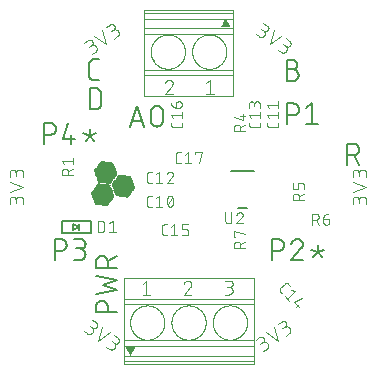
<source format=gbr>
G04 EAGLE Gerber RS-274X export*
G75*
%MOMM*%
%FSLAX34Y34*%
%LPD*%
%INSilkscreen Top*%
%IPPOS*%
%AMOC8*
5,1,8,0,0,1.08239X$1,22.5*%
G01*
%ADD10C,0.101600*%
%ADD11C,0.152400*%
%ADD12R,0.014731X0.014731*%
%ADD13R,0.147319X0.014731*%
%ADD14R,0.265175X0.014731*%
%ADD15R,0.383031X0.014731*%
%ADD16R,0.515619X0.014731*%
%ADD17R,0.633475X0.014731*%
%ADD18R,0.751331X0.014731*%
%ADD19R,0.883919X0.014731*%
%ADD20R,1.001775X0.014731*%
%ADD21R,1.119631X0.014731*%
%ADD22R,1.134363X0.014731*%
%ADD23R,1.149094X0.014731*%
%ADD24R,1.163825X0.014731*%
%ADD25R,1.178556X0.014731*%
%ADD26R,1.193288X0.014731*%
%ADD27R,1.222756X0.014731*%
%ADD28R,1.237488X0.014731*%
%ADD29R,1.266950X0.014731*%
%ADD30R,1.281681X0.014731*%
%ADD31R,1.311144X0.014731*%
%ADD32R,1.325881X0.014731*%
%ADD33R,1.355344X0.014731*%
%ADD34R,1.370075X0.014731*%
%ADD35R,1.384806X0.014731*%
%ADD36R,1.399538X0.014731*%
%ADD37R,1.414275X0.014731*%
%ADD38R,1.443738X0.014731*%
%ADD39R,1.458469X0.014731*%
%ADD40R,1.487931X0.014731*%
%ADD41R,1.502663X0.014731*%
%ADD42R,1.517394X0.014731*%
%ADD43R,1.532125X0.014731*%
%ADD44R,1.546856X0.014731*%
%ADD45R,1.576319X0.014731*%
%ADD46R,1.605788X0.014731*%
%ADD47R,1.620519X0.014731*%
%ADD48R,1.649981X0.014731*%
%ADD49R,1.664713X0.014731*%
%ADD50R,1.694175X0.014731*%
%ADD51R,1.708913X0.014731*%
%ADD52R,1.738375X0.014731*%
%ADD53R,1.753106X0.014731*%
%ADD54R,1.767838X0.014731*%
%ADD55R,1.782569X0.014731*%
%ADD56R,1.797306X0.014731*%
%ADD57R,0.117856X0.014731*%
%ADD58R,1.826769X0.014731*%
%ADD59R,0.235713X0.014731*%
%ADD60R,0.353569X0.014731*%
%ADD61R,1.856231X0.014731*%
%ADD62R,0.486156X0.014731*%
%ADD63R,1.870963X0.014731*%
%ADD64R,0.604013X0.014731*%
%ADD65R,0.721869X0.014731*%
%ADD66R,1.885694X0.014731*%
%ADD67R,0.839719X0.014731*%
%ADD68R,0.972306X0.014731*%
%ADD69R,1.090169X0.014731*%
%ADD70R,1.208025X0.014731*%
%ADD71R,1.252219X0.014731*%
%ADD72R,1.296412X0.014731*%
%ADD73R,1.340612X0.014731*%
%ADD74R,1.826763X0.014731*%
%ADD75R,1.414269X0.014731*%
%ADD76R,1.812031X0.014731*%
%ADD77R,1.429000X0.014731*%
%ADD78R,1.458462X0.014731*%
%ADD79R,1.473200X0.014731*%
%ADD80R,1.723644X0.014731*%
%ADD81R,1.694181X0.014731*%
%ADD82R,1.679450X0.014731*%
%ADD83R,1.561594X0.014731*%
%ADD84R,1.576325X0.014731*%
%ADD85R,1.591056X0.014731*%
%ADD86R,1.635250X0.014731*%
%ADD87R,1.561588X0.014731*%
%ADD88R,1.443731X0.014731*%
%ADD89R,1.797300X0.014731*%
%ADD90R,1.841500X0.014731*%
%ADD91R,1.311150X0.014731*%
%ADD92R,1.296419X0.014731*%
%ADD93R,1.193294X0.014731*%
%ADD94R,0.957575X0.014731*%
%ADD95R,0.589281X0.014731*%
%ADD96R,0.471425X0.014731*%
%ADD97R,0.220975X0.014731*%
%ADD98R,1.812038X0.014731*%
%ADD99R,0.103119X0.014731*%
%ADD100R,0.029463X0.014731*%
%ADD101R,0.162050X0.014731*%
%ADD102R,0.397763X0.014731*%
%ADD103R,0.648206X0.014731*%
%ADD104R,1.679444X0.014731*%
%ADD105R,1.016506X0.014731*%
%ADD106R,1.104900X0.014731*%
%ADD107R,1.222750X0.014731*%
%ADD108R,1.429006X0.014731*%
%ADD109R,1.208019X0.014731*%
%ADD110R,0.987044X0.014731*%
%ADD111R,0.854456X0.014731*%
%ADD112R,0.618744X0.014731*%
%ADD113R,0.500888X0.014731*%
%ADD114R,0.368300X0.014731*%
%ADD115R,0.132587X0.014731*%
%ADD116R,1.664719X0.014731*%
%ADD117R,1.075438X0.014731*%
%ADD118R,0.942844X0.014731*%
%ADD119R,0.707131X0.014731*%
%ADD120R,0.456694X0.014731*%
%ADD121R,0.088388X0.014731*%
%ADD122C,0.127000*%
%ADD123C,0.076200*%
%ADD124C,0.203200*%

G36*
X381432Y481462D02*
X381432Y481462D01*
X381454Y481460D01*
X381529Y481482D01*
X381607Y481497D01*
X381625Y481510D01*
X381646Y481516D01*
X381707Y481566D01*
X381772Y481610D01*
X381784Y481629D01*
X381802Y481643D01*
X381839Y481712D01*
X381882Y481778D01*
X381885Y481800D01*
X381896Y481819D01*
X381903Y481898D01*
X381917Y481975D01*
X381912Y481997D01*
X381914Y482019D01*
X381885Y482118D01*
X381874Y482171D01*
X381867Y482180D01*
X381864Y482192D01*
X378689Y488542D01*
X378647Y488595D01*
X378613Y488653D01*
X378586Y488673D01*
X378565Y488700D01*
X378507Y488733D01*
X378453Y488773D01*
X378420Y488781D01*
X378391Y488798D01*
X378324Y488805D01*
X378258Y488822D01*
X378225Y488817D01*
X378191Y488820D01*
X378127Y488801D01*
X378060Y488791D01*
X378031Y488773D01*
X377999Y488764D01*
X377947Y488721D01*
X377889Y488686D01*
X377867Y488657D01*
X377843Y488638D01*
X377820Y488594D01*
X377781Y488542D01*
X374606Y482192D01*
X374601Y482170D01*
X374588Y482152D01*
X374574Y482074D01*
X374554Y481998D01*
X374557Y481976D01*
X374553Y481955D01*
X374570Y481878D01*
X374580Y481800D01*
X374592Y481781D01*
X374596Y481759D01*
X374642Y481695D01*
X374682Y481627D01*
X374700Y481614D01*
X374712Y481596D01*
X374779Y481554D01*
X374842Y481507D01*
X374864Y481501D01*
X374883Y481490D01*
X374984Y481471D01*
X375037Y481458D01*
X375048Y481460D01*
X375060Y481458D01*
X381410Y481458D01*
X381432Y481462D01*
G37*
G36*
X297695Y203333D02*
X297695Y203333D01*
X297729Y203330D01*
X297794Y203349D01*
X297860Y203359D01*
X297889Y203377D01*
X297921Y203386D01*
X297973Y203429D01*
X298031Y203464D01*
X298053Y203493D01*
X298077Y203513D01*
X298100Y203556D01*
X298139Y203608D01*
X301314Y209958D01*
X301319Y209980D01*
X301332Y209998D01*
X301346Y210076D01*
X301366Y210152D01*
X301363Y210174D01*
X301367Y210195D01*
X301350Y210272D01*
X301340Y210350D01*
X301328Y210369D01*
X301324Y210391D01*
X301278Y210455D01*
X301238Y210523D01*
X301220Y210536D01*
X301208Y210554D01*
X301141Y210596D01*
X301078Y210643D01*
X301056Y210649D01*
X301037Y210660D01*
X300936Y210679D01*
X300883Y210692D01*
X300872Y210690D01*
X300860Y210692D01*
X294510Y210692D01*
X294488Y210688D01*
X294466Y210690D01*
X294391Y210668D01*
X294314Y210653D01*
X294295Y210640D01*
X294274Y210634D01*
X294213Y210584D01*
X294148Y210540D01*
X294136Y210521D01*
X294118Y210508D01*
X294081Y210438D01*
X294038Y210372D01*
X294035Y210350D01*
X294024Y210331D01*
X294017Y210252D01*
X294003Y210175D01*
X294008Y210153D01*
X294006Y210131D01*
X294035Y210032D01*
X294046Y209979D01*
X294053Y209970D01*
X294056Y209958D01*
X297231Y203608D01*
X297273Y203555D01*
X297307Y203497D01*
X297334Y203477D01*
X297355Y203450D01*
X297413Y203417D01*
X297467Y203377D01*
X297500Y203369D01*
X297530Y203352D01*
X297597Y203345D01*
X297662Y203328D01*
X297695Y203333D01*
G37*
D10*
X403428Y475532D02*
X406086Y473670D01*
X406180Y473607D01*
X406276Y473547D01*
X406374Y473490D01*
X406474Y473437D01*
X406576Y473387D01*
X406680Y473341D01*
X406785Y473299D01*
X406891Y473260D01*
X406999Y473225D01*
X407108Y473194D01*
X407218Y473166D01*
X407329Y473143D01*
X407440Y473123D01*
X407552Y473107D01*
X407665Y473095D01*
X407778Y473087D01*
X407891Y473083D01*
X408005Y473083D01*
X408118Y473087D01*
X408231Y473095D01*
X408344Y473107D01*
X408456Y473123D01*
X408567Y473143D01*
X408678Y473166D01*
X408788Y473194D01*
X408897Y473225D01*
X409005Y473260D01*
X409111Y473299D01*
X409216Y473341D01*
X409320Y473387D01*
X409422Y473437D01*
X409522Y473490D01*
X409620Y473547D01*
X409716Y473607D01*
X409810Y473670D01*
X409901Y473737D01*
X409991Y473806D01*
X410078Y473879D01*
X410162Y473955D01*
X410243Y474034D01*
X410322Y474115D01*
X410398Y474199D01*
X410471Y474286D01*
X410540Y474376D01*
X410607Y474467D01*
X410670Y474561D01*
X410730Y474657D01*
X410787Y474755D01*
X410840Y474855D01*
X410890Y474957D01*
X410936Y475061D01*
X410978Y475166D01*
X411017Y475272D01*
X411052Y475380D01*
X411083Y475489D01*
X411111Y475599D01*
X411134Y475710D01*
X411154Y475821D01*
X411170Y475933D01*
X411182Y476046D01*
X411190Y476159D01*
X411194Y476272D01*
X411194Y476386D01*
X411190Y476499D01*
X411182Y476612D01*
X411170Y476725D01*
X411154Y476837D01*
X411134Y476948D01*
X411111Y477059D01*
X411083Y477169D01*
X411052Y477278D01*
X411017Y477386D01*
X410978Y477492D01*
X410936Y477597D01*
X410890Y477701D01*
X410840Y477803D01*
X410787Y477903D01*
X410730Y478001D01*
X410670Y478097D01*
X410607Y478191D01*
X410540Y478282D01*
X410471Y478372D01*
X410398Y478459D01*
X410322Y478543D01*
X410243Y478624D01*
X410162Y478703D01*
X410078Y478779D01*
X409991Y478852D01*
X409902Y478921D01*
X409810Y478988D01*
X413320Y482869D02*
X410129Y485103D01*
X413319Y482869D02*
X413400Y482809D01*
X413479Y482747D01*
X413556Y482681D01*
X413630Y482613D01*
X413701Y482542D01*
X413769Y482468D01*
X413835Y482391D01*
X413897Y482312D01*
X413957Y482231D01*
X414013Y482147D01*
X414066Y482062D01*
X414115Y481974D01*
X414161Y481885D01*
X414204Y481793D01*
X414243Y481700D01*
X414278Y481606D01*
X414310Y481511D01*
X414338Y481414D01*
X414362Y481316D01*
X414382Y481218D01*
X414399Y481118D01*
X414411Y481018D01*
X414420Y480918D01*
X414425Y480818D01*
X414426Y480717D01*
X414423Y480616D01*
X414416Y480516D01*
X414405Y480416D01*
X414391Y480316D01*
X414372Y480217D01*
X414350Y480119D01*
X414324Y480022D01*
X414294Y479925D01*
X414261Y479831D01*
X414224Y479737D01*
X414183Y479645D01*
X414138Y479554D01*
X414091Y479466D01*
X414039Y479379D01*
X413985Y479295D01*
X413927Y479212D01*
X413866Y479132D01*
X413802Y479054D01*
X413735Y478979D01*
X413666Y478906D01*
X413593Y478837D01*
X413518Y478770D01*
X413440Y478706D01*
X413360Y478645D01*
X413277Y478587D01*
X413193Y478533D01*
X413106Y478481D01*
X413018Y478434D01*
X412927Y478389D01*
X412835Y478348D01*
X412741Y478311D01*
X412647Y478278D01*
X412550Y478248D01*
X412453Y478222D01*
X412355Y478200D01*
X412256Y478181D01*
X412156Y478167D01*
X412056Y478156D01*
X411956Y478149D01*
X411855Y478146D01*
X411754Y478147D01*
X411654Y478152D01*
X411554Y478161D01*
X411454Y478173D01*
X411354Y478190D01*
X411256Y478210D01*
X411158Y478234D01*
X411061Y478262D01*
X410966Y478294D01*
X410872Y478329D01*
X410779Y478368D01*
X410687Y478411D01*
X410598Y478457D01*
X410510Y478506D01*
X410425Y478559D01*
X410341Y478615D01*
X408214Y480105D01*
X418960Y478919D02*
X415449Y467114D01*
X425341Y474452D01*
X422153Y462420D02*
X424812Y460558D01*
X424906Y460495D01*
X425002Y460435D01*
X425100Y460378D01*
X425200Y460325D01*
X425302Y460275D01*
X425406Y460229D01*
X425511Y460187D01*
X425617Y460148D01*
X425725Y460113D01*
X425834Y460082D01*
X425944Y460054D01*
X426055Y460031D01*
X426166Y460011D01*
X426278Y459995D01*
X426391Y459983D01*
X426504Y459975D01*
X426617Y459971D01*
X426731Y459971D01*
X426844Y459975D01*
X426957Y459983D01*
X427070Y459995D01*
X427182Y460011D01*
X427293Y460031D01*
X427404Y460054D01*
X427514Y460082D01*
X427623Y460113D01*
X427731Y460148D01*
X427837Y460187D01*
X427942Y460229D01*
X428046Y460275D01*
X428148Y460325D01*
X428248Y460378D01*
X428346Y460435D01*
X428442Y460495D01*
X428536Y460558D01*
X428627Y460625D01*
X428717Y460694D01*
X428804Y460767D01*
X428888Y460843D01*
X428969Y460922D01*
X429048Y461003D01*
X429124Y461087D01*
X429197Y461174D01*
X429266Y461264D01*
X429333Y461355D01*
X429396Y461449D01*
X429456Y461545D01*
X429513Y461643D01*
X429566Y461743D01*
X429616Y461845D01*
X429662Y461949D01*
X429704Y462054D01*
X429743Y462160D01*
X429778Y462268D01*
X429809Y462377D01*
X429837Y462487D01*
X429860Y462598D01*
X429880Y462709D01*
X429896Y462821D01*
X429908Y462934D01*
X429916Y463047D01*
X429920Y463160D01*
X429920Y463274D01*
X429916Y463387D01*
X429908Y463500D01*
X429896Y463613D01*
X429880Y463725D01*
X429860Y463836D01*
X429837Y463947D01*
X429809Y464057D01*
X429778Y464166D01*
X429743Y464274D01*
X429704Y464380D01*
X429662Y464485D01*
X429616Y464589D01*
X429566Y464691D01*
X429513Y464791D01*
X429456Y464889D01*
X429396Y464985D01*
X429333Y465079D01*
X429266Y465170D01*
X429197Y465260D01*
X429124Y465347D01*
X429048Y465431D01*
X428969Y465512D01*
X428888Y465591D01*
X428804Y465667D01*
X428717Y465740D01*
X428628Y465809D01*
X428536Y465876D01*
X432045Y469757D02*
X428855Y471991D01*
X432045Y469757D02*
X432126Y469697D01*
X432205Y469635D01*
X432282Y469569D01*
X432356Y469501D01*
X432427Y469430D01*
X432495Y469356D01*
X432561Y469279D01*
X432623Y469200D01*
X432683Y469119D01*
X432739Y469035D01*
X432792Y468950D01*
X432841Y468862D01*
X432887Y468773D01*
X432930Y468681D01*
X432969Y468588D01*
X433004Y468494D01*
X433036Y468399D01*
X433064Y468302D01*
X433088Y468204D01*
X433108Y468106D01*
X433125Y468006D01*
X433137Y467906D01*
X433146Y467806D01*
X433151Y467706D01*
X433152Y467605D01*
X433149Y467504D01*
X433142Y467404D01*
X433131Y467304D01*
X433117Y467204D01*
X433098Y467105D01*
X433076Y467007D01*
X433050Y466910D01*
X433020Y466813D01*
X432987Y466719D01*
X432950Y466625D01*
X432909Y466533D01*
X432864Y466442D01*
X432817Y466354D01*
X432765Y466267D01*
X432711Y466183D01*
X432653Y466100D01*
X432592Y466020D01*
X432528Y465942D01*
X432461Y465867D01*
X432392Y465794D01*
X432319Y465725D01*
X432244Y465658D01*
X432166Y465594D01*
X432086Y465533D01*
X432003Y465475D01*
X431919Y465421D01*
X431832Y465369D01*
X431744Y465322D01*
X431653Y465277D01*
X431561Y465236D01*
X431467Y465199D01*
X431373Y465166D01*
X431276Y465136D01*
X431179Y465110D01*
X431081Y465088D01*
X430982Y465069D01*
X430882Y465055D01*
X430782Y465044D01*
X430682Y465037D01*
X430581Y465034D01*
X430480Y465035D01*
X430380Y465040D01*
X430280Y465049D01*
X430180Y465061D01*
X430080Y465078D01*
X429982Y465098D01*
X429884Y465122D01*
X429787Y465150D01*
X429692Y465182D01*
X429598Y465217D01*
X429505Y465256D01*
X429413Y465299D01*
X429324Y465345D01*
X429236Y465394D01*
X429151Y465447D01*
X429067Y465503D01*
X426940Y466993D01*
X497242Y334770D02*
X497242Y331524D01*
X497242Y334770D02*
X497240Y334883D01*
X497234Y334996D01*
X497224Y335109D01*
X497210Y335222D01*
X497193Y335334D01*
X497171Y335445D01*
X497146Y335555D01*
X497116Y335665D01*
X497083Y335773D01*
X497046Y335880D01*
X497006Y335986D01*
X496961Y336090D01*
X496913Y336193D01*
X496862Y336294D01*
X496807Y336393D01*
X496749Y336490D01*
X496687Y336585D01*
X496622Y336678D01*
X496554Y336768D01*
X496483Y336856D01*
X496408Y336942D01*
X496331Y337025D01*
X496251Y337105D01*
X496168Y337182D01*
X496082Y337257D01*
X495994Y337328D01*
X495904Y337396D01*
X495811Y337461D01*
X495716Y337523D01*
X495619Y337581D01*
X495520Y337636D01*
X495419Y337687D01*
X495316Y337735D01*
X495212Y337780D01*
X495106Y337820D01*
X494999Y337857D01*
X494891Y337890D01*
X494781Y337920D01*
X494671Y337945D01*
X494560Y337967D01*
X494448Y337984D01*
X494335Y337998D01*
X494222Y338008D01*
X494109Y338014D01*
X493996Y338016D01*
X493883Y338014D01*
X493770Y338008D01*
X493657Y337998D01*
X493544Y337984D01*
X493432Y337967D01*
X493321Y337945D01*
X493211Y337920D01*
X493101Y337890D01*
X492993Y337857D01*
X492886Y337820D01*
X492780Y337780D01*
X492676Y337735D01*
X492573Y337687D01*
X492472Y337636D01*
X492373Y337581D01*
X492276Y337523D01*
X492181Y337461D01*
X492088Y337396D01*
X491998Y337328D01*
X491910Y337257D01*
X491824Y337182D01*
X491741Y337105D01*
X491661Y337025D01*
X491584Y336942D01*
X491509Y336856D01*
X491438Y336768D01*
X491370Y336678D01*
X491305Y336585D01*
X491243Y336490D01*
X491185Y336393D01*
X491130Y336294D01*
X491079Y336193D01*
X491031Y336090D01*
X490986Y335986D01*
X490946Y335880D01*
X490909Y335773D01*
X490876Y335665D01*
X490846Y335555D01*
X490821Y335445D01*
X490799Y335334D01*
X490782Y335222D01*
X490768Y335109D01*
X490758Y334996D01*
X490752Y334883D01*
X490750Y334770D01*
X485558Y335419D02*
X485558Y331524D01*
X485558Y335419D02*
X485560Y335520D01*
X485566Y335620D01*
X485576Y335720D01*
X485589Y335820D01*
X485607Y335919D01*
X485628Y336018D01*
X485653Y336115D01*
X485682Y336212D01*
X485715Y336307D01*
X485751Y336401D01*
X485791Y336493D01*
X485834Y336584D01*
X485881Y336673D01*
X485931Y336760D01*
X485985Y336846D01*
X486042Y336929D01*
X486102Y337009D01*
X486165Y337088D01*
X486232Y337164D01*
X486301Y337237D01*
X486373Y337307D01*
X486447Y337375D01*
X486524Y337440D01*
X486604Y337501D01*
X486686Y337560D01*
X486770Y337615D01*
X486856Y337667D01*
X486944Y337716D01*
X487034Y337761D01*
X487126Y337803D01*
X487219Y337841D01*
X487314Y337875D01*
X487409Y337906D01*
X487506Y337933D01*
X487604Y337956D01*
X487703Y337976D01*
X487803Y337991D01*
X487903Y338003D01*
X488003Y338011D01*
X488104Y338015D01*
X488204Y338015D01*
X488305Y338011D01*
X488405Y338003D01*
X488505Y337991D01*
X488605Y337976D01*
X488704Y337956D01*
X488802Y337933D01*
X488899Y337906D01*
X488994Y337875D01*
X489089Y337841D01*
X489182Y337803D01*
X489274Y337761D01*
X489364Y337716D01*
X489452Y337667D01*
X489538Y337615D01*
X489622Y337560D01*
X489704Y337501D01*
X489784Y337440D01*
X489861Y337375D01*
X489935Y337307D01*
X490007Y337237D01*
X490076Y337164D01*
X490143Y337088D01*
X490206Y337009D01*
X490266Y336929D01*
X490323Y336846D01*
X490377Y336760D01*
X490427Y336673D01*
X490474Y336584D01*
X490517Y336493D01*
X490557Y336401D01*
X490593Y336307D01*
X490626Y336212D01*
X490655Y336115D01*
X490680Y336018D01*
X490701Y335919D01*
X490719Y335820D01*
X490732Y335720D01*
X490742Y335620D01*
X490748Y335520D01*
X490750Y335419D01*
X490751Y335419D02*
X490751Y332823D01*
X485558Y342305D02*
X497242Y346200D01*
X485558Y350095D01*
X497242Y354384D02*
X497242Y357630D01*
X497240Y357743D01*
X497234Y357856D01*
X497224Y357969D01*
X497210Y358082D01*
X497193Y358194D01*
X497171Y358305D01*
X497146Y358415D01*
X497116Y358525D01*
X497083Y358633D01*
X497046Y358740D01*
X497006Y358846D01*
X496961Y358950D01*
X496913Y359053D01*
X496862Y359154D01*
X496807Y359253D01*
X496749Y359350D01*
X496687Y359445D01*
X496622Y359538D01*
X496554Y359628D01*
X496483Y359716D01*
X496408Y359802D01*
X496331Y359885D01*
X496251Y359965D01*
X496168Y360042D01*
X496082Y360117D01*
X495994Y360188D01*
X495904Y360256D01*
X495811Y360321D01*
X495716Y360383D01*
X495619Y360441D01*
X495520Y360496D01*
X495419Y360547D01*
X495316Y360595D01*
X495212Y360640D01*
X495106Y360680D01*
X494999Y360717D01*
X494891Y360750D01*
X494781Y360780D01*
X494671Y360805D01*
X494560Y360827D01*
X494448Y360844D01*
X494335Y360858D01*
X494222Y360868D01*
X494109Y360874D01*
X493996Y360876D01*
X493883Y360874D01*
X493770Y360868D01*
X493657Y360858D01*
X493544Y360844D01*
X493432Y360827D01*
X493321Y360805D01*
X493211Y360780D01*
X493101Y360750D01*
X492993Y360717D01*
X492886Y360680D01*
X492780Y360640D01*
X492676Y360595D01*
X492573Y360547D01*
X492472Y360496D01*
X492373Y360441D01*
X492276Y360383D01*
X492181Y360321D01*
X492088Y360256D01*
X491998Y360188D01*
X491910Y360117D01*
X491824Y360042D01*
X491741Y359965D01*
X491661Y359885D01*
X491584Y359802D01*
X491509Y359716D01*
X491438Y359628D01*
X491370Y359538D01*
X491305Y359445D01*
X491243Y359350D01*
X491185Y359253D01*
X491130Y359154D01*
X491079Y359053D01*
X491031Y358950D01*
X490986Y358846D01*
X490946Y358740D01*
X490909Y358633D01*
X490876Y358525D01*
X490846Y358415D01*
X490821Y358305D01*
X490799Y358194D01*
X490782Y358082D01*
X490768Y357969D01*
X490758Y357856D01*
X490752Y357743D01*
X490750Y357630D01*
X485558Y358279D02*
X485558Y354384D01*
X485558Y358279D02*
X485560Y358380D01*
X485566Y358480D01*
X485576Y358580D01*
X485589Y358680D01*
X485607Y358779D01*
X485628Y358878D01*
X485653Y358975D01*
X485682Y359072D01*
X485715Y359167D01*
X485751Y359261D01*
X485791Y359353D01*
X485834Y359444D01*
X485881Y359533D01*
X485931Y359620D01*
X485985Y359706D01*
X486042Y359789D01*
X486102Y359869D01*
X486165Y359948D01*
X486232Y360024D01*
X486301Y360097D01*
X486373Y360167D01*
X486447Y360235D01*
X486524Y360300D01*
X486604Y360361D01*
X486686Y360420D01*
X486770Y360475D01*
X486856Y360527D01*
X486944Y360576D01*
X487034Y360621D01*
X487126Y360663D01*
X487219Y360701D01*
X487314Y360735D01*
X487409Y360766D01*
X487506Y360793D01*
X487604Y360816D01*
X487703Y360836D01*
X487803Y360851D01*
X487903Y360863D01*
X488003Y360871D01*
X488104Y360875D01*
X488204Y360875D01*
X488305Y360871D01*
X488405Y360863D01*
X488505Y360851D01*
X488605Y360836D01*
X488704Y360816D01*
X488802Y360793D01*
X488899Y360766D01*
X488994Y360735D01*
X489089Y360701D01*
X489182Y360663D01*
X489274Y360621D01*
X489364Y360576D01*
X489452Y360527D01*
X489538Y360475D01*
X489622Y360420D01*
X489704Y360361D01*
X489784Y360300D01*
X489861Y360235D01*
X489935Y360167D01*
X490007Y360097D01*
X490076Y360024D01*
X490143Y359948D01*
X490206Y359869D01*
X490266Y359789D01*
X490323Y359706D01*
X490377Y359620D01*
X490427Y359533D01*
X490474Y359444D01*
X490517Y359353D01*
X490557Y359261D01*
X490593Y359167D01*
X490626Y359072D01*
X490655Y358975D01*
X490680Y358878D01*
X490701Y358779D01*
X490719Y358680D01*
X490732Y358580D01*
X490742Y358480D01*
X490748Y358380D01*
X490750Y358279D01*
X490751Y358279D02*
X490751Y355683D01*
X412788Y209159D02*
X410129Y207297D01*
X412788Y209158D02*
X412879Y209225D01*
X412969Y209294D01*
X413056Y209367D01*
X413140Y209443D01*
X413221Y209522D01*
X413300Y209603D01*
X413376Y209687D01*
X413449Y209774D01*
X413518Y209864D01*
X413585Y209955D01*
X413648Y210049D01*
X413708Y210145D01*
X413765Y210243D01*
X413818Y210343D01*
X413868Y210445D01*
X413914Y210549D01*
X413956Y210654D01*
X413995Y210760D01*
X414030Y210868D01*
X414061Y210977D01*
X414089Y211087D01*
X414112Y211198D01*
X414132Y211309D01*
X414148Y211421D01*
X414160Y211534D01*
X414168Y211647D01*
X414172Y211760D01*
X414172Y211874D01*
X414168Y211987D01*
X414160Y212100D01*
X414148Y212213D01*
X414132Y212325D01*
X414112Y212436D01*
X414089Y212547D01*
X414061Y212657D01*
X414030Y212766D01*
X413995Y212874D01*
X413956Y212980D01*
X413914Y213085D01*
X413868Y213189D01*
X413818Y213291D01*
X413765Y213391D01*
X413708Y213489D01*
X413648Y213585D01*
X413585Y213679D01*
X413518Y213770D01*
X413449Y213860D01*
X413376Y213947D01*
X413300Y214031D01*
X413221Y214112D01*
X413140Y214191D01*
X413056Y214267D01*
X412969Y214340D01*
X412880Y214409D01*
X412788Y214476D01*
X412694Y214539D01*
X412598Y214599D01*
X412500Y214656D01*
X412400Y214709D01*
X412298Y214759D01*
X412194Y214805D01*
X412089Y214847D01*
X411983Y214886D01*
X411875Y214921D01*
X411766Y214952D01*
X411656Y214980D01*
X411545Y215003D01*
X411434Y215023D01*
X411322Y215039D01*
X411209Y215051D01*
X411096Y215059D01*
X410983Y215063D01*
X410869Y215063D01*
X410756Y215059D01*
X410643Y215051D01*
X410530Y215039D01*
X410418Y215023D01*
X410307Y215003D01*
X410196Y214980D01*
X410086Y214952D01*
X409977Y214921D01*
X409869Y214886D01*
X409763Y214847D01*
X409658Y214805D01*
X409554Y214759D01*
X409452Y214709D01*
X409352Y214656D01*
X409254Y214599D01*
X409158Y214539D01*
X409064Y214476D01*
X406618Y219102D02*
X403428Y216868D01*
X406618Y219102D02*
X406702Y219158D01*
X406787Y219211D01*
X406875Y219260D01*
X406964Y219306D01*
X407056Y219349D01*
X407149Y219388D01*
X407243Y219423D01*
X407338Y219455D01*
X407435Y219483D01*
X407533Y219507D01*
X407631Y219527D01*
X407731Y219544D01*
X407831Y219556D01*
X407931Y219565D01*
X408032Y219570D01*
X408132Y219571D01*
X408233Y219568D01*
X408333Y219561D01*
X408433Y219550D01*
X408533Y219536D01*
X408632Y219517D01*
X408730Y219495D01*
X408827Y219469D01*
X408924Y219439D01*
X409019Y219406D01*
X409112Y219369D01*
X409204Y219328D01*
X409295Y219283D01*
X409383Y219236D01*
X409470Y219184D01*
X409554Y219130D01*
X409637Y219072D01*
X409717Y219011D01*
X409795Y218947D01*
X409870Y218880D01*
X409943Y218811D01*
X410012Y218738D01*
X410079Y218663D01*
X410143Y218585D01*
X410204Y218505D01*
X410262Y218422D01*
X410316Y218338D01*
X410368Y218251D01*
X410415Y218163D01*
X410460Y218072D01*
X410501Y217980D01*
X410538Y217886D01*
X410571Y217792D01*
X410601Y217695D01*
X410627Y217598D01*
X410649Y217500D01*
X410668Y217401D01*
X410682Y217301D01*
X410693Y217201D01*
X410700Y217101D01*
X410703Y217000D01*
X410702Y216900D01*
X410697Y216799D01*
X410688Y216699D01*
X410676Y216599D01*
X410659Y216499D01*
X410639Y216401D01*
X410615Y216303D01*
X410587Y216206D01*
X410555Y216111D01*
X410520Y216017D01*
X410481Y215924D01*
X410438Y215832D01*
X410392Y215743D01*
X410343Y215655D01*
X410290Y215570D01*
X410234Y215486D01*
X410174Y215405D01*
X410112Y215326D01*
X410046Y215249D01*
X409978Y215175D01*
X409907Y215104D01*
X409833Y215036D01*
X409756Y214970D01*
X409677Y214908D01*
X409596Y214848D01*
X407470Y213359D01*
X412259Y223052D02*
X422151Y215714D01*
X418639Y227519D01*
X428855Y220409D02*
X431514Y222270D01*
X431605Y222337D01*
X431695Y222406D01*
X431782Y222479D01*
X431866Y222555D01*
X431947Y222634D01*
X432026Y222715D01*
X432102Y222799D01*
X432175Y222886D01*
X432244Y222976D01*
X432311Y223067D01*
X432374Y223161D01*
X432434Y223257D01*
X432491Y223355D01*
X432544Y223455D01*
X432594Y223557D01*
X432640Y223661D01*
X432682Y223766D01*
X432721Y223872D01*
X432756Y223980D01*
X432787Y224089D01*
X432815Y224199D01*
X432838Y224310D01*
X432858Y224421D01*
X432874Y224533D01*
X432886Y224646D01*
X432894Y224759D01*
X432898Y224872D01*
X432898Y224986D01*
X432894Y225099D01*
X432886Y225212D01*
X432874Y225325D01*
X432858Y225437D01*
X432838Y225548D01*
X432815Y225659D01*
X432787Y225769D01*
X432756Y225878D01*
X432721Y225986D01*
X432682Y226092D01*
X432640Y226197D01*
X432594Y226301D01*
X432544Y226403D01*
X432491Y226503D01*
X432434Y226601D01*
X432374Y226697D01*
X432311Y226791D01*
X432244Y226882D01*
X432175Y226972D01*
X432102Y227059D01*
X432026Y227143D01*
X431947Y227224D01*
X431866Y227303D01*
X431782Y227379D01*
X431695Y227452D01*
X431606Y227521D01*
X431514Y227588D01*
X431420Y227651D01*
X431324Y227711D01*
X431226Y227768D01*
X431126Y227821D01*
X431024Y227871D01*
X430920Y227917D01*
X430815Y227959D01*
X430709Y227998D01*
X430601Y228033D01*
X430492Y228064D01*
X430382Y228092D01*
X430271Y228115D01*
X430160Y228135D01*
X430048Y228151D01*
X429935Y228163D01*
X429822Y228171D01*
X429709Y228175D01*
X429595Y228175D01*
X429482Y228171D01*
X429369Y228163D01*
X429256Y228151D01*
X429144Y228135D01*
X429033Y228115D01*
X428922Y228092D01*
X428812Y228064D01*
X428703Y228033D01*
X428595Y227998D01*
X428489Y227959D01*
X428384Y227917D01*
X428280Y227871D01*
X428178Y227821D01*
X428078Y227768D01*
X427980Y227711D01*
X427884Y227651D01*
X427790Y227588D01*
X425344Y232214D02*
X422153Y229980D01*
X425344Y232214D02*
X425428Y232270D01*
X425513Y232323D01*
X425601Y232372D01*
X425690Y232418D01*
X425782Y232461D01*
X425875Y232500D01*
X425969Y232535D01*
X426064Y232567D01*
X426161Y232595D01*
X426259Y232619D01*
X426357Y232639D01*
X426457Y232656D01*
X426557Y232668D01*
X426657Y232677D01*
X426758Y232682D01*
X426858Y232683D01*
X426959Y232680D01*
X427059Y232673D01*
X427159Y232662D01*
X427259Y232648D01*
X427358Y232629D01*
X427456Y232607D01*
X427553Y232581D01*
X427650Y232551D01*
X427745Y232518D01*
X427838Y232481D01*
X427930Y232440D01*
X428021Y232395D01*
X428109Y232348D01*
X428196Y232296D01*
X428280Y232242D01*
X428363Y232184D01*
X428443Y232123D01*
X428521Y232059D01*
X428596Y231992D01*
X428669Y231923D01*
X428738Y231850D01*
X428805Y231775D01*
X428869Y231697D01*
X428930Y231617D01*
X428988Y231534D01*
X429042Y231450D01*
X429094Y231363D01*
X429141Y231275D01*
X429186Y231184D01*
X429227Y231092D01*
X429264Y230998D01*
X429297Y230904D01*
X429327Y230807D01*
X429353Y230710D01*
X429375Y230612D01*
X429394Y230513D01*
X429408Y230413D01*
X429419Y230313D01*
X429426Y230213D01*
X429429Y230112D01*
X429428Y230012D01*
X429423Y229911D01*
X429414Y229811D01*
X429402Y229711D01*
X429385Y229611D01*
X429365Y229513D01*
X429341Y229415D01*
X429313Y229318D01*
X429281Y229223D01*
X429246Y229129D01*
X429207Y229036D01*
X429164Y228944D01*
X429118Y228855D01*
X429069Y228767D01*
X429016Y228682D01*
X428960Y228598D01*
X428900Y228517D01*
X428838Y228438D01*
X428772Y228361D01*
X428704Y228287D01*
X428633Y228216D01*
X428559Y228148D01*
X428482Y228082D01*
X428403Y228020D01*
X428322Y227960D01*
X426195Y226471D01*
X260886Y222270D02*
X258228Y224132D01*
X260886Y222270D02*
X260980Y222207D01*
X261076Y222147D01*
X261174Y222090D01*
X261274Y222037D01*
X261376Y221987D01*
X261480Y221941D01*
X261585Y221899D01*
X261691Y221860D01*
X261799Y221825D01*
X261908Y221794D01*
X262018Y221766D01*
X262129Y221743D01*
X262240Y221723D01*
X262352Y221707D01*
X262465Y221695D01*
X262578Y221687D01*
X262691Y221683D01*
X262805Y221683D01*
X262918Y221687D01*
X263031Y221695D01*
X263144Y221707D01*
X263256Y221723D01*
X263367Y221743D01*
X263478Y221766D01*
X263588Y221794D01*
X263697Y221825D01*
X263805Y221860D01*
X263911Y221899D01*
X264016Y221941D01*
X264120Y221987D01*
X264222Y222037D01*
X264322Y222090D01*
X264420Y222147D01*
X264516Y222207D01*
X264610Y222270D01*
X264701Y222337D01*
X264791Y222406D01*
X264878Y222479D01*
X264962Y222555D01*
X265043Y222634D01*
X265122Y222715D01*
X265198Y222799D01*
X265271Y222886D01*
X265340Y222976D01*
X265407Y223067D01*
X265470Y223161D01*
X265530Y223257D01*
X265587Y223355D01*
X265640Y223455D01*
X265690Y223557D01*
X265736Y223661D01*
X265778Y223766D01*
X265817Y223872D01*
X265852Y223980D01*
X265883Y224089D01*
X265911Y224199D01*
X265934Y224310D01*
X265954Y224421D01*
X265970Y224533D01*
X265982Y224646D01*
X265990Y224759D01*
X265994Y224872D01*
X265994Y224986D01*
X265990Y225099D01*
X265982Y225212D01*
X265970Y225325D01*
X265954Y225437D01*
X265934Y225548D01*
X265911Y225659D01*
X265883Y225769D01*
X265852Y225878D01*
X265817Y225986D01*
X265778Y226092D01*
X265736Y226197D01*
X265690Y226301D01*
X265640Y226403D01*
X265587Y226503D01*
X265530Y226601D01*
X265470Y226697D01*
X265407Y226791D01*
X265340Y226882D01*
X265271Y226972D01*
X265198Y227059D01*
X265122Y227143D01*
X265043Y227224D01*
X264962Y227303D01*
X264878Y227379D01*
X264791Y227452D01*
X264702Y227521D01*
X264610Y227588D01*
X268120Y231469D02*
X264929Y233703D01*
X268119Y231469D02*
X268200Y231409D01*
X268279Y231347D01*
X268356Y231281D01*
X268430Y231213D01*
X268501Y231142D01*
X268569Y231068D01*
X268635Y230991D01*
X268697Y230912D01*
X268757Y230831D01*
X268813Y230747D01*
X268866Y230662D01*
X268915Y230574D01*
X268961Y230485D01*
X269004Y230393D01*
X269043Y230300D01*
X269078Y230206D01*
X269110Y230111D01*
X269138Y230014D01*
X269162Y229916D01*
X269182Y229818D01*
X269199Y229718D01*
X269211Y229618D01*
X269220Y229518D01*
X269225Y229418D01*
X269226Y229317D01*
X269223Y229216D01*
X269216Y229116D01*
X269205Y229016D01*
X269191Y228916D01*
X269172Y228817D01*
X269150Y228719D01*
X269124Y228622D01*
X269094Y228525D01*
X269061Y228431D01*
X269024Y228337D01*
X268983Y228245D01*
X268938Y228154D01*
X268891Y228066D01*
X268839Y227979D01*
X268785Y227895D01*
X268727Y227812D01*
X268666Y227732D01*
X268602Y227654D01*
X268535Y227579D01*
X268466Y227506D01*
X268393Y227437D01*
X268318Y227370D01*
X268240Y227306D01*
X268160Y227245D01*
X268077Y227187D01*
X267993Y227133D01*
X267906Y227081D01*
X267818Y227034D01*
X267727Y226989D01*
X267635Y226948D01*
X267541Y226911D01*
X267447Y226878D01*
X267350Y226848D01*
X267253Y226822D01*
X267155Y226800D01*
X267056Y226781D01*
X266956Y226767D01*
X266856Y226756D01*
X266756Y226749D01*
X266655Y226746D01*
X266554Y226747D01*
X266454Y226752D01*
X266354Y226761D01*
X266254Y226773D01*
X266154Y226790D01*
X266056Y226810D01*
X265958Y226834D01*
X265861Y226862D01*
X265766Y226894D01*
X265672Y226929D01*
X265579Y226968D01*
X265487Y227011D01*
X265398Y227057D01*
X265310Y227106D01*
X265225Y227159D01*
X265141Y227215D01*
X263014Y228705D01*
X273760Y227519D02*
X270249Y215714D01*
X280141Y223052D01*
X276953Y211020D02*
X279612Y209158D01*
X279706Y209095D01*
X279802Y209035D01*
X279900Y208978D01*
X280000Y208925D01*
X280102Y208875D01*
X280206Y208829D01*
X280311Y208787D01*
X280417Y208748D01*
X280525Y208713D01*
X280634Y208682D01*
X280744Y208654D01*
X280855Y208631D01*
X280966Y208611D01*
X281078Y208595D01*
X281191Y208583D01*
X281304Y208575D01*
X281417Y208571D01*
X281531Y208571D01*
X281644Y208575D01*
X281757Y208583D01*
X281870Y208595D01*
X281982Y208611D01*
X282093Y208631D01*
X282204Y208654D01*
X282314Y208682D01*
X282423Y208713D01*
X282531Y208748D01*
X282637Y208787D01*
X282742Y208829D01*
X282846Y208875D01*
X282948Y208925D01*
X283048Y208978D01*
X283146Y209035D01*
X283242Y209095D01*
X283336Y209158D01*
X283427Y209225D01*
X283517Y209294D01*
X283604Y209367D01*
X283688Y209443D01*
X283769Y209522D01*
X283848Y209603D01*
X283924Y209687D01*
X283997Y209774D01*
X284066Y209864D01*
X284133Y209955D01*
X284196Y210049D01*
X284256Y210145D01*
X284313Y210243D01*
X284366Y210343D01*
X284416Y210445D01*
X284462Y210549D01*
X284504Y210654D01*
X284543Y210760D01*
X284578Y210868D01*
X284609Y210977D01*
X284637Y211087D01*
X284660Y211198D01*
X284680Y211309D01*
X284696Y211421D01*
X284708Y211534D01*
X284716Y211647D01*
X284720Y211760D01*
X284720Y211874D01*
X284716Y211987D01*
X284708Y212100D01*
X284696Y212213D01*
X284680Y212325D01*
X284660Y212436D01*
X284637Y212547D01*
X284609Y212657D01*
X284578Y212766D01*
X284543Y212874D01*
X284504Y212980D01*
X284462Y213085D01*
X284416Y213189D01*
X284366Y213291D01*
X284313Y213391D01*
X284256Y213489D01*
X284196Y213585D01*
X284133Y213679D01*
X284066Y213770D01*
X283997Y213860D01*
X283924Y213947D01*
X283848Y214031D01*
X283769Y214112D01*
X283688Y214191D01*
X283604Y214267D01*
X283517Y214340D01*
X283428Y214409D01*
X283336Y214476D01*
X286845Y218357D02*
X283655Y220591D01*
X286845Y218357D02*
X286926Y218297D01*
X287005Y218235D01*
X287082Y218169D01*
X287156Y218101D01*
X287227Y218030D01*
X287295Y217956D01*
X287361Y217879D01*
X287423Y217800D01*
X287483Y217719D01*
X287539Y217635D01*
X287592Y217550D01*
X287641Y217462D01*
X287687Y217373D01*
X287730Y217281D01*
X287769Y217188D01*
X287804Y217094D01*
X287836Y216999D01*
X287864Y216902D01*
X287888Y216804D01*
X287908Y216706D01*
X287925Y216606D01*
X287937Y216506D01*
X287946Y216406D01*
X287951Y216306D01*
X287952Y216205D01*
X287949Y216104D01*
X287942Y216004D01*
X287931Y215904D01*
X287917Y215804D01*
X287898Y215705D01*
X287876Y215607D01*
X287850Y215510D01*
X287820Y215413D01*
X287787Y215319D01*
X287750Y215225D01*
X287709Y215133D01*
X287664Y215042D01*
X287617Y214954D01*
X287565Y214867D01*
X287511Y214783D01*
X287453Y214700D01*
X287392Y214620D01*
X287328Y214542D01*
X287261Y214467D01*
X287192Y214394D01*
X287119Y214325D01*
X287044Y214258D01*
X286966Y214194D01*
X286886Y214133D01*
X286803Y214075D01*
X286719Y214021D01*
X286632Y213969D01*
X286544Y213922D01*
X286453Y213877D01*
X286361Y213836D01*
X286267Y213799D01*
X286173Y213766D01*
X286076Y213736D01*
X285979Y213710D01*
X285881Y213688D01*
X285782Y213669D01*
X285682Y213655D01*
X285582Y213644D01*
X285482Y213637D01*
X285381Y213634D01*
X285280Y213635D01*
X285180Y213640D01*
X285080Y213649D01*
X284980Y213661D01*
X284880Y213678D01*
X284782Y213698D01*
X284684Y213722D01*
X284587Y213750D01*
X284492Y213782D01*
X284398Y213817D01*
X284305Y213856D01*
X284213Y213899D01*
X284124Y213945D01*
X284036Y213994D01*
X283951Y214047D01*
X283867Y214103D01*
X281740Y215593D01*
X206842Y331524D02*
X206842Y334770D01*
X206840Y334883D01*
X206834Y334996D01*
X206824Y335109D01*
X206810Y335222D01*
X206793Y335334D01*
X206771Y335445D01*
X206746Y335555D01*
X206716Y335665D01*
X206683Y335773D01*
X206646Y335880D01*
X206606Y335986D01*
X206561Y336090D01*
X206513Y336193D01*
X206462Y336294D01*
X206407Y336393D01*
X206349Y336490D01*
X206287Y336585D01*
X206222Y336678D01*
X206154Y336768D01*
X206083Y336856D01*
X206008Y336942D01*
X205931Y337025D01*
X205851Y337105D01*
X205768Y337182D01*
X205682Y337257D01*
X205594Y337328D01*
X205504Y337396D01*
X205411Y337461D01*
X205316Y337523D01*
X205219Y337581D01*
X205120Y337636D01*
X205019Y337687D01*
X204916Y337735D01*
X204812Y337780D01*
X204706Y337820D01*
X204599Y337857D01*
X204491Y337890D01*
X204381Y337920D01*
X204271Y337945D01*
X204160Y337967D01*
X204048Y337984D01*
X203935Y337998D01*
X203822Y338008D01*
X203709Y338014D01*
X203596Y338016D01*
X203483Y338014D01*
X203370Y338008D01*
X203257Y337998D01*
X203144Y337984D01*
X203032Y337967D01*
X202921Y337945D01*
X202811Y337920D01*
X202701Y337890D01*
X202593Y337857D01*
X202486Y337820D01*
X202380Y337780D01*
X202276Y337735D01*
X202173Y337687D01*
X202072Y337636D01*
X201973Y337581D01*
X201876Y337523D01*
X201781Y337461D01*
X201688Y337396D01*
X201598Y337328D01*
X201510Y337257D01*
X201424Y337182D01*
X201341Y337105D01*
X201261Y337025D01*
X201184Y336942D01*
X201109Y336856D01*
X201038Y336768D01*
X200970Y336678D01*
X200905Y336585D01*
X200843Y336490D01*
X200785Y336393D01*
X200730Y336294D01*
X200679Y336193D01*
X200631Y336090D01*
X200586Y335986D01*
X200546Y335880D01*
X200509Y335773D01*
X200476Y335665D01*
X200446Y335555D01*
X200421Y335445D01*
X200399Y335334D01*
X200382Y335222D01*
X200368Y335109D01*
X200358Y334996D01*
X200352Y334883D01*
X200350Y334770D01*
X195158Y335419D02*
X195158Y331524D01*
X195158Y335419D02*
X195160Y335520D01*
X195166Y335620D01*
X195176Y335720D01*
X195189Y335820D01*
X195207Y335919D01*
X195228Y336018D01*
X195253Y336115D01*
X195282Y336212D01*
X195315Y336307D01*
X195351Y336401D01*
X195391Y336493D01*
X195434Y336584D01*
X195481Y336673D01*
X195531Y336760D01*
X195585Y336846D01*
X195642Y336929D01*
X195702Y337009D01*
X195765Y337088D01*
X195832Y337164D01*
X195901Y337237D01*
X195973Y337307D01*
X196047Y337375D01*
X196124Y337440D01*
X196204Y337501D01*
X196286Y337560D01*
X196370Y337615D01*
X196456Y337667D01*
X196544Y337716D01*
X196634Y337761D01*
X196726Y337803D01*
X196819Y337841D01*
X196914Y337875D01*
X197009Y337906D01*
X197106Y337933D01*
X197204Y337956D01*
X197303Y337976D01*
X197403Y337991D01*
X197503Y338003D01*
X197603Y338011D01*
X197704Y338015D01*
X197804Y338015D01*
X197905Y338011D01*
X198005Y338003D01*
X198105Y337991D01*
X198205Y337976D01*
X198304Y337956D01*
X198402Y337933D01*
X198499Y337906D01*
X198594Y337875D01*
X198689Y337841D01*
X198782Y337803D01*
X198874Y337761D01*
X198964Y337716D01*
X199052Y337667D01*
X199138Y337615D01*
X199222Y337560D01*
X199304Y337501D01*
X199384Y337440D01*
X199461Y337375D01*
X199535Y337307D01*
X199607Y337237D01*
X199676Y337164D01*
X199743Y337088D01*
X199806Y337009D01*
X199866Y336929D01*
X199923Y336846D01*
X199977Y336760D01*
X200027Y336673D01*
X200074Y336584D01*
X200117Y336493D01*
X200157Y336401D01*
X200193Y336307D01*
X200226Y336212D01*
X200255Y336115D01*
X200280Y336018D01*
X200301Y335919D01*
X200319Y335820D01*
X200332Y335720D01*
X200342Y335620D01*
X200348Y335520D01*
X200350Y335419D01*
X200351Y335419D02*
X200351Y332823D01*
X195158Y342305D02*
X206842Y346200D01*
X195158Y350095D01*
X206842Y354384D02*
X206842Y357630D01*
X206840Y357743D01*
X206834Y357856D01*
X206824Y357969D01*
X206810Y358082D01*
X206793Y358194D01*
X206771Y358305D01*
X206746Y358415D01*
X206716Y358525D01*
X206683Y358633D01*
X206646Y358740D01*
X206606Y358846D01*
X206561Y358950D01*
X206513Y359053D01*
X206462Y359154D01*
X206407Y359253D01*
X206349Y359350D01*
X206287Y359445D01*
X206222Y359538D01*
X206154Y359628D01*
X206083Y359716D01*
X206008Y359802D01*
X205931Y359885D01*
X205851Y359965D01*
X205768Y360042D01*
X205682Y360117D01*
X205594Y360188D01*
X205504Y360256D01*
X205411Y360321D01*
X205316Y360383D01*
X205219Y360441D01*
X205120Y360496D01*
X205019Y360547D01*
X204916Y360595D01*
X204812Y360640D01*
X204706Y360680D01*
X204599Y360717D01*
X204491Y360750D01*
X204381Y360780D01*
X204271Y360805D01*
X204160Y360827D01*
X204048Y360844D01*
X203935Y360858D01*
X203822Y360868D01*
X203709Y360874D01*
X203596Y360876D01*
X203483Y360874D01*
X203370Y360868D01*
X203257Y360858D01*
X203144Y360844D01*
X203032Y360827D01*
X202921Y360805D01*
X202811Y360780D01*
X202701Y360750D01*
X202593Y360717D01*
X202486Y360680D01*
X202380Y360640D01*
X202276Y360595D01*
X202173Y360547D01*
X202072Y360496D01*
X201973Y360441D01*
X201876Y360383D01*
X201781Y360321D01*
X201688Y360256D01*
X201598Y360188D01*
X201510Y360117D01*
X201424Y360042D01*
X201341Y359965D01*
X201261Y359885D01*
X201184Y359802D01*
X201109Y359716D01*
X201038Y359628D01*
X200970Y359538D01*
X200905Y359445D01*
X200843Y359350D01*
X200785Y359253D01*
X200730Y359154D01*
X200679Y359053D01*
X200631Y358950D01*
X200586Y358846D01*
X200546Y358740D01*
X200509Y358633D01*
X200476Y358525D01*
X200446Y358415D01*
X200421Y358305D01*
X200399Y358194D01*
X200382Y358082D01*
X200368Y357969D01*
X200358Y357856D01*
X200352Y357743D01*
X200350Y357630D01*
X195158Y358279D02*
X195158Y354384D01*
X195158Y358279D02*
X195160Y358380D01*
X195166Y358480D01*
X195176Y358580D01*
X195189Y358680D01*
X195207Y358779D01*
X195228Y358878D01*
X195253Y358975D01*
X195282Y359072D01*
X195315Y359167D01*
X195351Y359261D01*
X195391Y359353D01*
X195434Y359444D01*
X195481Y359533D01*
X195531Y359620D01*
X195585Y359706D01*
X195642Y359789D01*
X195702Y359869D01*
X195765Y359948D01*
X195832Y360024D01*
X195901Y360097D01*
X195973Y360167D01*
X196047Y360235D01*
X196124Y360300D01*
X196204Y360361D01*
X196286Y360420D01*
X196370Y360475D01*
X196456Y360527D01*
X196544Y360576D01*
X196634Y360621D01*
X196726Y360663D01*
X196819Y360701D01*
X196914Y360735D01*
X197009Y360766D01*
X197106Y360793D01*
X197204Y360816D01*
X197303Y360836D01*
X197403Y360851D01*
X197503Y360863D01*
X197603Y360871D01*
X197704Y360875D01*
X197804Y360875D01*
X197905Y360871D01*
X198005Y360863D01*
X198105Y360851D01*
X198205Y360836D01*
X198304Y360816D01*
X198402Y360793D01*
X198499Y360766D01*
X198594Y360735D01*
X198689Y360701D01*
X198782Y360663D01*
X198874Y360621D01*
X198964Y360576D01*
X199052Y360527D01*
X199138Y360475D01*
X199222Y360420D01*
X199304Y360361D01*
X199384Y360300D01*
X199461Y360235D01*
X199535Y360167D01*
X199607Y360097D01*
X199676Y360024D01*
X199743Y359948D01*
X199806Y359869D01*
X199866Y359789D01*
X199923Y359706D01*
X199977Y359620D01*
X200027Y359533D01*
X200074Y359444D01*
X200117Y359353D01*
X200157Y359261D01*
X200193Y359167D01*
X200226Y359072D01*
X200255Y358975D01*
X200280Y358878D01*
X200301Y358779D01*
X200319Y358680D01*
X200332Y358580D01*
X200342Y358480D01*
X200348Y358380D01*
X200350Y358279D01*
X200351Y358279D02*
X200351Y355683D01*
X264929Y458697D02*
X267588Y460559D01*
X267588Y460558D02*
X267679Y460625D01*
X267769Y460694D01*
X267856Y460767D01*
X267940Y460843D01*
X268021Y460922D01*
X268100Y461003D01*
X268176Y461087D01*
X268249Y461174D01*
X268318Y461264D01*
X268385Y461355D01*
X268448Y461449D01*
X268508Y461545D01*
X268565Y461643D01*
X268618Y461743D01*
X268668Y461845D01*
X268714Y461949D01*
X268756Y462054D01*
X268795Y462160D01*
X268830Y462268D01*
X268861Y462377D01*
X268889Y462487D01*
X268912Y462598D01*
X268932Y462709D01*
X268948Y462821D01*
X268960Y462934D01*
X268968Y463047D01*
X268972Y463160D01*
X268972Y463274D01*
X268968Y463387D01*
X268960Y463500D01*
X268948Y463613D01*
X268932Y463725D01*
X268912Y463836D01*
X268889Y463947D01*
X268861Y464057D01*
X268830Y464166D01*
X268795Y464274D01*
X268756Y464380D01*
X268714Y464485D01*
X268668Y464589D01*
X268618Y464691D01*
X268565Y464791D01*
X268508Y464889D01*
X268448Y464985D01*
X268385Y465079D01*
X268318Y465170D01*
X268249Y465260D01*
X268176Y465347D01*
X268100Y465431D01*
X268021Y465512D01*
X267940Y465591D01*
X267856Y465667D01*
X267769Y465740D01*
X267680Y465809D01*
X267588Y465876D01*
X267494Y465939D01*
X267398Y465999D01*
X267300Y466056D01*
X267200Y466109D01*
X267098Y466159D01*
X266994Y466205D01*
X266889Y466247D01*
X266783Y466286D01*
X266675Y466321D01*
X266566Y466352D01*
X266456Y466380D01*
X266345Y466403D01*
X266234Y466423D01*
X266122Y466439D01*
X266009Y466451D01*
X265896Y466459D01*
X265783Y466463D01*
X265669Y466463D01*
X265556Y466459D01*
X265443Y466451D01*
X265330Y466439D01*
X265218Y466423D01*
X265107Y466403D01*
X264996Y466380D01*
X264886Y466352D01*
X264777Y466321D01*
X264669Y466286D01*
X264563Y466247D01*
X264458Y466205D01*
X264354Y466159D01*
X264252Y466109D01*
X264152Y466056D01*
X264054Y465999D01*
X263958Y465939D01*
X263864Y465876D01*
X261418Y470502D02*
X258228Y468268D01*
X261418Y470502D02*
X261502Y470558D01*
X261587Y470611D01*
X261675Y470660D01*
X261764Y470706D01*
X261856Y470749D01*
X261949Y470788D01*
X262043Y470823D01*
X262138Y470855D01*
X262235Y470883D01*
X262333Y470907D01*
X262431Y470927D01*
X262531Y470944D01*
X262631Y470956D01*
X262731Y470965D01*
X262832Y470970D01*
X262932Y470971D01*
X263033Y470968D01*
X263133Y470961D01*
X263233Y470950D01*
X263333Y470936D01*
X263432Y470917D01*
X263530Y470895D01*
X263627Y470869D01*
X263724Y470839D01*
X263819Y470806D01*
X263912Y470769D01*
X264004Y470728D01*
X264095Y470683D01*
X264183Y470636D01*
X264270Y470584D01*
X264354Y470530D01*
X264437Y470472D01*
X264517Y470411D01*
X264595Y470347D01*
X264670Y470280D01*
X264743Y470211D01*
X264812Y470138D01*
X264879Y470063D01*
X264943Y469985D01*
X265004Y469905D01*
X265062Y469822D01*
X265116Y469738D01*
X265168Y469651D01*
X265215Y469563D01*
X265260Y469472D01*
X265301Y469380D01*
X265338Y469286D01*
X265371Y469192D01*
X265401Y469095D01*
X265427Y468998D01*
X265449Y468900D01*
X265468Y468801D01*
X265482Y468701D01*
X265493Y468601D01*
X265500Y468501D01*
X265503Y468400D01*
X265502Y468300D01*
X265497Y468199D01*
X265488Y468099D01*
X265476Y467999D01*
X265459Y467899D01*
X265439Y467801D01*
X265415Y467703D01*
X265387Y467606D01*
X265355Y467511D01*
X265320Y467417D01*
X265281Y467324D01*
X265238Y467232D01*
X265192Y467143D01*
X265143Y467055D01*
X265090Y466970D01*
X265034Y466886D01*
X264974Y466805D01*
X264912Y466726D01*
X264846Y466649D01*
X264778Y466575D01*
X264707Y466504D01*
X264633Y466436D01*
X264556Y466370D01*
X264477Y466308D01*
X264396Y466248D01*
X262270Y464759D01*
X267059Y474452D02*
X276951Y467114D01*
X273439Y478919D01*
X283655Y471809D02*
X286314Y473670D01*
X286405Y473737D01*
X286495Y473806D01*
X286582Y473879D01*
X286666Y473955D01*
X286747Y474034D01*
X286826Y474115D01*
X286902Y474199D01*
X286975Y474286D01*
X287044Y474376D01*
X287111Y474467D01*
X287174Y474561D01*
X287234Y474657D01*
X287291Y474755D01*
X287344Y474855D01*
X287394Y474957D01*
X287440Y475061D01*
X287482Y475166D01*
X287521Y475272D01*
X287556Y475380D01*
X287587Y475489D01*
X287615Y475599D01*
X287638Y475710D01*
X287658Y475821D01*
X287674Y475933D01*
X287686Y476046D01*
X287694Y476159D01*
X287698Y476272D01*
X287698Y476386D01*
X287694Y476499D01*
X287686Y476612D01*
X287674Y476725D01*
X287658Y476837D01*
X287638Y476948D01*
X287615Y477059D01*
X287587Y477169D01*
X287556Y477278D01*
X287521Y477386D01*
X287482Y477492D01*
X287440Y477597D01*
X287394Y477701D01*
X287344Y477803D01*
X287291Y477903D01*
X287234Y478001D01*
X287174Y478097D01*
X287111Y478191D01*
X287044Y478282D01*
X286975Y478372D01*
X286902Y478459D01*
X286826Y478543D01*
X286747Y478624D01*
X286666Y478703D01*
X286582Y478779D01*
X286495Y478852D01*
X286406Y478921D01*
X286314Y478988D01*
X286220Y479051D01*
X286124Y479111D01*
X286026Y479168D01*
X285926Y479221D01*
X285824Y479271D01*
X285720Y479317D01*
X285615Y479359D01*
X285509Y479398D01*
X285401Y479433D01*
X285292Y479464D01*
X285182Y479492D01*
X285071Y479515D01*
X284960Y479535D01*
X284848Y479551D01*
X284735Y479563D01*
X284622Y479571D01*
X284509Y479575D01*
X284395Y479575D01*
X284282Y479571D01*
X284169Y479563D01*
X284056Y479551D01*
X283944Y479535D01*
X283833Y479515D01*
X283722Y479492D01*
X283612Y479464D01*
X283503Y479433D01*
X283395Y479398D01*
X283289Y479359D01*
X283184Y479317D01*
X283080Y479271D01*
X282978Y479221D01*
X282878Y479168D01*
X282780Y479111D01*
X282684Y479051D01*
X282590Y478988D01*
X280144Y483614D02*
X276953Y481380D01*
X280144Y483614D02*
X280228Y483670D01*
X280313Y483723D01*
X280401Y483772D01*
X280490Y483818D01*
X280582Y483861D01*
X280675Y483900D01*
X280769Y483935D01*
X280864Y483967D01*
X280961Y483995D01*
X281059Y484019D01*
X281157Y484039D01*
X281257Y484056D01*
X281357Y484068D01*
X281457Y484077D01*
X281558Y484082D01*
X281658Y484083D01*
X281759Y484080D01*
X281859Y484073D01*
X281959Y484062D01*
X282059Y484048D01*
X282158Y484029D01*
X282256Y484007D01*
X282353Y483981D01*
X282450Y483951D01*
X282545Y483918D01*
X282638Y483881D01*
X282730Y483840D01*
X282821Y483795D01*
X282909Y483748D01*
X282996Y483696D01*
X283080Y483642D01*
X283163Y483584D01*
X283243Y483523D01*
X283321Y483459D01*
X283396Y483392D01*
X283469Y483323D01*
X283538Y483250D01*
X283605Y483175D01*
X283669Y483097D01*
X283730Y483017D01*
X283788Y482934D01*
X283842Y482850D01*
X283894Y482763D01*
X283941Y482675D01*
X283986Y482584D01*
X284027Y482492D01*
X284064Y482398D01*
X284097Y482304D01*
X284127Y482207D01*
X284153Y482110D01*
X284175Y482012D01*
X284194Y481913D01*
X284208Y481813D01*
X284219Y481713D01*
X284226Y481613D01*
X284229Y481512D01*
X284228Y481412D01*
X284223Y481311D01*
X284214Y481211D01*
X284202Y481111D01*
X284185Y481011D01*
X284165Y480913D01*
X284141Y480815D01*
X284113Y480718D01*
X284081Y480623D01*
X284046Y480529D01*
X284007Y480436D01*
X283964Y480344D01*
X283918Y480255D01*
X283869Y480167D01*
X283816Y480082D01*
X283760Y479998D01*
X283700Y479917D01*
X283638Y479838D01*
X283572Y479761D01*
X283504Y479687D01*
X283433Y479616D01*
X283359Y479548D01*
X283282Y479482D01*
X283203Y479420D01*
X283122Y479360D01*
X280995Y477871D01*
D11*
X430394Y416970D02*
X430394Y399190D01*
X430394Y416970D02*
X435333Y416970D01*
X435473Y416968D01*
X435612Y416962D01*
X435752Y416952D01*
X435891Y416938D01*
X436030Y416921D01*
X436168Y416899D01*
X436305Y416873D01*
X436442Y416844D01*
X436578Y416811D01*
X436712Y416774D01*
X436846Y416733D01*
X436978Y416688D01*
X437110Y416639D01*
X437239Y416587D01*
X437367Y416532D01*
X437494Y416472D01*
X437619Y416409D01*
X437742Y416343D01*
X437863Y416273D01*
X437982Y416200D01*
X438099Y416123D01*
X438213Y416043D01*
X438326Y415960D01*
X438436Y415874D01*
X438543Y415784D01*
X438648Y415692D01*
X438750Y415597D01*
X438850Y415499D01*
X438947Y415398D01*
X439041Y415294D01*
X439131Y415188D01*
X439219Y415079D01*
X439304Y414968D01*
X439385Y414854D01*
X439464Y414739D01*
X439539Y414621D01*
X439610Y414501D01*
X439678Y414378D01*
X439743Y414255D01*
X439804Y414129D01*
X439862Y414001D01*
X439916Y413873D01*
X439966Y413742D01*
X440013Y413610D01*
X440056Y413477D01*
X440095Y413343D01*
X440130Y413208D01*
X440161Y413072D01*
X440189Y412934D01*
X440212Y412797D01*
X440232Y412658D01*
X440248Y412519D01*
X440260Y412380D01*
X440268Y412241D01*
X440272Y412101D01*
X440272Y411961D01*
X440268Y411821D01*
X440260Y411682D01*
X440248Y411543D01*
X440232Y411404D01*
X440212Y411265D01*
X440189Y411128D01*
X440161Y410990D01*
X440130Y410854D01*
X440095Y410719D01*
X440056Y410585D01*
X440013Y410452D01*
X439966Y410320D01*
X439916Y410189D01*
X439862Y410061D01*
X439804Y409933D01*
X439743Y409807D01*
X439678Y409684D01*
X439610Y409562D01*
X439539Y409441D01*
X439464Y409323D01*
X439385Y409208D01*
X439304Y409094D01*
X439219Y408983D01*
X439131Y408874D01*
X439041Y408768D01*
X438947Y408664D01*
X438850Y408563D01*
X438750Y408465D01*
X438648Y408370D01*
X438543Y408278D01*
X438436Y408188D01*
X438326Y408102D01*
X438213Y408019D01*
X438099Y407939D01*
X437982Y407862D01*
X437863Y407789D01*
X437742Y407719D01*
X437619Y407653D01*
X437494Y407590D01*
X437367Y407530D01*
X437239Y407475D01*
X437110Y407423D01*
X436978Y407374D01*
X436846Y407329D01*
X436712Y407288D01*
X436578Y407251D01*
X436442Y407218D01*
X436305Y407189D01*
X436168Y407163D01*
X436030Y407141D01*
X435891Y407124D01*
X435752Y407110D01*
X435612Y407100D01*
X435473Y407094D01*
X435333Y407092D01*
X430394Y407092D01*
X446389Y413019D02*
X451328Y416970D01*
X451328Y399190D01*
X456266Y399190D02*
X446389Y399190D01*
X417682Y302100D02*
X417682Y284320D01*
X417682Y302100D02*
X422621Y302100D01*
X422761Y302098D01*
X422900Y302092D01*
X423040Y302082D01*
X423179Y302068D01*
X423318Y302051D01*
X423456Y302029D01*
X423593Y302003D01*
X423730Y301974D01*
X423866Y301941D01*
X424000Y301904D01*
X424134Y301863D01*
X424266Y301818D01*
X424398Y301769D01*
X424527Y301717D01*
X424655Y301662D01*
X424782Y301602D01*
X424907Y301539D01*
X425030Y301473D01*
X425151Y301403D01*
X425270Y301330D01*
X425387Y301253D01*
X425501Y301173D01*
X425614Y301090D01*
X425724Y301004D01*
X425831Y300914D01*
X425936Y300822D01*
X426038Y300727D01*
X426138Y300629D01*
X426235Y300528D01*
X426329Y300424D01*
X426419Y300318D01*
X426507Y300209D01*
X426592Y300098D01*
X426673Y299984D01*
X426752Y299869D01*
X426827Y299751D01*
X426898Y299631D01*
X426966Y299508D01*
X427031Y299385D01*
X427092Y299259D01*
X427150Y299131D01*
X427204Y299003D01*
X427254Y298872D01*
X427301Y298740D01*
X427344Y298607D01*
X427383Y298473D01*
X427418Y298338D01*
X427449Y298202D01*
X427477Y298064D01*
X427500Y297927D01*
X427520Y297788D01*
X427536Y297649D01*
X427548Y297510D01*
X427556Y297371D01*
X427560Y297231D01*
X427560Y297091D01*
X427556Y296951D01*
X427548Y296812D01*
X427536Y296673D01*
X427520Y296534D01*
X427500Y296395D01*
X427477Y296258D01*
X427449Y296120D01*
X427418Y295984D01*
X427383Y295849D01*
X427344Y295715D01*
X427301Y295582D01*
X427254Y295450D01*
X427204Y295319D01*
X427150Y295191D01*
X427092Y295063D01*
X427031Y294937D01*
X426966Y294814D01*
X426898Y294692D01*
X426827Y294571D01*
X426752Y294453D01*
X426673Y294338D01*
X426592Y294224D01*
X426507Y294113D01*
X426419Y294004D01*
X426329Y293898D01*
X426235Y293794D01*
X426138Y293693D01*
X426038Y293595D01*
X425936Y293500D01*
X425831Y293408D01*
X425724Y293318D01*
X425614Y293232D01*
X425501Y293149D01*
X425387Y293069D01*
X425270Y292992D01*
X425151Y292919D01*
X425030Y292849D01*
X424907Y292783D01*
X424782Y292720D01*
X424655Y292660D01*
X424527Y292605D01*
X424398Y292553D01*
X424266Y292504D01*
X424134Y292459D01*
X424000Y292418D01*
X423866Y292381D01*
X423730Y292348D01*
X423593Y292319D01*
X423456Y292293D01*
X423318Y292271D01*
X423179Y292254D01*
X423040Y292240D01*
X422900Y292230D01*
X422761Y292224D01*
X422621Y292222D01*
X417682Y292222D01*
X439110Y302100D02*
X439242Y302098D01*
X439373Y302092D01*
X439505Y302082D01*
X439636Y302069D01*
X439766Y302051D01*
X439896Y302030D01*
X440026Y302005D01*
X440154Y301976D01*
X440282Y301943D01*
X440408Y301906D01*
X440534Y301866D01*
X440658Y301822D01*
X440781Y301774D01*
X440902Y301723D01*
X441022Y301668D01*
X441140Y301610D01*
X441256Y301548D01*
X441370Y301482D01*
X441483Y301414D01*
X441593Y301342D01*
X441701Y301267D01*
X441807Y301188D01*
X441911Y301107D01*
X442012Y301022D01*
X442110Y300935D01*
X442206Y300844D01*
X442299Y300751D01*
X442390Y300655D01*
X442477Y300557D01*
X442562Y300456D01*
X442643Y300352D01*
X442722Y300246D01*
X442797Y300138D01*
X442869Y300028D01*
X442937Y299915D01*
X443003Y299801D01*
X443065Y299685D01*
X443123Y299567D01*
X443178Y299447D01*
X443229Y299326D01*
X443277Y299203D01*
X443321Y299079D01*
X443361Y298953D01*
X443398Y298827D01*
X443431Y298699D01*
X443460Y298571D01*
X443485Y298441D01*
X443506Y298311D01*
X443524Y298181D01*
X443537Y298050D01*
X443547Y297918D01*
X443553Y297787D01*
X443555Y297655D01*
X439110Y302100D02*
X438960Y302098D01*
X438811Y302092D01*
X438662Y302082D01*
X438513Y302069D01*
X438364Y302051D01*
X438216Y302030D01*
X438068Y302004D01*
X437922Y301975D01*
X437776Y301942D01*
X437631Y301905D01*
X437487Y301864D01*
X437344Y301820D01*
X437202Y301772D01*
X437062Y301720D01*
X436923Y301665D01*
X436785Y301606D01*
X436650Y301543D01*
X436515Y301477D01*
X436383Y301407D01*
X436253Y301334D01*
X436124Y301257D01*
X435997Y301177D01*
X435873Y301094D01*
X435751Y301008D01*
X435631Y300918D01*
X435514Y300825D01*
X435399Y300730D01*
X435286Y300631D01*
X435176Y300529D01*
X435069Y300425D01*
X434965Y300318D01*
X434863Y300208D01*
X434765Y300095D01*
X434669Y299980D01*
X434577Y299862D01*
X434487Y299742D01*
X434401Y299620D01*
X434318Y299496D01*
X434238Y299369D01*
X434162Y299241D01*
X434089Y299110D01*
X434019Y298977D01*
X433953Y298843D01*
X433891Y298707D01*
X433832Y298570D01*
X433776Y298431D01*
X433725Y298290D01*
X433677Y298149D01*
X442073Y294198D02*
X442169Y294291D01*
X442261Y294387D01*
X442351Y294486D01*
X442438Y294587D01*
X442523Y294690D01*
X442604Y294795D01*
X442682Y294903D01*
X442757Y295013D01*
X442830Y295125D01*
X442899Y295239D01*
X442965Y295355D01*
X443027Y295473D01*
X443086Y295592D01*
X443142Y295713D01*
X443195Y295836D01*
X443244Y295960D01*
X443289Y296085D01*
X443332Y296212D01*
X443370Y296339D01*
X443405Y296468D01*
X443436Y296597D01*
X443464Y296728D01*
X443488Y296859D01*
X443509Y296991D01*
X443525Y297123D01*
X443538Y297256D01*
X443548Y297389D01*
X443553Y297522D01*
X443555Y297655D01*
X442073Y294198D02*
X433677Y284320D01*
X443555Y284320D01*
X455925Y291234D02*
X455925Y297161D01*
X455925Y291234D02*
X459382Y286789D01*
X455925Y291234D02*
X452468Y286789D01*
X455925Y291234D02*
X461358Y293210D01*
X455925Y291234D02*
X450492Y293210D01*
X233594Y284320D02*
X233594Y302100D01*
X238533Y302100D01*
X238673Y302098D01*
X238812Y302092D01*
X238952Y302082D01*
X239091Y302068D01*
X239230Y302051D01*
X239368Y302029D01*
X239505Y302003D01*
X239642Y301974D01*
X239778Y301941D01*
X239912Y301904D01*
X240046Y301863D01*
X240178Y301818D01*
X240310Y301769D01*
X240439Y301717D01*
X240567Y301662D01*
X240694Y301602D01*
X240819Y301539D01*
X240942Y301473D01*
X241063Y301403D01*
X241182Y301330D01*
X241299Y301253D01*
X241413Y301173D01*
X241526Y301090D01*
X241636Y301004D01*
X241743Y300914D01*
X241848Y300822D01*
X241950Y300727D01*
X242050Y300629D01*
X242147Y300528D01*
X242241Y300424D01*
X242331Y300318D01*
X242419Y300209D01*
X242504Y300098D01*
X242585Y299984D01*
X242664Y299869D01*
X242739Y299751D01*
X242810Y299631D01*
X242878Y299508D01*
X242943Y299385D01*
X243004Y299259D01*
X243062Y299131D01*
X243116Y299003D01*
X243166Y298872D01*
X243213Y298740D01*
X243256Y298607D01*
X243295Y298473D01*
X243330Y298338D01*
X243361Y298202D01*
X243389Y298064D01*
X243412Y297927D01*
X243432Y297788D01*
X243448Y297649D01*
X243460Y297510D01*
X243468Y297371D01*
X243472Y297231D01*
X243472Y297091D01*
X243468Y296951D01*
X243460Y296812D01*
X243448Y296673D01*
X243432Y296534D01*
X243412Y296395D01*
X243389Y296258D01*
X243361Y296120D01*
X243330Y295984D01*
X243295Y295849D01*
X243256Y295715D01*
X243213Y295582D01*
X243166Y295450D01*
X243116Y295319D01*
X243062Y295191D01*
X243004Y295063D01*
X242943Y294937D01*
X242878Y294814D01*
X242810Y294692D01*
X242739Y294571D01*
X242664Y294453D01*
X242585Y294338D01*
X242504Y294224D01*
X242419Y294113D01*
X242331Y294004D01*
X242241Y293898D01*
X242147Y293794D01*
X242050Y293693D01*
X241950Y293595D01*
X241848Y293500D01*
X241743Y293408D01*
X241636Y293318D01*
X241526Y293232D01*
X241413Y293149D01*
X241299Y293069D01*
X241182Y292992D01*
X241063Y292919D01*
X240942Y292849D01*
X240819Y292783D01*
X240694Y292720D01*
X240567Y292660D01*
X240439Y292605D01*
X240310Y292553D01*
X240178Y292504D01*
X240046Y292459D01*
X239912Y292418D01*
X239778Y292381D01*
X239642Y292348D01*
X239505Y292319D01*
X239368Y292293D01*
X239230Y292271D01*
X239091Y292254D01*
X238952Y292240D01*
X238812Y292230D01*
X238673Y292224D01*
X238533Y292222D01*
X233594Y292222D01*
X249589Y284320D02*
X254528Y284320D01*
X254668Y284322D01*
X254807Y284328D01*
X254947Y284338D01*
X255086Y284352D01*
X255225Y284369D01*
X255363Y284391D01*
X255500Y284417D01*
X255637Y284446D01*
X255773Y284479D01*
X255907Y284516D01*
X256041Y284557D01*
X256173Y284602D01*
X256305Y284651D01*
X256434Y284703D01*
X256562Y284758D01*
X256689Y284818D01*
X256814Y284881D01*
X256937Y284947D01*
X257058Y285017D01*
X257177Y285090D01*
X257294Y285167D01*
X257408Y285247D01*
X257521Y285330D01*
X257631Y285416D01*
X257738Y285506D01*
X257843Y285598D01*
X257945Y285693D01*
X258045Y285791D01*
X258142Y285892D01*
X258236Y285996D01*
X258326Y286102D01*
X258414Y286211D01*
X258499Y286322D01*
X258580Y286436D01*
X258659Y286551D01*
X258734Y286669D01*
X258805Y286790D01*
X258873Y286912D01*
X258938Y287035D01*
X258999Y287161D01*
X259057Y287289D01*
X259111Y287417D01*
X259161Y287548D01*
X259208Y287680D01*
X259251Y287813D01*
X259290Y287947D01*
X259325Y288082D01*
X259356Y288218D01*
X259384Y288356D01*
X259407Y288493D01*
X259427Y288632D01*
X259443Y288771D01*
X259455Y288910D01*
X259463Y289049D01*
X259467Y289189D01*
X259467Y289329D01*
X259463Y289469D01*
X259455Y289608D01*
X259443Y289747D01*
X259427Y289886D01*
X259407Y290025D01*
X259384Y290162D01*
X259356Y290300D01*
X259325Y290436D01*
X259290Y290571D01*
X259251Y290705D01*
X259208Y290838D01*
X259161Y290970D01*
X259111Y291101D01*
X259057Y291229D01*
X258999Y291357D01*
X258938Y291483D01*
X258873Y291606D01*
X258805Y291729D01*
X258734Y291849D01*
X258659Y291967D01*
X258580Y292082D01*
X258499Y292196D01*
X258414Y292307D01*
X258326Y292416D01*
X258236Y292522D01*
X258142Y292626D01*
X258045Y292727D01*
X257945Y292825D01*
X257843Y292920D01*
X257738Y293012D01*
X257631Y293102D01*
X257521Y293188D01*
X257408Y293271D01*
X257294Y293351D01*
X257177Y293428D01*
X257058Y293501D01*
X256937Y293571D01*
X256814Y293637D01*
X256689Y293700D01*
X256562Y293760D01*
X256434Y293815D01*
X256305Y293867D01*
X256173Y293916D01*
X256041Y293961D01*
X255907Y294002D01*
X255773Y294039D01*
X255637Y294072D01*
X255500Y294101D01*
X255363Y294127D01*
X255225Y294149D01*
X255086Y294166D01*
X254947Y294180D01*
X254807Y294190D01*
X254668Y294196D01*
X254528Y294198D01*
X255515Y302100D02*
X249589Y302100D01*
X255515Y302100D02*
X255639Y302098D01*
X255763Y302092D01*
X255887Y302082D01*
X256010Y302069D01*
X256133Y302051D01*
X256255Y302030D01*
X256377Y302005D01*
X256498Y301976D01*
X256617Y301943D01*
X256736Y301907D01*
X256853Y301866D01*
X256969Y301823D01*
X257084Y301775D01*
X257197Y301724D01*
X257309Y301669D01*
X257418Y301611D01*
X257526Y301550D01*
X257632Y301485D01*
X257736Y301417D01*
X257837Y301345D01*
X257937Y301271D01*
X258033Y301193D01*
X258128Y301113D01*
X258220Y301029D01*
X258309Y300943D01*
X258395Y300854D01*
X258479Y300762D01*
X258559Y300667D01*
X258637Y300571D01*
X258711Y300471D01*
X258783Y300370D01*
X258851Y300266D01*
X258916Y300160D01*
X258977Y300052D01*
X259035Y299943D01*
X259090Y299831D01*
X259141Y299718D01*
X259189Y299603D01*
X259232Y299487D01*
X259273Y299370D01*
X259309Y299251D01*
X259342Y299132D01*
X259371Y299011D01*
X259396Y298889D01*
X259417Y298767D01*
X259435Y298644D01*
X259448Y298521D01*
X259458Y298397D01*
X259464Y298273D01*
X259466Y298149D01*
X259464Y298025D01*
X259458Y297901D01*
X259448Y297777D01*
X259435Y297654D01*
X259417Y297531D01*
X259396Y297409D01*
X259371Y297287D01*
X259342Y297166D01*
X259309Y297047D01*
X259273Y296928D01*
X259232Y296811D01*
X259189Y296695D01*
X259141Y296580D01*
X259090Y296467D01*
X259035Y296355D01*
X258977Y296246D01*
X258916Y296138D01*
X258851Y296032D01*
X258783Y295928D01*
X258711Y295827D01*
X258637Y295727D01*
X258559Y295631D01*
X258479Y295536D01*
X258395Y295444D01*
X258309Y295355D01*
X258220Y295269D01*
X258128Y295185D01*
X258033Y295105D01*
X257937Y295027D01*
X257837Y294953D01*
X257736Y294881D01*
X257632Y294813D01*
X257526Y294748D01*
X257418Y294687D01*
X257309Y294629D01*
X257197Y294574D01*
X257084Y294523D01*
X256969Y294475D01*
X256853Y294432D01*
X256736Y294391D01*
X256617Y294355D01*
X256498Y294322D01*
X256377Y294293D01*
X256255Y294268D01*
X256133Y294247D01*
X256010Y294229D01*
X255887Y294216D01*
X255763Y294206D01*
X255639Y294200D01*
X255515Y294198D01*
X251564Y294198D01*
X224692Y382680D02*
X224692Y400460D01*
X229631Y400460D01*
X229771Y400458D01*
X229910Y400452D01*
X230050Y400442D01*
X230189Y400428D01*
X230328Y400411D01*
X230466Y400389D01*
X230603Y400363D01*
X230740Y400334D01*
X230876Y400301D01*
X231010Y400264D01*
X231144Y400223D01*
X231276Y400178D01*
X231408Y400129D01*
X231537Y400077D01*
X231665Y400022D01*
X231792Y399962D01*
X231917Y399899D01*
X232040Y399833D01*
X232161Y399763D01*
X232280Y399690D01*
X232397Y399613D01*
X232511Y399533D01*
X232624Y399450D01*
X232734Y399364D01*
X232841Y399274D01*
X232946Y399182D01*
X233048Y399087D01*
X233148Y398989D01*
X233245Y398888D01*
X233339Y398784D01*
X233429Y398678D01*
X233517Y398569D01*
X233602Y398458D01*
X233683Y398344D01*
X233762Y398229D01*
X233837Y398111D01*
X233908Y397991D01*
X233976Y397868D01*
X234041Y397745D01*
X234102Y397619D01*
X234160Y397491D01*
X234214Y397363D01*
X234264Y397232D01*
X234311Y397100D01*
X234354Y396967D01*
X234393Y396833D01*
X234428Y396698D01*
X234459Y396562D01*
X234487Y396424D01*
X234510Y396287D01*
X234530Y396148D01*
X234546Y396009D01*
X234558Y395870D01*
X234566Y395731D01*
X234570Y395591D01*
X234570Y395451D01*
X234566Y395311D01*
X234558Y395172D01*
X234546Y395033D01*
X234530Y394894D01*
X234510Y394755D01*
X234487Y394618D01*
X234459Y394480D01*
X234428Y394344D01*
X234393Y394209D01*
X234354Y394075D01*
X234311Y393942D01*
X234264Y393810D01*
X234214Y393679D01*
X234160Y393551D01*
X234102Y393423D01*
X234041Y393297D01*
X233976Y393174D01*
X233908Y393052D01*
X233837Y392931D01*
X233762Y392813D01*
X233683Y392698D01*
X233602Y392584D01*
X233517Y392473D01*
X233429Y392364D01*
X233339Y392258D01*
X233245Y392154D01*
X233148Y392053D01*
X233048Y391955D01*
X232946Y391860D01*
X232841Y391768D01*
X232734Y391678D01*
X232624Y391592D01*
X232511Y391509D01*
X232397Y391429D01*
X232280Y391352D01*
X232161Y391279D01*
X232040Y391209D01*
X231917Y391143D01*
X231792Y391080D01*
X231665Y391020D01*
X231537Y390965D01*
X231408Y390913D01*
X231276Y390864D01*
X231144Y390819D01*
X231010Y390778D01*
X230876Y390741D01*
X230740Y390708D01*
X230603Y390679D01*
X230466Y390653D01*
X230328Y390631D01*
X230189Y390614D01*
X230050Y390600D01*
X229910Y390590D01*
X229771Y390584D01*
X229631Y390582D01*
X224692Y390582D01*
X240687Y386631D02*
X244638Y400460D01*
X240687Y386631D02*
X250565Y386631D01*
X247602Y390582D02*
X247602Y382680D01*
X262935Y389594D02*
X262935Y395521D01*
X262935Y389594D02*
X266392Y385149D01*
X262935Y389594D02*
X259478Y385149D01*
X262935Y389594D02*
X268368Y391570D01*
X262935Y389594D02*
X257502Y391570D01*
D12*
X277962Y329799D03*
D13*
X277447Y329946D03*
D14*
X276857Y330093D03*
D15*
X276416Y330241D03*
D16*
X275900Y330388D03*
D17*
X275458Y330535D03*
D18*
X274869Y330683D03*
D19*
X274353Y330830D03*
D20*
X273911Y330977D03*
D21*
X273469Y331125D03*
D22*
X273395Y331272D03*
D23*
X273469Y331419D03*
D24*
X273543Y331567D03*
D25*
X273469Y331714D03*
D26*
X273543Y331861D03*
D27*
X273543Y332008D03*
D28*
X273616Y332156D03*
X273616Y332303D03*
D29*
X273616Y332450D03*
D30*
X273690Y332598D03*
D31*
X273690Y332745D03*
X273690Y332892D03*
D32*
X273764Y333040D03*
D33*
X273764Y333187D03*
D34*
X273837Y333334D03*
D35*
X273764Y333482D03*
D36*
X273837Y333629D03*
D37*
X273911Y333776D03*
D38*
X273911Y333924D03*
X273911Y334071D03*
D39*
X273985Y334218D03*
D40*
X273985Y334366D03*
D41*
X274058Y334513D03*
D42*
X273985Y334660D03*
D43*
X274058Y334808D03*
D44*
X274132Y334955D03*
D45*
X274132Y335102D03*
X274132Y335250D03*
D46*
X274132Y335397D03*
D47*
X274206Y335544D03*
X274206Y335691D03*
D48*
X274206Y335839D03*
D49*
X274279Y335986D03*
D50*
X274279Y336133D03*
X274279Y336281D03*
D51*
X274353Y336428D03*
D52*
X274353Y336575D03*
D53*
X274427Y336723D03*
D54*
X274353Y336870D03*
D55*
X274427Y337017D03*
D56*
X274500Y337165D03*
D57*
X294978Y337165D03*
D58*
X274500Y337312D03*
D59*
X294389Y337312D03*
D58*
X274500Y337459D03*
D60*
X293947Y337459D03*
D61*
X274500Y337607D03*
D62*
X293431Y337607D03*
D63*
X274574Y337754D03*
D64*
X292989Y337754D03*
D63*
X274574Y337901D03*
D65*
X292400Y337901D03*
D66*
X274500Y338049D03*
D67*
X291958Y338049D03*
D66*
X274500Y338196D03*
D68*
X291442Y338196D03*
D63*
X274427Y338343D03*
D69*
X291000Y338343D03*
D66*
X274353Y338491D03*
D21*
X290853Y338491D03*
D66*
X274353Y338638D03*
D23*
X290853Y338638D03*
D66*
X274206Y338785D03*
D24*
X290927Y338785D03*
D66*
X274206Y338933D03*
D25*
X291000Y338933D03*
D63*
X274132Y339080D03*
D26*
X290927Y339080D03*
D66*
X274058Y339227D03*
D70*
X291000Y339227D03*
D66*
X274058Y339374D03*
D28*
X291000Y339374D03*
D66*
X273911Y339522D03*
D71*
X291074Y339522D03*
D66*
X273911Y339669D03*
D71*
X291074Y339669D03*
D63*
X273837Y339816D03*
D30*
X291074Y339816D03*
D66*
X273764Y339964D03*
D72*
X291148Y339964D03*
D66*
X273764Y340111D03*
D32*
X291148Y340111D03*
D66*
X273616Y340258D03*
D32*
X291148Y340258D03*
D66*
X273616Y340406D03*
D73*
X291221Y340406D03*
D63*
X273543Y340553D03*
D34*
X291221Y340553D03*
D61*
X273616Y340700D03*
D35*
X291295Y340700D03*
D61*
X273616Y340848D03*
D36*
X291221Y340848D03*
D74*
X273616Y340995D03*
D75*
X291295Y340995D03*
D76*
X273690Y341142D03*
D77*
X291368Y341142D03*
D55*
X273690Y341290D03*
D78*
X291368Y341290D03*
D55*
X273690Y341437D03*
D78*
X291368Y341437D03*
D54*
X273764Y341584D03*
D79*
X291442Y341584D03*
D52*
X273764Y341732D03*
D41*
X291442Y341732D03*
D80*
X273837Y341879D03*
D41*
X291442Y341879D03*
D51*
X273764Y342026D03*
D43*
X291442Y342026D03*
D81*
X273837Y342174D03*
D44*
X291516Y342174D03*
D82*
X273911Y342321D03*
D83*
X291589Y342321D03*
D48*
X273911Y342468D03*
D84*
X291516Y342468D03*
D48*
X273911Y342616D03*
D85*
X291589Y342616D03*
D86*
X273985Y342763D03*
D47*
X291589Y342763D03*
D46*
X273985Y342910D03*
D86*
X291663Y342910D03*
D46*
X273985Y343057D03*
D86*
X291663Y343057D03*
D84*
X273985Y343205D03*
D49*
X291663Y343205D03*
D87*
X274058Y343352D03*
D82*
X291737Y343352D03*
D44*
X274132Y343499D03*
D51*
X291737Y343499D03*
D43*
X274058Y343647D03*
D51*
X291737Y343647D03*
D42*
X274132Y343794D03*
D80*
X291810Y343794D03*
D40*
X274132Y343941D03*
D53*
X291810Y343941D03*
D79*
X274206Y344089D03*
D54*
X291884Y344089D03*
D79*
X274206Y344236D03*
D55*
X291810Y344236D03*
D88*
X274206Y344383D03*
D89*
X291884Y344383D03*
D77*
X274279Y344531D03*
D76*
X291958Y344531D03*
D36*
X274279Y344678D03*
D90*
X291958Y344678D03*
D36*
X274279Y344825D03*
D90*
X291958Y344825D03*
D35*
X274353Y344973D03*
D63*
X291958Y344973D03*
D33*
X274353Y345120D03*
D66*
X292031Y345120D03*
D73*
X274427Y345267D03*
D63*
X291958Y345267D03*
D32*
X274353Y345415D03*
D66*
X291884Y345415D03*
D91*
X274427Y345562D03*
D66*
X291884Y345562D03*
D92*
X274500Y345709D03*
D63*
X291810Y345709D03*
D29*
X274500Y345857D03*
D66*
X291737Y345857D03*
D29*
X274500Y346004D03*
D66*
X291737Y346004D03*
D71*
X274574Y346151D03*
D66*
X291589Y346151D03*
D27*
X274574Y346299D03*
D66*
X291589Y346299D03*
D70*
X274648Y346446D03*
D63*
X291516Y346446D03*
D93*
X274574Y346593D03*
D66*
X291442Y346593D03*
D25*
X274648Y346740D03*
D66*
X291442Y346740D03*
D24*
X274721Y346888D03*
D66*
X291295Y346888D03*
D23*
X274648Y347035D03*
D66*
X291295Y347035D03*
D22*
X274721Y347182D03*
D63*
X291221Y347182D03*
D69*
X274648Y347330D03*
D66*
X291148Y347330D03*
D94*
X274132Y347477D03*
D66*
X291148Y347477D03*
D67*
X273543Y347624D03*
D66*
X291000Y347624D03*
D65*
X273101Y347772D03*
D66*
X291000Y347772D03*
D95*
X272585Y347919D03*
D61*
X291000Y347919D03*
D96*
X272143Y348066D03*
D90*
X291074Y348066D03*
D60*
X271554Y348214D03*
D90*
X291074Y348214D03*
D97*
X271038Y348361D03*
D98*
X291074Y348361D03*
D99*
X270596Y348508D03*
D56*
X291148Y348508D03*
D100*
X280393Y348656D03*
D55*
X291074Y348656D03*
D101*
X279878Y348803D03*
D54*
X291148Y348803D03*
D14*
X279362Y348950D03*
D53*
X291221Y348950D03*
D102*
X278846Y349098D03*
D80*
X291221Y349098D03*
D16*
X278404Y349245D03*
D80*
X291221Y349245D03*
D103*
X277889Y349392D03*
D81*
X291221Y349392D03*
D18*
X277373Y349540D03*
D104*
X291295Y349540D03*
D19*
X276857Y349687D03*
D49*
X291368Y349687D03*
D105*
X276342Y349834D03*
D48*
X291295Y349834D03*
D106*
X275900Y349982D03*
D86*
X291368Y349982D03*
D22*
X275900Y350129D03*
D47*
X291442Y350129D03*
D23*
X275974Y350276D03*
D85*
X291442Y350276D03*
D24*
X276047Y350423D03*
D85*
X291442Y350423D03*
D25*
X275974Y350571D03*
D87*
X291442Y350571D03*
D26*
X276047Y350718D03*
D44*
X291516Y350718D03*
D107*
X276047Y350865D03*
D43*
X291589Y350865D03*
D28*
X276121Y351013D03*
D42*
X291516Y351013D03*
D28*
X276121Y351160D03*
D41*
X291589Y351160D03*
D29*
X276121Y351307D03*
D79*
X291589Y351307D03*
D30*
X276195Y351455D03*
D39*
X291663Y351455D03*
D31*
X276195Y351602D03*
D39*
X291663Y351602D03*
D31*
X276195Y351749D03*
D108*
X291663Y351749D03*
D32*
X276268Y351897D03*
D75*
X291737Y351897D03*
D33*
X276268Y352044D03*
D35*
X291737Y352044D03*
D34*
X276342Y352191D03*
D35*
X291737Y352191D03*
X276268Y352339D03*
D34*
X291810Y352339D03*
D36*
X276342Y352486D03*
D73*
X291810Y352486D03*
D75*
X276416Y352633D03*
D73*
X291810Y352633D03*
D38*
X276416Y352781D03*
D91*
X291810Y352781D03*
D38*
X276416Y352928D03*
D72*
X291884Y352928D03*
D79*
X276416Y353075D03*
D30*
X291958Y353075D03*
D40*
X276489Y353223D03*
D29*
X291884Y353223D03*
D41*
X276563Y353370D03*
D71*
X291958Y353370D03*
D42*
X276489Y353517D03*
D27*
X291958Y353517D03*
D43*
X276563Y353665D03*
D109*
X292031Y353665D03*
D87*
X276563Y353812D03*
D109*
X292031Y353812D03*
D45*
X276636Y353959D03*
D25*
X292031Y353959D03*
D45*
X276636Y354106D03*
D24*
X292105Y354106D03*
D46*
X276636Y354254D03*
D23*
X292179Y354254D03*
D47*
X276710Y354401D03*
D22*
X292105Y354401D03*
D47*
X276710Y354548D03*
D106*
X292105Y354548D03*
D48*
X276710Y354696D03*
D110*
X291663Y354696D03*
D49*
X276784Y354843D03*
D111*
X291148Y354843D03*
D50*
X276784Y354990D03*
D18*
X290632Y354990D03*
D50*
X276784Y355138D03*
D112*
X290116Y355138D03*
D51*
X276857Y355285D03*
D113*
X289674Y355285D03*
D52*
X276857Y355432D03*
D114*
X289159Y355432D03*
D53*
X276931Y355580D03*
D14*
X288643Y355580D03*
D54*
X276857Y355727D03*
D115*
X288127Y355727D03*
D55*
X276931Y355874D03*
D12*
X287685Y355874D03*
D56*
X277005Y356022D03*
D58*
X277005Y356169D03*
X277005Y356316D03*
D61*
X277005Y356464D03*
D63*
X277078Y356611D03*
X277078Y356758D03*
D66*
X277005Y356906D03*
X277005Y357053D03*
X276857Y357200D03*
X276857Y357348D03*
D63*
X276784Y357495D03*
D66*
X276710Y357642D03*
X276710Y357789D03*
X276563Y357937D03*
X276563Y358084D03*
D63*
X276489Y358231D03*
D66*
X276416Y358379D03*
X276416Y358526D03*
D63*
X276342Y358673D03*
D66*
X276268Y358821D03*
X276268Y358968D03*
X276121Y359115D03*
X276121Y359263D03*
D63*
X276047Y359410D03*
D61*
X276121Y359557D03*
X276121Y359705D03*
D74*
X276121Y359852D03*
D76*
X276195Y359999D03*
D55*
X276195Y360147D03*
X276195Y360294D03*
D54*
X276268Y360441D03*
D52*
X276268Y360589D03*
D80*
X276342Y360736D03*
D51*
X276268Y360883D03*
D81*
X276342Y361031D03*
D82*
X276416Y361178D03*
D116*
X276342Y361325D03*
D48*
X276416Y361472D03*
D47*
X276416Y361620D03*
D46*
X276489Y361767D03*
X276489Y361914D03*
D84*
X276489Y362062D03*
D87*
X276563Y362209D03*
D43*
X276563Y362356D03*
X276563Y362504D03*
D42*
X276636Y362651D03*
D40*
X276636Y362798D03*
D79*
X276710Y362946D03*
X276710Y363093D03*
D88*
X276710Y363240D03*
D77*
X276784Y363388D03*
D36*
X276784Y363535D03*
X276784Y363682D03*
D35*
X276857Y363830D03*
D33*
X276857Y363977D03*
D73*
X276931Y364124D03*
D32*
X276857Y364272D03*
D91*
X276931Y364419D03*
D92*
X277005Y364566D03*
D29*
X277005Y364714D03*
X277005Y364861D03*
D28*
X277005Y365008D03*
D27*
X277078Y365155D03*
D70*
X277152Y365303D03*
D93*
X277078Y365450D03*
D25*
X277152Y365597D03*
D23*
X277152Y365745D03*
X277152Y365892D03*
D22*
X277226Y366039D03*
D117*
X277078Y366187D03*
D118*
X276563Y366334D03*
D67*
X276047Y366481D03*
D119*
X275532Y366629D03*
D95*
X275090Y366776D03*
D120*
X274574Y366923D03*
D60*
X274058Y367071D03*
D97*
X273543Y367218D03*
D121*
X273027Y367365D03*
D122*
X254232Y312611D02*
X254232Y310111D01*
X254232Y312611D02*
X254232Y315111D01*
X254232Y312611D02*
X249232Y310111D01*
X249232Y315111D02*
X254232Y312611D01*
X249232Y315111D02*
X249232Y310111D01*
X239232Y307611D02*
X239232Y317611D01*
X264232Y317611D01*
X264232Y307611D01*
X239232Y307611D01*
D123*
X270294Y308124D02*
X270294Y317522D01*
X272905Y317522D01*
X273005Y317520D01*
X273105Y317514D01*
X273204Y317505D01*
X273304Y317491D01*
X273402Y317474D01*
X273500Y317453D01*
X273597Y317429D01*
X273693Y317400D01*
X273788Y317368D01*
X273881Y317333D01*
X273973Y317294D01*
X274064Y317251D01*
X274152Y317205D01*
X274239Y317155D01*
X274324Y317103D01*
X274407Y317047D01*
X274488Y316988D01*
X274566Y316925D01*
X274642Y316860D01*
X274716Y316792D01*
X274786Y316722D01*
X274854Y316648D01*
X274919Y316572D01*
X274982Y316494D01*
X275041Y316413D01*
X275097Y316330D01*
X275149Y316245D01*
X275199Y316158D01*
X275245Y316070D01*
X275288Y315979D01*
X275327Y315887D01*
X275362Y315794D01*
X275394Y315699D01*
X275423Y315603D01*
X275447Y315506D01*
X275468Y315408D01*
X275485Y315310D01*
X275499Y315210D01*
X275508Y315111D01*
X275514Y315011D01*
X275516Y314911D01*
X275515Y314911D02*
X275515Y310734D01*
X275516Y310734D02*
X275514Y310634D01*
X275508Y310534D01*
X275499Y310435D01*
X275485Y310335D01*
X275468Y310237D01*
X275447Y310139D01*
X275423Y310042D01*
X275394Y309946D01*
X275362Y309851D01*
X275327Y309758D01*
X275288Y309666D01*
X275245Y309575D01*
X275199Y309487D01*
X275149Y309400D01*
X275097Y309315D01*
X275041Y309232D01*
X274982Y309151D01*
X274919Y309073D01*
X274854Y308997D01*
X274786Y308923D01*
X274716Y308853D01*
X274642Y308785D01*
X274566Y308720D01*
X274488Y308657D01*
X274407Y308598D01*
X274324Y308542D01*
X274239Y308490D01*
X274152Y308440D01*
X274064Y308394D01*
X273973Y308351D01*
X273881Y308312D01*
X273788Y308277D01*
X273693Y308245D01*
X273597Y308216D01*
X273500Y308192D01*
X273402Y308171D01*
X273304Y308154D01*
X273204Y308140D01*
X273105Y308131D01*
X273005Y308125D01*
X272905Y308123D01*
X272905Y308124D02*
X270294Y308124D01*
X279743Y315433D02*
X282353Y317522D01*
X282353Y308124D01*
X279743Y308124D02*
X284964Y308124D01*
X248682Y356413D02*
X239284Y356413D01*
X239284Y359023D01*
X239286Y359124D01*
X239292Y359225D01*
X239302Y359326D01*
X239315Y359426D01*
X239333Y359526D01*
X239354Y359625D01*
X239380Y359723D01*
X239409Y359820D01*
X239441Y359916D01*
X239478Y360010D01*
X239518Y360103D01*
X239562Y360195D01*
X239609Y360284D01*
X239660Y360372D01*
X239714Y360458D01*
X239771Y360541D01*
X239831Y360623D01*
X239895Y360701D01*
X239961Y360778D01*
X240031Y360851D01*
X240103Y360922D01*
X240178Y360990D01*
X240256Y361055D01*
X240336Y361117D01*
X240418Y361176D01*
X240503Y361232D01*
X240590Y361284D01*
X240678Y361333D01*
X240769Y361379D01*
X240861Y361420D01*
X240955Y361459D01*
X241050Y361493D01*
X241146Y361524D01*
X241244Y361551D01*
X241342Y361575D01*
X241442Y361594D01*
X241542Y361610D01*
X241642Y361622D01*
X241743Y361630D01*
X241844Y361634D01*
X241946Y361634D01*
X242047Y361630D01*
X242148Y361622D01*
X242248Y361610D01*
X242348Y361594D01*
X242448Y361575D01*
X242546Y361551D01*
X242644Y361524D01*
X242740Y361493D01*
X242835Y361459D01*
X242929Y361420D01*
X243021Y361379D01*
X243112Y361333D01*
X243201Y361284D01*
X243287Y361232D01*
X243372Y361176D01*
X243454Y361117D01*
X243534Y361055D01*
X243612Y360990D01*
X243687Y360922D01*
X243759Y360851D01*
X243829Y360778D01*
X243895Y360701D01*
X243959Y360623D01*
X244019Y360541D01*
X244076Y360458D01*
X244130Y360372D01*
X244181Y360284D01*
X244228Y360195D01*
X244272Y360103D01*
X244312Y360010D01*
X244349Y359916D01*
X244381Y359820D01*
X244410Y359723D01*
X244436Y359625D01*
X244457Y359526D01*
X244475Y359426D01*
X244488Y359326D01*
X244498Y359225D01*
X244504Y359124D01*
X244506Y359023D01*
X244505Y359023D02*
X244505Y356413D01*
X244505Y359545D02*
X248682Y361634D01*
X241373Y365500D02*
X239284Y368110D01*
X248682Y368110D01*
X248682Y365500D02*
X248682Y370721D01*
D11*
X263005Y412100D02*
X263005Y429880D01*
X267943Y429880D01*
X268082Y429878D01*
X268220Y429872D01*
X268358Y429863D01*
X268496Y429849D01*
X268633Y429832D01*
X268770Y429810D01*
X268907Y429785D01*
X269042Y429756D01*
X269177Y429723D01*
X269310Y429687D01*
X269443Y429647D01*
X269574Y429603D01*
X269704Y429555D01*
X269833Y429504D01*
X269960Y429449D01*
X270086Y429391D01*
X270210Y429329D01*
X270332Y429264D01*
X270452Y429195D01*
X270571Y429123D01*
X270687Y429048D01*
X270801Y428969D01*
X270913Y428887D01*
X271022Y428802D01*
X271130Y428715D01*
X271234Y428624D01*
X271336Y428530D01*
X271435Y428433D01*
X271532Y428334D01*
X271626Y428232D01*
X271717Y428128D01*
X271804Y428020D01*
X271889Y427911D01*
X271971Y427799D01*
X272050Y427685D01*
X272125Y427569D01*
X272197Y427450D01*
X272266Y427330D01*
X272331Y427208D01*
X272393Y427084D01*
X272451Y426958D01*
X272506Y426831D01*
X272557Y426702D01*
X272605Y426572D01*
X272649Y426441D01*
X272689Y426308D01*
X272725Y426175D01*
X272758Y426040D01*
X272787Y425905D01*
X272812Y425768D01*
X272834Y425631D01*
X272851Y425494D01*
X272865Y425356D01*
X272874Y425218D01*
X272880Y425080D01*
X272882Y424941D01*
X272882Y417039D01*
X272880Y416900D01*
X272874Y416762D01*
X272865Y416624D01*
X272851Y416486D01*
X272834Y416349D01*
X272812Y416212D01*
X272787Y416075D01*
X272758Y415940D01*
X272725Y415805D01*
X272689Y415672D01*
X272649Y415539D01*
X272605Y415408D01*
X272557Y415278D01*
X272506Y415149D01*
X272451Y415022D01*
X272393Y414896D01*
X272331Y414772D01*
X272266Y414650D01*
X272197Y414530D01*
X272125Y414411D01*
X272050Y414295D01*
X271971Y414181D01*
X271889Y414069D01*
X271804Y413960D01*
X271717Y413852D01*
X271626Y413748D01*
X271532Y413646D01*
X271435Y413547D01*
X271336Y413450D01*
X271234Y413356D01*
X271130Y413265D01*
X271022Y413178D01*
X270913Y413093D01*
X270801Y413011D01*
X270687Y412932D01*
X270571Y412857D01*
X270452Y412785D01*
X270332Y412716D01*
X270210Y412651D01*
X270086Y412589D01*
X269960Y412531D01*
X269833Y412476D01*
X269704Y412425D01*
X269574Y412377D01*
X269443Y412333D01*
X269310Y412293D01*
X269177Y412257D01*
X269042Y412224D01*
X268907Y412195D01*
X268770Y412170D01*
X268633Y412148D01*
X268496Y412131D01*
X268358Y412117D01*
X268220Y412108D01*
X268082Y412102D01*
X267943Y412100D01*
X263005Y412100D01*
X266584Y436590D02*
X270535Y436590D01*
X266584Y436591D02*
X266460Y436593D01*
X266336Y436599D01*
X266212Y436609D01*
X266089Y436622D01*
X265966Y436640D01*
X265844Y436661D01*
X265722Y436686D01*
X265601Y436715D01*
X265482Y436748D01*
X265363Y436784D01*
X265246Y436825D01*
X265130Y436868D01*
X265015Y436916D01*
X264902Y436967D01*
X264790Y437022D01*
X264681Y437080D01*
X264573Y437141D01*
X264467Y437206D01*
X264363Y437274D01*
X264262Y437346D01*
X264162Y437420D01*
X264066Y437498D01*
X263971Y437578D01*
X263879Y437662D01*
X263790Y437748D01*
X263704Y437837D01*
X263620Y437929D01*
X263540Y438024D01*
X263462Y438120D01*
X263388Y438220D01*
X263316Y438321D01*
X263248Y438425D01*
X263183Y438531D01*
X263122Y438639D01*
X263064Y438748D01*
X263009Y438860D01*
X262958Y438973D01*
X262910Y439088D01*
X262867Y439204D01*
X262826Y439321D01*
X262790Y439440D01*
X262757Y439559D01*
X262728Y439680D01*
X262703Y439802D01*
X262682Y439924D01*
X262664Y440047D01*
X262651Y440170D01*
X262641Y440294D01*
X262635Y440418D01*
X262633Y440542D01*
X262633Y450419D01*
X262635Y450543D01*
X262641Y450667D01*
X262651Y450791D01*
X262664Y450914D01*
X262682Y451037D01*
X262703Y451159D01*
X262728Y451281D01*
X262757Y451402D01*
X262790Y451521D01*
X262826Y451640D01*
X262867Y451757D01*
X262910Y451873D01*
X262958Y451988D01*
X263009Y452101D01*
X263064Y452213D01*
X263122Y452322D01*
X263183Y452430D01*
X263248Y452536D01*
X263316Y452640D01*
X263388Y452741D01*
X263462Y452841D01*
X263540Y452937D01*
X263620Y453032D01*
X263704Y453124D01*
X263790Y453213D01*
X263879Y453299D01*
X263971Y453383D01*
X264066Y453463D01*
X264162Y453541D01*
X264262Y453615D01*
X264363Y453687D01*
X264467Y453755D01*
X264573Y453820D01*
X264681Y453881D01*
X264790Y453939D01*
X264902Y453994D01*
X265015Y454045D01*
X265130Y454093D01*
X265246Y454136D01*
X265363Y454177D01*
X265482Y454213D01*
X265601Y454246D01*
X265722Y454275D01*
X265844Y454300D01*
X265966Y454321D01*
X266089Y454339D01*
X266212Y454352D01*
X266336Y454362D01*
X266460Y454368D01*
X266584Y454370D01*
X270535Y454370D01*
X429956Y445922D02*
X434895Y445922D01*
X435035Y445920D01*
X435174Y445914D01*
X435314Y445904D01*
X435453Y445890D01*
X435592Y445873D01*
X435730Y445851D01*
X435867Y445825D01*
X436004Y445796D01*
X436140Y445763D01*
X436274Y445726D01*
X436408Y445685D01*
X436540Y445640D01*
X436672Y445591D01*
X436801Y445539D01*
X436929Y445484D01*
X437056Y445424D01*
X437181Y445361D01*
X437304Y445295D01*
X437425Y445225D01*
X437544Y445152D01*
X437661Y445075D01*
X437775Y444995D01*
X437888Y444912D01*
X437998Y444826D01*
X438105Y444736D01*
X438210Y444644D01*
X438312Y444549D01*
X438412Y444451D01*
X438509Y444350D01*
X438603Y444246D01*
X438693Y444140D01*
X438781Y444031D01*
X438866Y443920D01*
X438947Y443806D01*
X439026Y443691D01*
X439101Y443573D01*
X439172Y443453D01*
X439240Y443330D01*
X439305Y443207D01*
X439366Y443081D01*
X439424Y442953D01*
X439478Y442825D01*
X439528Y442694D01*
X439575Y442562D01*
X439618Y442429D01*
X439657Y442295D01*
X439692Y442160D01*
X439723Y442024D01*
X439751Y441886D01*
X439774Y441749D01*
X439794Y441610D01*
X439810Y441471D01*
X439822Y441332D01*
X439830Y441193D01*
X439834Y441053D01*
X439834Y440913D01*
X439830Y440773D01*
X439822Y440634D01*
X439810Y440495D01*
X439794Y440356D01*
X439774Y440217D01*
X439751Y440080D01*
X439723Y439942D01*
X439692Y439806D01*
X439657Y439671D01*
X439618Y439537D01*
X439575Y439404D01*
X439528Y439272D01*
X439478Y439141D01*
X439424Y439013D01*
X439366Y438885D01*
X439305Y438759D01*
X439240Y438636D01*
X439172Y438514D01*
X439101Y438393D01*
X439026Y438275D01*
X438947Y438160D01*
X438866Y438046D01*
X438781Y437935D01*
X438693Y437826D01*
X438603Y437720D01*
X438509Y437616D01*
X438412Y437515D01*
X438312Y437417D01*
X438210Y437322D01*
X438105Y437230D01*
X437998Y437140D01*
X437888Y437054D01*
X437775Y436971D01*
X437661Y436891D01*
X437544Y436814D01*
X437425Y436741D01*
X437304Y436671D01*
X437181Y436605D01*
X437056Y436542D01*
X436929Y436482D01*
X436801Y436427D01*
X436672Y436375D01*
X436540Y436326D01*
X436408Y436281D01*
X436274Y436240D01*
X436140Y436203D01*
X436004Y436170D01*
X435867Y436141D01*
X435730Y436115D01*
X435592Y436093D01*
X435453Y436076D01*
X435314Y436062D01*
X435174Y436052D01*
X435035Y436046D01*
X434895Y436044D01*
X429956Y436044D01*
X429956Y453824D01*
X434895Y453824D01*
X435019Y453822D01*
X435143Y453816D01*
X435267Y453806D01*
X435390Y453793D01*
X435513Y453775D01*
X435635Y453754D01*
X435757Y453729D01*
X435878Y453700D01*
X435997Y453667D01*
X436116Y453631D01*
X436233Y453590D01*
X436349Y453547D01*
X436464Y453499D01*
X436577Y453448D01*
X436689Y453393D01*
X436798Y453335D01*
X436906Y453274D01*
X437012Y453209D01*
X437116Y453141D01*
X437217Y453069D01*
X437317Y452995D01*
X437413Y452917D01*
X437508Y452837D01*
X437600Y452753D01*
X437689Y452667D01*
X437775Y452578D01*
X437859Y452486D01*
X437939Y452391D01*
X438017Y452295D01*
X438091Y452195D01*
X438163Y452094D01*
X438231Y451990D01*
X438296Y451884D01*
X438357Y451776D01*
X438415Y451667D01*
X438470Y451555D01*
X438521Y451442D01*
X438569Y451327D01*
X438612Y451211D01*
X438653Y451094D01*
X438689Y450975D01*
X438722Y450856D01*
X438751Y450735D01*
X438776Y450613D01*
X438797Y450491D01*
X438815Y450368D01*
X438828Y450245D01*
X438838Y450121D01*
X438844Y449997D01*
X438846Y449873D01*
X438844Y449749D01*
X438838Y449625D01*
X438828Y449501D01*
X438815Y449378D01*
X438797Y449255D01*
X438776Y449133D01*
X438751Y449011D01*
X438722Y448890D01*
X438689Y448771D01*
X438653Y448652D01*
X438612Y448535D01*
X438569Y448419D01*
X438521Y448304D01*
X438470Y448191D01*
X438415Y448079D01*
X438357Y447970D01*
X438296Y447862D01*
X438231Y447756D01*
X438163Y447652D01*
X438091Y447551D01*
X438017Y447451D01*
X437939Y447355D01*
X437859Y447260D01*
X437775Y447168D01*
X437689Y447079D01*
X437600Y446993D01*
X437508Y446909D01*
X437413Y446829D01*
X437317Y446751D01*
X437217Y446677D01*
X437116Y446605D01*
X437012Y446537D01*
X436906Y446472D01*
X436798Y446411D01*
X436689Y446353D01*
X436577Y446298D01*
X436464Y446247D01*
X436349Y446199D01*
X436233Y446156D01*
X436116Y446115D01*
X435997Y446079D01*
X435878Y446046D01*
X435757Y446017D01*
X435635Y445992D01*
X435513Y445971D01*
X435390Y445953D01*
X435267Y445940D01*
X435143Y445930D01*
X435019Y445924D01*
X434895Y445922D01*
X481234Y382981D02*
X481234Y365201D01*
X481234Y382981D02*
X486172Y382981D01*
X486312Y382979D01*
X486451Y382973D01*
X486591Y382963D01*
X486730Y382949D01*
X486869Y382932D01*
X487007Y382910D01*
X487144Y382884D01*
X487281Y382855D01*
X487417Y382822D01*
X487551Y382785D01*
X487685Y382744D01*
X487817Y382699D01*
X487949Y382650D01*
X488078Y382598D01*
X488206Y382543D01*
X488333Y382483D01*
X488458Y382420D01*
X488581Y382354D01*
X488702Y382284D01*
X488821Y382211D01*
X488938Y382134D01*
X489052Y382054D01*
X489165Y381971D01*
X489275Y381885D01*
X489382Y381795D01*
X489487Y381703D01*
X489589Y381608D01*
X489689Y381510D01*
X489786Y381409D01*
X489880Y381305D01*
X489970Y381199D01*
X490058Y381090D01*
X490143Y380979D01*
X490224Y380865D01*
X490303Y380750D01*
X490378Y380632D01*
X490449Y380512D01*
X490517Y380389D01*
X490582Y380266D01*
X490643Y380140D01*
X490701Y380012D01*
X490755Y379884D01*
X490805Y379753D01*
X490852Y379621D01*
X490895Y379488D01*
X490934Y379354D01*
X490969Y379219D01*
X491000Y379083D01*
X491028Y378945D01*
X491051Y378808D01*
X491071Y378669D01*
X491087Y378530D01*
X491099Y378391D01*
X491107Y378252D01*
X491111Y378112D01*
X491111Y377972D01*
X491107Y377832D01*
X491099Y377693D01*
X491087Y377554D01*
X491071Y377415D01*
X491051Y377276D01*
X491028Y377139D01*
X491000Y377001D01*
X490969Y376865D01*
X490934Y376730D01*
X490895Y376596D01*
X490852Y376463D01*
X490805Y376331D01*
X490755Y376200D01*
X490701Y376072D01*
X490643Y375944D01*
X490582Y375818D01*
X490517Y375695D01*
X490449Y375573D01*
X490378Y375452D01*
X490303Y375334D01*
X490224Y375219D01*
X490143Y375105D01*
X490058Y374994D01*
X489970Y374885D01*
X489880Y374779D01*
X489786Y374675D01*
X489689Y374574D01*
X489589Y374476D01*
X489487Y374381D01*
X489382Y374289D01*
X489275Y374199D01*
X489165Y374113D01*
X489052Y374030D01*
X488938Y373950D01*
X488821Y373873D01*
X488702Y373800D01*
X488581Y373730D01*
X488458Y373664D01*
X488333Y373601D01*
X488206Y373541D01*
X488078Y373486D01*
X487949Y373434D01*
X487817Y373385D01*
X487685Y373340D01*
X487551Y373299D01*
X487417Y373262D01*
X487281Y373229D01*
X487144Y373200D01*
X487007Y373174D01*
X486869Y373152D01*
X486730Y373135D01*
X486591Y373121D01*
X486451Y373111D01*
X486312Y373105D01*
X486172Y373103D01*
X481234Y373103D01*
X487160Y373103D02*
X491111Y365201D01*
D124*
X396240Y328676D02*
X388366Y328676D01*
X382524Y359664D02*
X402336Y359664D01*
D123*
X377825Y324739D02*
X377825Y317952D01*
X377827Y317851D01*
X377833Y317750D01*
X377843Y317649D01*
X377856Y317549D01*
X377874Y317449D01*
X377895Y317350D01*
X377921Y317252D01*
X377950Y317155D01*
X377982Y317059D01*
X378019Y316965D01*
X378059Y316872D01*
X378103Y316780D01*
X378150Y316691D01*
X378201Y316603D01*
X378255Y316517D01*
X378312Y316434D01*
X378372Y316352D01*
X378436Y316274D01*
X378502Y316197D01*
X378572Y316124D01*
X378644Y316053D01*
X378719Y315985D01*
X378797Y315920D01*
X378877Y315858D01*
X378959Y315799D01*
X379044Y315743D01*
X379131Y315691D01*
X379219Y315642D01*
X379310Y315596D01*
X379402Y315555D01*
X379496Y315516D01*
X379591Y315482D01*
X379687Y315451D01*
X379785Y315424D01*
X379883Y315400D01*
X379983Y315381D01*
X380083Y315365D01*
X380183Y315353D01*
X380284Y315345D01*
X380385Y315341D01*
X380487Y315341D01*
X380588Y315345D01*
X380689Y315353D01*
X380789Y315365D01*
X380889Y315381D01*
X380989Y315400D01*
X381087Y315424D01*
X381185Y315451D01*
X381281Y315482D01*
X381376Y315516D01*
X381470Y315555D01*
X381562Y315596D01*
X381653Y315642D01*
X381741Y315691D01*
X381828Y315743D01*
X381913Y315799D01*
X381995Y315858D01*
X382075Y315920D01*
X382153Y315985D01*
X382228Y316053D01*
X382300Y316124D01*
X382370Y316197D01*
X382436Y316274D01*
X382500Y316352D01*
X382560Y316434D01*
X382617Y316517D01*
X382671Y316603D01*
X382722Y316691D01*
X382769Y316780D01*
X382813Y316872D01*
X382853Y316965D01*
X382890Y317059D01*
X382922Y317155D01*
X382951Y317252D01*
X382977Y317350D01*
X382998Y317449D01*
X383016Y317549D01*
X383029Y317649D01*
X383039Y317750D01*
X383045Y317851D01*
X383047Y317952D01*
X383046Y317952D02*
X383046Y324739D01*
X390145Y324740D02*
X390240Y324738D01*
X390334Y324732D01*
X390428Y324723D01*
X390522Y324710D01*
X390615Y324693D01*
X390707Y324672D01*
X390799Y324647D01*
X390889Y324619D01*
X390978Y324587D01*
X391066Y324552D01*
X391152Y324513D01*
X391237Y324471D01*
X391320Y324425D01*
X391401Y324376D01*
X391480Y324324D01*
X391557Y324269D01*
X391631Y324210D01*
X391703Y324149D01*
X391773Y324085D01*
X391840Y324018D01*
X391904Y323948D01*
X391965Y323876D01*
X392024Y323802D01*
X392079Y323725D01*
X392131Y323646D01*
X392180Y323565D01*
X392226Y323482D01*
X392268Y323397D01*
X392307Y323311D01*
X392342Y323223D01*
X392374Y323134D01*
X392402Y323044D01*
X392427Y322952D01*
X392448Y322860D01*
X392465Y322767D01*
X392478Y322673D01*
X392487Y322579D01*
X392493Y322485D01*
X392495Y322390D01*
X390145Y324739D02*
X390037Y324737D01*
X389928Y324731D01*
X389820Y324721D01*
X389713Y324708D01*
X389606Y324690D01*
X389499Y324669D01*
X389394Y324644D01*
X389289Y324615D01*
X389186Y324583D01*
X389084Y324546D01*
X388983Y324506D01*
X388884Y324463D01*
X388786Y324416D01*
X388690Y324365D01*
X388596Y324311D01*
X388504Y324254D01*
X388414Y324193D01*
X388326Y324129D01*
X388241Y324063D01*
X388158Y323993D01*
X388078Y323920D01*
X388000Y323844D01*
X387925Y323766D01*
X387853Y323685D01*
X387784Y323601D01*
X387718Y323515D01*
X387655Y323427D01*
X387596Y323336D01*
X387539Y323244D01*
X387486Y323149D01*
X387437Y323053D01*
X387391Y322954D01*
X387348Y322855D01*
X387309Y322753D01*
X387274Y322651D01*
X391712Y320562D02*
X391781Y320631D01*
X391847Y320702D01*
X391911Y320775D01*
X391972Y320851D01*
X392030Y320930D01*
X392084Y321010D01*
X392136Y321093D01*
X392184Y321177D01*
X392230Y321263D01*
X392271Y321351D01*
X392310Y321441D01*
X392345Y321532D01*
X392376Y321624D01*
X392404Y321717D01*
X392428Y321811D01*
X392448Y321906D01*
X392465Y322002D01*
X392478Y322099D01*
X392487Y322196D01*
X392493Y322293D01*
X392495Y322390D01*
X391712Y320562D02*
X387274Y315341D01*
X392495Y315341D01*
D10*
X349710Y460740D02*
X349714Y461096D01*
X349727Y461451D01*
X349749Y461807D01*
X349780Y462161D01*
X349819Y462515D01*
X349867Y462868D01*
X349923Y463219D01*
X349989Y463569D01*
X350062Y463917D01*
X350145Y464263D01*
X350235Y464607D01*
X350334Y464949D01*
X350442Y465288D01*
X350558Y465625D01*
X350682Y465958D01*
X350814Y466289D01*
X350954Y466616D01*
X351102Y466940D01*
X351258Y467259D01*
X351422Y467575D01*
X351594Y467887D01*
X351773Y468194D01*
X351960Y468497D01*
X352154Y468796D01*
X352355Y469089D01*
X352563Y469378D01*
X352779Y469661D01*
X353001Y469939D01*
X353230Y470211D01*
X353466Y470478D01*
X353708Y470738D01*
X353957Y470993D01*
X354212Y471242D01*
X354472Y471484D01*
X354739Y471720D01*
X355011Y471949D01*
X355289Y472171D01*
X355572Y472387D01*
X355861Y472595D01*
X356154Y472796D01*
X356453Y472990D01*
X356756Y473177D01*
X357063Y473356D01*
X357375Y473528D01*
X357691Y473692D01*
X358010Y473848D01*
X358334Y473996D01*
X358661Y474136D01*
X358992Y474268D01*
X359325Y474392D01*
X359662Y474508D01*
X360001Y474616D01*
X360343Y474715D01*
X360687Y474805D01*
X361033Y474888D01*
X361381Y474961D01*
X361731Y475027D01*
X362082Y475083D01*
X362435Y475131D01*
X362789Y475170D01*
X363143Y475201D01*
X363499Y475223D01*
X363854Y475236D01*
X364210Y475240D01*
X364566Y475236D01*
X364921Y475223D01*
X365277Y475201D01*
X365631Y475170D01*
X365985Y475131D01*
X366338Y475083D01*
X366689Y475027D01*
X367039Y474961D01*
X367387Y474888D01*
X367733Y474805D01*
X368077Y474715D01*
X368419Y474616D01*
X368758Y474508D01*
X369095Y474392D01*
X369428Y474268D01*
X369759Y474136D01*
X370086Y473996D01*
X370410Y473848D01*
X370729Y473692D01*
X371045Y473528D01*
X371357Y473356D01*
X371664Y473177D01*
X371967Y472990D01*
X372266Y472796D01*
X372559Y472595D01*
X372848Y472387D01*
X373131Y472171D01*
X373409Y471949D01*
X373681Y471720D01*
X373948Y471484D01*
X374208Y471242D01*
X374463Y470993D01*
X374712Y470738D01*
X374954Y470478D01*
X375190Y470211D01*
X375419Y469939D01*
X375641Y469661D01*
X375857Y469378D01*
X376065Y469089D01*
X376266Y468796D01*
X376460Y468497D01*
X376647Y468194D01*
X376826Y467887D01*
X376998Y467575D01*
X377162Y467259D01*
X377318Y466940D01*
X377466Y466616D01*
X377606Y466289D01*
X377738Y465958D01*
X377862Y465625D01*
X377978Y465288D01*
X378086Y464949D01*
X378185Y464607D01*
X378275Y464263D01*
X378358Y463917D01*
X378431Y463569D01*
X378497Y463219D01*
X378553Y462868D01*
X378601Y462515D01*
X378640Y462161D01*
X378671Y461807D01*
X378693Y461451D01*
X378706Y461096D01*
X378710Y460740D01*
X378706Y460384D01*
X378693Y460029D01*
X378671Y459673D01*
X378640Y459319D01*
X378601Y458965D01*
X378553Y458612D01*
X378497Y458261D01*
X378431Y457911D01*
X378358Y457563D01*
X378275Y457217D01*
X378185Y456873D01*
X378086Y456531D01*
X377978Y456192D01*
X377862Y455855D01*
X377738Y455522D01*
X377606Y455191D01*
X377466Y454864D01*
X377318Y454540D01*
X377162Y454221D01*
X376998Y453905D01*
X376826Y453593D01*
X376647Y453286D01*
X376460Y452983D01*
X376266Y452684D01*
X376065Y452391D01*
X375857Y452102D01*
X375641Y451819D01*
X375419Y451541D01*
X375190Y451269D01*
X374954Y451002D01*
X374712Y450742D01*
X374463Y450487D01*
X374208Y450238D01*
X373948Y449996D01*
X373681Y449760D01*
X373409Y449531D01*
X373131Y449309D01*
X372848Y449093D01*
X372559Y448885D01*
X372266Y448684D01*
X371967Y448490D01*
X371664Y448303D01*
X371357Y448124D01*
X371045Y447952D01*
X370729Y447788D01*
X370410Y447632D01*
X370086Y447484D01*
X369759Y447344D01*
X369428Y447212D01*
X369095Y447088D01*
X368758Y446972D01*
X368419Y446864D01*
X368077Y446765D01*
X367733Y446675D01*
X367387Y446592D01*
X367039Y446519D01*
X366689Y446453D01*
X366338Y446397D01*
X365985Y446349D01*
X365631Y446310D01*
X365277Y446279D01*
X364921Y446257D01*
X364566Y446244D01*
X364210Y446240D01*
X363854Y446244D01*
X363499Y446257D01*
X363143Y446279D01*
X362789Y446310D01*
X362435Y446349D01*
X362082Y446397D01*
X361731Y446453D01*
X361381Y446519D01*
X361033Y446592D01*
X360687Y446675D01*
X360343Y446765D01*
X360001Y446864D01*
X359662Y446972D01*
X359325Y447088D01*
X358992Y447212D01*
X358661Y447344D01*
X358334Y447484D01*
X358010Y447632D01*
X357691Y447788D01*
X357375Y447952D01*
X357063Y448124D01*
X356756Y448303D01*
X356453Y448490D01*
X356154Y448684D01*
X355861Y448885D01*
X355572Y449093D01*
X355289Y449309D01*
X355011Y449531D01*
X354739Y449760D01*
X354472Y449996D01*
X354212Y450238D01*
X353957Y450487D01*
X353708Y450742D01*
X353466Y451002D01*
X353230Y451269D01*
X353001Y451541D01*
X352779Y451819D01*
X352563Y452102D01*
X352355Y452391D01*
X352154Y452684D01*
X351960Y452983D01*
X351773Y453286D01*
X351594Y453593D01*
X351422Y453905D01*
X351258Y454221D01*
X351102Y454540D01*
X350954Y454864D01*
X350814Y455191D01*
X350682Y455522D01*
X350558Y455855D01*
X350442Y456192D01*
X350334Y456531D01*
X350235Y456873D01*
X350145Y457217D01*
X350062Y457563D01*
X349989Y457911D01*
X349923Y458261D01*
X349867Y458612D01*
X349819Y458965D01*
X349780Y459319D01*
X349749Y459673D01*
X349727Y460029D01*
X349714Y460384D01*
X349710Y460740D01*
X314710Y460740D02*
X314714Y461096D01*
X314727Y461451D01*
X314749Y461807D01*
X314780Y462161D01*
X314819Y462515D01*
X314867Y462868D01*
X314923Y463219D01*
X314989Y463569D01*
X315062Y463917D01*
X315145Y464263D01*
X315235Y464607D01*
X315334Y464949D01*
X315442Y465288D01*
X315558Y465625D01*
X315682Y465958D01*
X315814Y466289D01*
X315954Y466616D01*
X316102Y466940D01*
X316258Y467259D01*
X316422Y467575D01*
X316594Y467887D01*
X316773Y468194D01*
X316960Y468497D01*
X317154Y468796D01*
X317355Y469089D01*
X317563Y469378D01*
X317779Y469661D01*
X318001Y469939D01*
X318230Y470211D01*
X318466Y470478D01*
X318708Y470738D01*
X318957Y470993D01*
X319212Y471242D01*
X319472Y471484D01*
X319739Y471720D01*
X320011Y471949D01*
X320289Y472171D01*
X320572Y472387D01*
X320861Y472595D01*
X321154Y472796D01*
X321453Y472990D01*
X321756Y473177D01*
X322063Y473356D01*
X322375Y473528D01*
X322691Y473692D01*
X323010Y473848D01*
X323334Y473996D01*
X323661Y474136D01*
X323992Y474268D01*
X324325Y474392D01*
X324662Y474508D01*
X325001Y474616D01*
X325343Y474715D01*
X325687Y474805D01*
X326033Y474888D01*
X326381Y474961D01*
X326731Y475027D01*
X327082Y475083D01*
X327435Y475131D01*
X327789Y475170D01*
X328143Y475201D01*
X328499Y475223D01*
X328854Y475236D01*
X329210Y475240D01*
X329566Y475236D01*
X329921Y475223D01*
X330277Y475201D01*
X330631Y475170D01*
X330985Y475131D01*
X331338Y475083D01*
X331689Y475027D01*
X332039Y474961D01*
X332387Y474888D01*
X332733Y474805D01*
X333077Y474715D01*
X333419Y474616D01*
X333758Y474508D01*
X334095Y474392D01*
X334428Y474268D01*
X334759Y474136D01*
X335086Y473996D01*
X335410Y473848D01*
X335729Y473692D01*
X336045Y473528D01*
X336357Y473356D01*
X336664Y473177D01*
X336967Y472990D01*
X337266Y472796D01*
X337559Y472595D01*
X337848Y472387D01*
X338131Y472171D01*
X338409Y471949D01*
X338681Y471720D01*
X338948Y471484D01*
X339208Y471242D01*
X339463Y470993D01*
X339712Y470738D01*
X339954Y470478D01*
X340190Y470211D01*
X340419Y469939D01*
X340641Y469661D01*
X340857Y469378D01*
X341065Y469089D01*
X341266Y468796D01*
X341460Y468497D01*
X341647Y468194D01*
X341826Y467887D01*
X341998Y467575D01*
X342162Y467259D01*
X342318Y466940D01*
X342466Y466616D01*
X342606Y466289D01*
X342738Y465958D01*
X342862Y465625D01*
X342978Y465288D01*
X343086Y464949D01*
X343185Y464607D01*
X343275Y464263D01*
X343358Y463917D01*
X343431Y463569D01*
X343497Y463219D01*
X343553Y462868D01*
X343601Y462515D01*
X343640Y462161D01*
X343671Y461807D01*
X343693Y461451D01*
X343706Y461096D01*
X343710Y460740D01*
X343706Y460384D01*
X343693Y460029D01*
X343671Y459673D01*
X343640Y459319D01*
X343601Y458965D01*
X343553Y458612D01*
X343497Y458261D01*
X343431Y457911D01*
X343358Y457563D01*
X343275Y457217D01*
X343185Y456873D01*
X343086Y456531D01*
X342978Y456192D01*
X342862Y455855D01*
X342738Y455522D01*
X342606Y455191D01*
X342466Y454864D01*
X342318Y454540D01*
X342162Y454221D01*
X341998Y453905D01*
X341826Y453593D01*
X341647Y453286D01*
X341460Y452983D01*
X341266Y452684D01*
X341065Y452391D01*
X340857Y452102D01*
X340641Y451819D01*
X340419Y451541D01*
X340190Y451269D01*
X339954Y451002D01*
X339712Y450742D01*
X339463Y450487D01*
X339208Y450238D01*
X338948Y449996D01*
X338681Y449760D01*
X338409Y449531D01*
X338131Y449309D01*
X337848Y449093D01*
X337559Y448885D01*
X337266Y448684D01*
X336967Y448490D01*
X336664Y448303D01*
X336357Y448124D01*
X336045Y447952D01*
X335729Y447788D01*
X335410Y447632D01*
X335086Y447484D01*
X334759Y447344D01*
X334428Y447212D01*
X334095Y447088D01*
X333758Y446972D01*
X333419Y446864D01*
X333077Y446765D01*
X332733Y446675D01*
X332387Y446592D01*
X332039Y446519D01*
X331689Y446453D01*
X331338Y446397D01*
X330985Y446349D01*
X330631Y446310D01*
X330277Y446279D01*
X329921Y446257D01*
X329566Y446244D01*
X329210Y446240D01*
X328854Y446244D01*
X328499Y446257D01*
X328143Y446279D01*
X327789Y446310D01*
X327435Y446349D01*
X327082Y446397D01*
X326731Y446453D01*
X326381Y446519D01*
X326033Y446592D01*
X325687Y446675D01*
X325343Y446765D01*
X325001Y446864D01*
X324662Y446972D01*
X324325Y447088D01*
X323992Y447212D01*
X323661Y447344D01*
X323334Y447484D01*
X323010Y447632D01*
X322691Y447788D01*
X322375Y447952D01*
X322063Y448124D01*
X321756Y448303D01*
X321453Y448490D01*
X321154Y448684D01*
X320861Y448885D01*
X320572Y449093D01*
X320289Y449309D01*
X320011Y449531D01*
X319739Y449760D01*
X319472Y449996D01*
X319212Y450238D01*
X318957Y450487D01*
X318708Y450742D01*
X318466Y451002D01*
X318230Y451269D01*
X318001Y451541D01*
X317779Y451819D01*
X317563Y452102D01*
X317355Y452391D01*
X317154Y452684D01*
X316960Y452983D01*
X316773Y453286D01*
X316594Y453593D01*
X316422Y453905D01*
X316258Y454221D01*
X316102Y454540D01*
X315954Y454864D01*
X315814Y455191D01*
X315682Y455522D01*
X315558Y455855D01*
X315442Y456192D01*
X315334Y456531D01*
X315235Y456873D01*
X315145Y457217D01*
X315062Y457563D01*
X314989Y457911D01*
X314923Y458261D01*
X314867Y458612D01*
X314819Y458965D01*
X314780Y459319D01*
X314749Y459673D01*
X314727Y460029D01*
X314714Y460384D01*
X314710Y460740D01*
X309210Y423240D02*
X384210Y423240D01*
X384210Y440617D01*
X384210Y480733D02*
X309210Y480733D01*
X309210Y475903D01*
X309210Y445373D01*
X309210Y440617D01*
X309210Y480733D02*
X309210Y488850D01*
X309210Y440617D02*
X384210Y440617D01*
X384210Y445373D02*
X384210Y475903D01*
X384210Y445373D02*
X384210Y440617D01*
X384210Y445373D02*
X309210Y445373D01*
X309210Y475903D02*
X384210Y475903D01*
X309210Y440617D02*
X309210Y423240D01*
X384210Y475903D02*
X384210Y480733D01*
X384210Y488850D01*
X309210Y488850D01*
X309210Y496240D02*
X384210Y496240D01*
X309210Y496240D02*
X309210Y493240D01*
X384210Y493240D01*
X384210Y496240D01*
X384210Y493240D02*
X384210Y488850D01*
X309210Y488850D02*
X309210Y493240D01*
X352150Y453630D02*
X352210Y453690D01*
X317210Y453690D02*
X317150Y453630D01*
X361711Y434411D02*
X364956Y437007D01*
X364956Y425323D01*
X361711Y425323D02*
X368202Y425323D01*
X333277Y434086D02*
X333275Y434193D01*
X333269Y434299D01*
X333259Y434405D01*
X333246Y434511D01*
X333228Y434617D01*
X333207Y434721D01*
X333182Y434825D01*
X333153Y434928D01*
X333121Y435029D01*
X333084Y435129D01*
X333044Y435228D01*
X333001Y435326D01*
X332954Y435422D01*
X332903Y435516D01*
X332849Y435608D01*
X332792Y435698D01*
X332732Y435786D01*
X332668Y435871D01*
X332601Y435954D01*
X332531Y436035D01*
X332459Y436113D01*
X332383Y436189D01*
X332305Y436261D01*
X332224Y436331D01*
X332141Y436398D01*
X332056Y436462D01*
X331968Y436522D01*
X331878Y436579D01*
X331786Y436633D01*
X331692Y436684D01*
X331596Y436731D01*
X331498Y436774D01*
X331399Y436814D01*
X331299Y436851D01*
X331198Y436883D01*
X331095Y436912D01*
X330991Y436937D01*
X330887Y436958D01*
X330781Y436976D01*
X330675Y436989D01*
X330569Y436999D01*
X330463Y437005D01*
X330356Y437007D01*
X330235Y437005D01*
X330114Y436999D01*
X329994Y436989D01*
X329873Y436976D01*
X329754Y436958D01*
X329634Y436937D01*
X329516Y436912D01*
X329399Y436883D01*
X329282Y436850D01*
X329167Y436814D01*
X329053Y436773D01*
X328940Y436730D01*
X328828Y436682D01*
X328719Y436631D01*
X328611Y436576D01*
X328504Y436518D01*
X328400Y436457D01*
X328298Y436392D01*
X328198Y436324D01*
X328100Y436253D01*
X328004Y436179D01*
X327911Y436102D01*
X327821Y436021D01*
X327733Y435938D01*
X327648Y435852D01*
X327565Y435763D01*
X327486Y435672D01*
X327409Y435578D01*
X327336Y435482D01*
X327266Y435384D01*
X327199Y435283D01*
X327135Y435180D01*
X327075Y435075D01*
X327018Y434968D01*
X326964Y434860D01*
X326914Y434750D01*
X326868Y434638D01*
X326825Y434525D01*
X326786Y434410D01*
X332304Y431814D02*
X332383Y431891D01*
X332459Y431972D01*
X332532Y432055D01*
X332602Y432140D01*
X332669Y432228D01*
X332733Y432318D01*
X332793Y432410D01*
X332850Y432505D01*
X332904Y432601D01*
X332955Y432699D01*
X333002Y432799D01*
X333046Y432901D01*
X333086Y433004D01*
X333122Y433108D01*
X333154Y433214D01*
X333183Y433320D01*
X333208Y433428D01*
X333230Y433536D01*
X333247Y433646D01*
X333261Y433755D01*
X333270Y433865D01*
X333276Y433976D01*
X333278Y434086D01*
X332303Y431814D02*
X326786Y425323D01*
X333277Y425323D01*
D11*
X303234Y415192D02*
X297307Y397412D01*
X309160Y397412D02*
X303234Y415192D01*
X307679Y401857D02*
X298789Y401857D01*
X315045Y402351D02*
X315045Y410253D01*
X315047Y410393D01*
X315053Y410532D01*
X315063Y410672D01*
X315077Y410811D01*
X315094Y410950D01*
X315116Y411088D01*
X315142Y411225D01*
X315171Y411362D01*
X315204Y411498D01*
X315241Y411632D01*
X315282Y411766D01*
X315327Y411898D01*
X315376Y412030D01*
X315428Y412159D01*
X315483Y412287D01*
X315543Y412414D01*
X315606Y412539D01*
X315672Y412662D01*
X315742Y412783D01*
X315815Y412902D01*
X315892Y413019D01*
X315972Y413133D01*
X316055Y413246D01*
X316141Y413356D01*
X316231Y413463D01*
X316323Y413568D01*
X316418Y413670D01*
X316516Y413770D01*
X316617Y413867D01*
X316721Y413961D01*
X316827Y414051D01*
X316936Y414139D01*
X317047Y414224D01*
X317161Y414305D01*
X317276Y414384D01*
X317394Y414459D01*
X317515Y414530D01*
X317637Y414598D01*
X317760Y414663D01*
X317886Y414724D01*
X318014Y414782D01*
X318142Y414836D01*
X318273Y414886D01*
X318405Y414933D01*
X318538Y414976D01*
X318672Y415015D01*
X318807Y415050D01*
X318943Y415081D01*
X319081Y415109D01*
X319218Y415132D01*
X319357Y415152D01*
X319496Y415168D01*
X319635Y415180D01*
X319774Y415188D01*
X319914Y415192D01*
X320054Y415192D01*
X320194Y415188D01*
X320333Y415180D01*
X320472Y415168D01*
X320611Y415152D01*
X320750Y415132D01*
X320887Y415109D01*
X321025Y415081D01*
X321161Y415050D01*
X321296Y415015D01*
X321430Y414976D01*
X321563Y414933D01*
X321695Y414886D01*
X321826Y414836D01*
X321954Y414782D01*
X322082Y414724D01*
X322208Y414663D01*
X322331Y414598D01*
X322454Y414530D01*
X322574Y414459D01*
X322692Y414384D01*
X322807Y414305D01*
X322921Y414224D01*
X323032Y414139D01*
X323141Y414051D01*
X323247Y413961D01*
X323351Y413867D01*
X323452Y413770D01*
X323550Y413670D01*
X323645Y413568D01*
X323737Y413463D01*
X323827Y413356D01*
X323913Y413246D01*
X323996Y413133D01*
X324076Y413019D01*
X324153Y412902D01*
X324226Y412783D01*
X324296Y412662D01*
X324362Y412539D01*
X324425Y412414D01*
X324485Y412287D01*
X324540Y412159D01*
X324592Y412030D01*
X324641Y411898D01*
X324686Y411766D01*
X324727Y411632D01*
X324764Y411498D01*
X324797Y411362D01*
X324826Y411225D01*
X324852Y411088D01*
X324874Y410950D01*
X324891Y410811D01*
X324905Y410672D01*
X324915Y410532D01*
X324921Y410393D01*
X324923Y410253D01*
X324923Y402351D01*
X324921Y402211D01*
X324915Y402072D01*
X324905Y401932D01*
X324891Y401793D01*
X324874Y401654D01*
X324852Y401516D01*
X324826Y401379D01*
X324797Y401242D01*
X324764Y401106D01*
X324727Y400972D01*
X324686Y400838D01*
X324641Y400706D01*
X324592Y400574D01*
X324540Y400445D01*
X324485Y400317D01*
X324425Y400190D01*
X324362Y400065D01*
X324296Y399942D01*
X324226Y399821D01*
X324153Y399702D01*
X324076Y399585D01*
X323996Y399471D01*
X323913Y399358D01*
X323827Y399248D01*
X323737Y399141D01*
X323645Y399036D01*
X323550Y398934D01*
X323452Y398834D01*
X323351Y398737D01*
X323247Y398643D01*
X323141Y398553D01*
X323032Y398465D01*
X322921Y398380D01*
X322807Y398299D01*
X322692Y398220D01*
X322574Y398145D01*
X322454Y398074D01*
X322331Y398006D01*
X322208Y397941D01*
X322082Y397880D01*
X321954Y397822D01*
X321826Y397768D01*
X321695Y397718D01*
X321563Y397671D01*
X321430Y397628D01*
X321296Y397589D01*
X321161Y397554D01*
X321025Y397523D01*
X320887Y397495D01*
X320750Y397472D01*
X320611Y397452D01*
X320472Y397436D01*
X320333Y397424D01*
X320194Y397416D01*
X320054Y397412D01*
X319914Y397412D01*
X319774Y397416D01*
X319635Y397424D01*
X319496Y397436D01*
X319357Y397452D01*
X319218Y397472D01*
X319081Y397495D01*
X318943Y397523D01*
X318807Y397554D01*
X318672Y397589D01*
X318538Y397628D01*
X318405Y397671D01*
X318273Y397718D01*
X318142Y397768D01*
X318014Y397822D01*
X317886Y397880D01*
X317760Y397941D01*
X317637Y398006D01*
X317515Y398074D01*
X317394Y398145D01*
X317276Y398220D01*
X317161Y398299D01*
X317047Y398380D01*
X316936Y398465D01*
X316827Y398553D01*
X316721Y398643D01*
X316617Y398737D01*
X316516Y398834D01*
X316418Y398934D01*
X316323Y399036D01*
X316231Y399141D01*
X316141Y399248D01*
X316055Y399358D01*
X315972Y399471D01*
X315892Y399585D01*
X315815Y399702D01*
X315742Y399821D01*
X315672Y399942D01*
X315606Y400065D01*
X315543Y400190D01*
X315483Y400317D01*
X315428Y400445D01*
X315376Y400574D01*
X315327Y400706D01*
X315282Y400838D01*
X315241Y400972D01*
X315204Y401106D01*
X315171Y401242D01*
X315142Y401379D01*
X315116Y401516D01*
X315094Y401654D01*
X315077Y401793D01*
X315063Y401932D01*
X315053Y402072D01*
X315047Y402211D01*
X315045Y402351D01*
D10*
X291710Y268910D02*
X401710Y268910D01*
X291710Y268910D02*
X291710Y251533D01*
X291710Y211417D02*
X401710Y211417D01*
X401710Y216247D02*
X401710Y246777D01*
X401710Y211417D02*
X401710Y203300D01*
X401710Y211417D02*
X401710Y216247D01*
X291710Y246777D02*
X291710Y251533D01*
X401710Y251533D01*
X401710Y246777D01*
X291710Y246777D02*
X291710Y216247D01*
X291710Y246777D02*
X401710Y246777D01*
X401710Y216247D02*
X291710Y216247D01*
X401710Y251533D02*
X401710Y268910D01*
X291710Y216247D02*
X291710Y211417D01*
X291710Y203300D01*
X401710Y203300D01*
X401710Y195910D02*
X291710Y195910D01*
X401710Y195910D02*
X401710Y198910D01*
X291710Y198910D01*
X291710Y195910D01*
X291710Y198910D02*
X291710Y203300D01*
X401710Y203300D02*
X401710Y198910D01*
X323770Y238520D02*
X323710Y238460D01*
X358710Y238460D02*
X358770Y238520D01*
X393710Y238460D02*
X393770Y238520D01*
X297210Y231410D02*
X297214Y231766D01*
X297227Y232121D01*
X297249Y232477D01*
X297280Y232831D01*
X297319Y233185D01*
X297367Y233538D01*
X297423Y233889D01*
X297489Y234239D01*
X297562Y234587D01*
X297645Y234933D01*
X297735Y235277D01*
X297834Y235619D01*
X297942Y235958D01*
X298058Y236295D01*
X298182Y236628D01*
X298314Y236959D01*
X298454Y237286D01*
X298602Y237610D01*
X298758Y237929D01*
X298922Y238245D01*
X299094Y238557D01*
X299273Y238864D01*
X299460Y239167D01*
X299654Y239466D01*
X299855Y239759D01*
X300063Y240048D01*
X300279Y240331D01*
X300501Y240609D01*
X300730Y240881D01*
X300966Y241148D01*
X301208Y241408D01*
X301457Y241663D01*
X301712Y241912D01*
X301972Y242154D01*
X302239Y242390D01*
X302511Y242619D01*
X302789Y242841D01*
X303072Y243057D01*
X303361Y243265D01*
X303654Y243466D01*
X303953Y243660D01*
X304256Y243847D01*
X304563Y244026D01*
X304875Y244198D01*
X305191Y244362D01*
X305510Y244518D01*
X305834Y244666D01*
X306161Y244806D01*
X306492Y244938D01*
X306825Y245062D01*
X307162Y245178D01*
X307501Y245286D01*
X307843Y245385D01*
X308187Y245475D01*
X308533Y245558D01*
X308881Y245631D01*
X309231Y245697D01*
X309582Y245753D01*
X309935Y245801D01*
X310289Y245840D01*
X310643Y245871D01*
X310999Y245893D01*
X311354Y245906D01*
X311710Y245910D01*
X312066Y245906D01*
X312421Y245893D01*
X312777Y245871D01*
X313131Y245840D01*
X313485Y245801D01*
X313838Y245753D01*
X314189Y245697D01*
X314539Y245631D01*
X314887Y245558D01*
X315233Y245475D01*
X315577Y245385D01*
X315919Y245286D01*
X316258Y245178D01*
X316595Y245062D01*
X316928Y244938D01*
X317259Y244806D01*
X317586Y244666D01*
X317910Y244518D01*
X318229Y244362D01*
X318545Y244198D01*
X318857Y244026D01*
X319164Y243847D01*
X319467Y243660D01*
X319766Y243466D01*
X320059Y243265D01*
X320348Y243057D01*
X320631Y242841D01*
X320909Y242619D01*
X321181Y242390D01*
X321448Y242154D01*
X321708Y241912D01*
X321963Y241663D01*
X322212Y241408D01*
X322454Y241148D01*
X322690Y240881D01*
X322919Y240609D01*
X323141Y240331D01*
X323357Y240048D01*
X323565Y239759D01*
X323766Y239466D01*
X323960Y239167D01*
X324147Y238864D01*
X324326Y238557D01*
X324498Y238245D01*
X324662Y237929D01*
X324818Y237610D01*
X324966Y237286D01*
X325106Y236959D01*
X325238Y236628D01*
X325362Y236295D01*
X325478Y235958D01*
X325586Y235619D01*
X325685Y235277D01*
X325775Y234933D01*
X325858Y234587D01*
X325931Y234239D01*
X325997Y233889D01*
X326053Y233538D01*
X326101Y233185D01*
X326140Y232831D01*
X326171Y232477D01*
X326193Y232121D01*
X326206Y231766D01*
X326210Y231410D01*
X326206Y231054D01*
X326193Y230699D01*
X326171Y230343D01*
X326140Y229989D01*
X326101Y229635D01*
X326053Y229282D01*
X325997Y228931D01*
X325931Y228581D01*
X325858Y228233D01*
X325775Y227887D01*
X325685Y227543D01*
X325586Y227201D01*
X325478Y226862D01*
X325362Y226525D01*
X325238Y226192D01*
X325106Y225861D01*
X324966Y225534D01*
X324818Y225210D01*
X324662Y224891D01*
X324498Y224575D01*
X324326Y224263D01*
X324147Y223956D01*
X323960Y223653D01*
X323766Y223354D01*
X323565Y223061D01*
X323357Y222772D01*
X323141Y222489D01*
X322919Y222211D01*
X322690Y221939D01*
X322454Y221672D01*
X322212Y221412D01*
X321963Y221157D01*
X321708Y220908D01*
X321448Y220666D01*
X321181Y220430D01*
X320909Y220201D01*
X320631Y219979D01*
X320348Y219763D01*
X320059Y219555D01*
X319766Y219354D01*
X319467Y219160D01*
X319164Y218973D01*
X318857Y218794D01*
X318545Y218622D01*
X318229Y218458D01*
X317910Y218302D01*
X317586Y218154D01*
X317259Y218014D01*
X316928Y217882D01*
X316595Y217758D01*
X316258Y217642D01*
X315919Y217534D01*
X315577Y217435D01*
X315233Y217345D01*
X314887Y217262D01*
X314539Y217189D01*
X314189Y217123D01*
X313838Y217067D01*
X313485Y217019D01*
X313131Y216980D01*
X312777Y216949D01*
X312421Y216927D01*
X312066Y216914D01*
X311710Y216910D01*
X311354Y216914D01*
X310999Y216927D01*
X310643Y216949D01*
X310289Y216980D01*
X309935Y217019D01*
X309582Y217067D01*
X309231Y217123D01*
X308881Y217189D01*
X308533Y217262D01*
X308187Y217345D01*
X307843Y217435D01*
X307501Y217534D01*
X307162Y217642D01*
X306825Y217758D01*
X306492Y217882D01*
X306161Y218014D01*
X305834Y218154D01*
X305510Y218302D01*
X305191Y218458D01*
X304875Y218622D01*
X304563Y218794D01*
X304256Y218973D01*
X303953Y219160D01*
X303654Y219354D01*
X303361Y219555D01*
X303072Y219763D01*
X302789Y219979D01*
X302511Y220201D01*
X302239Y220430D01*
X301972Y220666D01*
X301712Y220908D01*
X301457Y221157D01*
X301208Y221412D01*
X300966Y221672D01*
X300730Y221939D01*
X300501Y222211D01*
X300279Y222489D01*
X300063Y222772D01*
X299855Y223061D01*
X299654Y223354D01*
X299460Y223653D01*
X299273Y223956D01*
X299094Y224263D01*
X298922Y224575D01*
X298758Y224891D01*
X298602Y225210D01*
X298454Y225534D01*
X298314Y225861D01*
X298182Y226192D01*
X298058Y226525D01*
X297942Y226862D01*
X297834Y227201D01*
X297735Y227543D01*
X297645Y227887D01*
X297562Y228233D01*
X297489Y228581D01*
X297423Y228931D01*
X297367Y229282D01*
X297319Y229635D01*
X297280Y229989D01*
X297249Y230343D01*
X297227Y230699D01*
X297214Y231054D01*
X297210Y231410D01*
X332210Y231410D02*
X332214Y231766D01*
X332227Y232121D01*
X332249Y232477D01*
X332280Y232831D01*
X332319Y233185D01*
X332367Y233538D01*
X332423Y233889D01*
X332489Y234239D01*
X332562Y234587D01*
X332645Y234933D01*
X332735Y235277D01*
X332834Y235619D01*
X332942Y235958D01*
X333058Y236295D01*
X333182Y236628D01*
X333314Y236959D01*
X333454Y237286D01*
X333602Y237610D01*
X333758Y237929D01*
X333922Y238245D01*
X334094Y238557D01*
X334273Y238864D01*
X334460Y239167D01*
X334654Y239466D01*
X334855Y239759D01*
X335063Y240048D01*
X335279Y240331D01*
X335501Y240609D01*
X335730Y240881D01*
X335966Y241148D01*
X336208Y241408D01*
X336457Y241663D01*
X336712Y241912D01*
X336972Y242154D01*
X337239Y242390D01*
X337511Y242619D01*
X337789Y242841D01*
X338072Y243057D01*
X338361Y243265D01*
X338654Y243466D01*
X338953Y243660D01*
X339256Y243847D01*
X339563Y244026D01*
X339875Y244198D01*
X340191Y244362D01*
X340510Y244518D01*
X340834Y244666D01*
X341161Y244806D01*
X341492Y244938D01*
X341825Y245062D01*
X342162Y245178D01*
X342501Y245286D01*
X342843Y245385D01*
X343187Y245475D01*
X343533Y245558D01*
X343881Y245631D01*
X344231Y245697D01*
X344582Y245753D01*
X344935Y245801D01*
X345289Y245840D01*
X345643Y245871D01*
X345999Y245893D01*
X346354Y245906D01*
X346710Y245910D01*
X347066Y245906D01*
X347421Y245893D01*
X347777Y245871D01*
X348131Y245840D01*
X348485Y245801D01*
X348838Y245753D01*
X349189Y245697D01*
X349539Y245631D01*
X349887Y245558D01*
X350233Y245475D01*
X350577Y245385D01*
X350919Y245286D01*
X351258Y245178D01*
X351595Y245062D01*
X351928Y244938D01*
X352259Y244806D01*
X352586Y244666D01*
X352910Y244518D01*
X353229Y244362D01*
X353545Y244198D01*
X353857Y244026D01*
X354164Y243847D01*
X354467Y243660D01*
X354766Y243466D01*
X355059Y243265D01*
X355348Y243057D01*
X355631Y242841D01*
X355909Y242619D01*
X356181Y242390D01*
X356448Y242154D01*
X356708Y241912D01*
X356963Y241663D01*
X357212Y241408D01*
X357454Y241148D01*
X357690Y240881D01*
X357919Y240609D01*
X358141Y240331D01*
X358357Y240048D01*
X358565Y239759D01*
X358766Y239466D01*
X358960Y239167D01*
X359147Y238864D01*
X359326Y238557D01*
X359498Y238245D01*
X359662Y237929D01*
X359818Y237610D01*
X359966Y237286D01*
X360106Y236959D01*
X360238Y236628D01*
X360362Y236295D01*
X360478Y235958D01*
X360586Y235619D01*
X360685Y235277D01*
X360775Y234933D01*
X360858Y234587D01*
X360931Y234239D01*
X360997Y233889D01*
X361053Y233538D01*
X361101Y233185D01*
X361140Y232831D01*
X361171Y232477D01*
X361193Y232121D01*
X361206Y231766D01*
X361210Y231410D01*
X361206Y231054D01*
X361193Y230699D01*
X361171Y230343D01*
X361140Y229989D01*
X361101Y229635D01*
X361053Y229282D01*
X360997Y228931D01*
X360931Y228581D01*
X360858Y228233D01*
X360775Y227887D01*
X360685Y227543D01*
X360586Y227201D01*
X360478Y226862D01*
X360362Y226525D01*
X360238Y226192D01*
X360106Y225861D01*
X359966Y225534D01*
X359818Y225210D01*
X359662Y224891D01*
X359498Y224575D01*
X359326Y224263D01*
X359147Y223956D01*
X358960Y223653D01*
X358766Y223354D01*
X358565Y223061D01*
X358357Y222772D01*
X358141Y222489D01*
X357919Y222211D01*
X357690Y221939D01*
X357454Y221672D01*
X357212Y221412D01*
X356963Y221157D01*
X356708Y220908D01*
X356448Y220666D01*
X356181Y220430D01*
X355909Y220201D01*
X355631Y219979D01*
X355348Y219763D01*
X355059Y219555D01*
X354766Y219354D01*
X354467Y219160D01*
X354164Y218973D01*
X353857Y218794D01*
X353545Y218622D01*
X353229Y218458D01*
X352910Y218302D01*
X352586Y218154D01*
X352259Y218014D01*
X351928Y217882D01*
X351595Y217758D01*
X351258Y217642D01*
X350919Y217534D01*
X350577Y217435D01*
X350233Y217345D01*
X349887Y217262D01*
X349539Y217189D01*
X349189Y217123D01*
X348838Y217067D01*
X348485Y217019D01*
X348131Y216980D01*
X347777Y216949D01*
X347421Y216927D01*
X347066Y216914D01*
X346710Y216910D01*
X346354Y216914D01*
X345999Y216927D01*
X345643Y216949D01*
X345289Y216980D01*
X344935Y217019D01*
X344582Y217067D01*
X344231Y217123D01*
X343881Y217189D01*
X343533Y217262D01*
X343187Y217345D01*
X342843Y217435D01*
X342501Y217534D01*
X342162Y217642D01*
X341825Y217758D01*
X341492Y217882D01*
X341161Y218014D01*
X340834Y218154D01*
X340510Y218302D01*
X340191Y218458D01*
X339875Y218622D01*
X339563Y218794D01*
X339256Y218973D01*
X338953Y219160D01*
X338654Y219354D01*
X338361Y219555D01*
X338072Y219763D01*
X337789Y219979D01*
X337511Y220201D01*
X337239Y220430D01*
X336972Y220666D01*
X336712Y220908D01*
X336457Y221157D01*
X336208Y221412D01*
X335966Y221672D01*
X335730Y221939D01*
X335501Y222211D01*
X335279Y222489D01*
X335063Y222772D01*
X334855Y223061D01*
X334654Y223354D01*
X334460Y223653D01*
X334273Y223956D01*
X334094Y224263D01*
X333922Y224575D01*
X333758Y224891D01*
X333602Y225210D01*
X333454Y225534D01*
X333314Y225861D01*
X333182Y226192D01*
X333058Y226525D01*
X332942Y226862D01*
X332834Y227201D01*
X332735Y227543D01*
X332645Y227887D01*
X332562Y228233D01*
X332489Y228581D01*
X332423Y228931D01*
X332367Y229282D01*
X332319Y229635D01*
X332280Y229989D01*
X332249Y230343D01*
X332227Y230699D01*
X332214Y231054D01*
X332210Y231410D01*
X367210Y231410D02*
X367214Y231766D01*
X367227Y232121D01*
X367249Y232477D01*
X367280Y232831D01*
X367319Y233185D01*
X367367Y233538D01*
X367423Y233889D01*
X367489Y234239D01*
X367562Y234587D01*
X367645Y234933D01*
X367735Y235277D01*
X367834Y235619D01*
X367942Y235958D01*
X368058Y236295D01*
X368182Y236628D01*
X368314Y236959D01*
X368454Y237286D01*
X368602Y237610D01*
X368758Y237929D01*
X368922Y238245D01*
X369094Y238557D01*
X369273Y238864D01*
X369460Y239167D01*
X369654Y239466D01*
X369855Y239759D01*
X370063Y240048D01*
X370279Y240331D01*
X370501Y240609D01*
X370730Y240881D01*
X370966Y241148D01*
X371208Y241408D01*
X371457Y241663D01*
X371712Y241912D01*
X371972Y242154D01*
X372239Y242390D01*
X372511Y242619D01*
X372789Y242841D01*
X373072Y243057D01*
X373361Y243265D01*
X373654Y243466D01*
X373953Y243660D01*
X374256Y243847D01*
X374563Y244026D01*
X374875Y244198D01*
X375191Y244362D01*
X375510Y244518D01*
X375834Y244666D01*
X376161Y244806D01*
X376492Y244938D01*
X376825Y245062D01*
X377162Y245178D01*
X377501Y245286D01*
X377843Y245385D01*
X378187Y245475D01*
X378533Y245558D01*
X378881Y245631D01*
X379231Y245697D01*
X379582Y245753D01*
X379935Y245801D01*
X380289Y245840D01*
X380643Y245871D01*
X380999Y245893D01*
X381354Y245906D01*
X381710Y245910D01*
X382066Y245906D01*
X382421Y245893D01*
X382777Y245871D01*
X383131Y245840D01*
X383485Y245801D01*
X383838Y245753D01*
X384189Y245697D01*
X384539Y245631D01*
X384887Y245558D01*
X385233Y245475D01*
X385577Y245385D01*
X385919Y245286D01*
X386258Y245178D01*
X386595Y245062D01*
X386928Y244938D01*
X387259Y244806D01*
X387586Y244666D01*
X387910Y244518D01*
X388229Y244362D01*
X388545Y244198D01*
X388857Y244026D01*
X389164Y243847D01*
X389467Y243660D01*
X389766Y243466D01*
X390059Y243265D01*
X390348Y243057D01*
X390631Y242841D01*
X390909Y242619D01*
X391181Y242390D01*
X391448Y242154D01*
X391708Y241912D01*
X391963Y241663D01*
X392212Y241408D01*
X392454Y241148D01*
X392690Y240881D01*
X392919Y240609D01*
X393141Y240331D01*
X393357Y240048D01*
X393565Y239759D01*
X393766Y239466D01*
X393960Y239167D01*
X394147Y238864D01*
X394326Y238557D01*
X394498Y238245D01*
X394662Y237929D01*
X394818Y237610D01*
X394966Y237286D01*
X395106Y236959D01*
X395238Y236628D01*
X395362Y236295D01*
X395478Y235958D01*
X395586Y235619D01*
X395685Y235277D01*
X395775Y234933D01*
X395858Y234587D01*
X395931Y234239D01*
X395997Y233889D01*
X396053Y233538D01*
X396101Y233185D01*
X396140Y232831D01*
X396171Y232477D01*
X396193Y232121D01*
X396206Y231766D01*
X396210Y231410D01*
X396206Y231054D01*
X396193Y230699D01*
X396171Y230343D01*
X396140Y229989D01*
X396101Y229635D01*
X396053Y229282D01*
X395997Y228931D01*
X395931Y228581D01*
X395858Y228233D01*
X395775Y227887D01*
X395685Y227543D01*
X395586Y227201D01*
X395478Y226862D01*
X395362Y226525D01*
X395238Y226192D01*
X395106Y225861D01*
X394966Y225534D01*
X394818Y225210D01*
X394662Y224891D01*
X394498Y224575D01*
X394326Y224263D01*
X394147Y223956D01*
X393960Y223653D01*
X393766Y223354D01*
X393565Y223061D01*
X393357Y222772D01*
X393141Y222489D01*
X392919Y222211D01*
X392690Y221939D01*
X392454Y221672D01*
X392212Y221412D01*
X391963Y221157D01*
X391708Y220908D01*
X391448Y220666D01*
X391181Y220430D01*
X390909Y220201D01*
X390631Y219979D01*
X390348Y219763D01*
X390059Y219555D01*
X389766Y219354D01*
X389467Y219160D01*
X389164Y218973D01*
X388857Y218794D01*
X388545Y218622D01*
X388229Y218458D01*
X387910Y218302D01*
X387586Y218154D01*
X387259Y218014D01*
X386928Y217882D01*
X386595Y217758D01*
X386258Y217642D01*
X385919Y217534D01*
X385577Y217435D01*
X385233Y217345D01*
X384887Y217262D01*
X384539Y217189D01*
X384189Y217123D01*
X383838Y217067D01*
X383485Y217019D01*
X383131Y216980D01*
X382777Y216949D01*
X382421Y216927D01*
X382066Y216914D01*
X381710Y216910D01*
X381354Y216914D01*
X380999Y216927D01*
X380643Y216949D01*
X380289Y216980D01*
X379935Y217019D01*
X379582Y217067D01*
X379231Y217123D01*
X378881Y217189D01*
X378533Y217262D01*
X378187Y217345D01*
X377843Y217435D01*
X377501Y217534D01*
X377162Y217642D01*
X376825Y217758D01*
X376492Y217882D01*
X376161Y218014D01*
X375834Y218154D01*
X375510Y218302D01*
X375191Y218458D01*
X374875Y218622D01*
X374563Y218794D01*
X374256Y218973D01*
X373953Y219160D01*
X373654Y219354D01*
X373361Y219555D01*
X373072Y219763D01*
X372789Y219979D01*
X372511Y220201D01*
X372239Y220430D01*
X371972Y220666D01*
X371712Y220908D01*
X371457Y221157D01*
X371208Y221412D01*
X370966Y221672D01*
X370730Y221939D01*
X370501Y222211D01*
X370279Y222489D01*
X370063Y222772D01*
X369855Y223061D01*
X369654Y223354D01*
X369460Y223653D01*
X369273Y223956D01*
X369094Y224263D01*
X368922Y224575D01*
X368758Y224891D01*
X368602Y225210D01*
X368454Y225534D01*
X368314Y225861D01*
X368182Y226192D01*
X368058Y226525D01*
X367942Y226862D01*
X367834Y227201D01*
X367735Y227543D01*
X367645Y227887D01*
X367562Y228233D01*
X367489Y228581D01*
X367423Y228931D01*
X367367Y229282D01*
X367319Y229635D01*
X367280Y229989D01*
X367249Y230343D01*
X367227Y230699D01*
X367214Y231054D01*
X367210Y231410D01*
X310964Y266827D02*
X307718Y264231D01*
X310964Y266827D02*
X310964Y255143D01*
X314209Y255143D02*
X307718Y255143D01*
X346213Y266827D02*
X346320Y266825D01*
X346426Y266819D01*
X346532Y266809D01*
X346638Y266796D01*
X346744Y266778D01*
X346848Y266757D01*
X346952Y266732D01*
X347055Y266703D01*
X347156Y266671D01*
X347256Y266634D01*
X347355Y266594D01*
X347453Y266551D01*
X347549Y266504D01*
X347643Y266453D01*
X347735Y266399D01*
X347825Y266342D01*
X347913Y266282D01*
X347998Y266218D01*
X348081Y266151D01*
X348162Y266081D01*
X348240Y266009D01*
X348316Y265933D01*
X348388Y265855D01*
X348458Y265774D01*
X348525Y265691D01*
X348589Y265606D01*
X348649Y265518D01*
X348706Y265428D01*
X348760Y265336D01*
X348811Y265242D01*
X348858Y265146D01*
X348901Y265048D01*
X348941Y264949D01*
X348978Y264849D01*
X349010Y264748D01*
X349039Y264645D01*
X349064Y264541D01*
X349085Y264437D01*
X349103Y264331D01*
X349116Y264225D01*
X349126Y264119D01*
X349132Y264013D01*
X349134Y263906D01*
X346213Y266827D02*
X346092Y266825D01*
X345971Y266819D01*
X345851Y266809D01*
X345730Y266796D01*
X345611Y266778D01*
X345491Y266757D01*
X345373Y266732D01*
X345256Y266703D01*
X345139Y266670D01*
X345024Y266634D01*
X344910Y266593D01*
X344797Y266550D01*
X344685Y266502D01*
X344576Y266451D01*
X344468Y266396D01*
X344361Y266338D01*
X344257Y266277D01*
X344155Y266212D01*
X344055Y266144D01*
X343957Y266073D01*
X343861Y265999D01*
X343768Y265922D01*
X343678Y265841D01*
X343590Y265758D01*
X343505Y265672D01*
X343422Y265583D01*
X343343Y265492D01*
X343266Y265398D01*
X343193Y265302D01*
X343123Y265204D01*
X343056Y265103D01*
X342992Y265000D01*
X342932Y264895D01*
X342875Y264788D01*
X342821Y264680D01*
X342771Y264570D01*
X342725Y264458D01*
X342682Y264345D01*
X342643Y264230D01*
X348161Y261634D02*
X348240Y261711D01*
X348316Y261792D01*
X348389Y261875D01*
X348459Y261960D01*
X348526Y262048D01*
X348590Y262138D01*
X348650Y262230D01*
X348707Y262325D01*
X348761Y262421D01*
X348812Y262519D01*
X348859Y262619D01*
X348903Y262721D01*
X348943Y262824D01*
X348979Y262928D01*
X349011Y263034D01*
X349040Y263140D01*
X349065Y263248D01*
X349087Y263356D01*
X349104Y263466D01*
X349118Y263575D01*
X349127Y263685D01*
X349133Y263796D01*
X349135Y263906D01*
X348160Y261634D02*
X342643Y255143D01*
X349134Y255143D01*
X377568Y255143D02*
X380814Y255143D01*
X380927Y255145D01*
X381040Y255151D01*
X381153Y255161D01*
X381266Y255175D01*
X381378Y255192D01*
X381489Y255214D01*
X381599Y255239D01*
X381709Y255269D01*
X381817Y255302D01*
X381924Y255339D01*
X382030Y255379D01*
X382134Y255424D01*
X382237Y255472D01*
X382338Y255523D01*
X382437Y255578D01*
X382534Y255636D01*
X382629Y255698D01*
X382722Y255763D01*
X382812Y255831D01*
X382900Y255902D01*
X382986Y255977D01*
X383069Y256054D01*
X383149Y256134D01*
X383226Y256217D01*
X383301Y256303D01*
X383372Y256391D01*
X383440Y256481D01*
X383505Y256574D01*
X383567Y256669D01*
X383625Y256766D01*
X383680Y256865D01*
X383731Y256966D01*
X383779Y257069D01*
X383824Y257173D01*
X383864Y257279D01*
X383901Y257386D01*
X383934Y257494D01*
X383964Y257604D01*
X383989Y257714D01*
X384011Y257825D01*
X384028Y257937D01*
X384042Y258050D01*
X384052Y258163D01*
X384058Y258276D01*
X384060Y258389D01*
X384058Y258502D01*
X384052Y258615D01*
X384042Y258728D01*
X384028Y258841D01*
X384011Y258953D01*
X383989Y259064D01*
X383964Y259174D01*
X383934Y259284D01*
X383901Y259392D01*
X383864Y259499D01*
X383824Y259605D01*
X383779Y259709D01*
X383731Y259812D01*
X383680Y259913D01*
X383625Y260012D01*
X383567Y260109D01*
X383505Y260204D01*
X383440Y260297D01*
X383372Y260387D01*
X383301Y260475D01*
X383226Y260561D01*
X383149Y260644D01*
X383069Y260724D01*
X382986Y260801D01*
X382900Y260876D01*
X382812Y260947D01*
X382722Y261015D01*
X382629Y261080D01*
X382534Y261142D01*
X382437Y261200D01*
X382338Y261255D01*
X382237Y261306D01*
X382134Y261354D01*
X382030Y261399D01*
X381924Y261439D01*
X381817Y261476D01*
X381709Y261509D01*
X381599Y261539D01*
X381489Y261564D01*
X381378Y261586D01*
X381266Y261603D01*
X381153Y261617D01*
X381040Y261627D01*
X380927Y261633D01*
X380814Y261635D01*
X381463Y266827D02*
X377568Y266827D01*
X381463Y266827D02*
X381564Y266825D01*
X381664Y266819D01*
X381764Y266809D01*
X381864Y266796D01*
X381963Y266778D01*
X382062Y266757D01*
X382159Y266732D01*
X382256Y266703D01*
X382351Y266670D01*
X382445Y266634D01*
X382537Y266594D01*
X382628Y266551D01*
X382717Y266504D01*
X382804Y266454D01*
X382890Y266400D01*
X382973Y266343D01*
X383053Y266283D01*
X383132Y266220D01*
X383208Y266153D01*
X383281Y266084D01*
X383351Y266012D01*
X383419Y265938D01*
X383484Y265861D01*
X383545Y265781D01*
X383604Y265699D01*
X383659Y265615D01*
X383711Y265529D01*
X383760Y265441D01*
X383805Y265351D01*
X383847Y265259D01*
X383885Y265166D01*
X383919Y265071D01*
X383950Y264976D01*
X383977Y264879D01*
X384000Y264781D01*
X384020Y264682D01*
X384035Y264582D01*
X384047Y264482D01*
X384055Y264382D01*
X384059Y264281D01*
X384059Y264181D01*
X384055Y264080D01*
X384047Y263980D01*
X384035Y263880D01*
X384020Y263780D01*
X384000Y263681D01*
X383977Y263583D01*
X383950Y263486D01*
X383919Y263391D01*
X383885Y263296D01*
X383847Y263203D01*
X383805Y263111D01*
X383760Y263021D01*
X383711Y262933D01*
X383659Y262847D01*
X383604Y262763D01*
X383545Y262681D01*
X383484Y262601D01*
X383419Y262524D01*
X383351Y262450D01*
X383281Y262378D01*
X383208Y262309D01*
X383132Y262242D01*
X383053Y262179D01*
X382973Y262119D01*
X382890Y262062D01*
X382804Y262008D01*
X382717Y261958D01*
X382628Y261911D01*
X382537Y261868D01*
X382445Y261828D01*
X382351Y261792D01*
X382256Y261759D01*
X382159Y261730D01*
X382062Y261705D01*
X381963Y261684D01*
X381864Y261666D01*
X381764Y261653D01*
X381664Y261643D01*
X381564Y261637D01*
X381463Y261635D01*
X381463Y261634D02*
X378866Y261634D01*
D11*
X286128Y240157D02*
X268348Y240157D01*
X268348Y245096D01*
X268350Y245236D01*
X268356Y245375D01*
X268366Y245515D01*
X268380Y245654D01*
X268397Y245793D01*
X268419Y245931D01*
X268445Y246068D01*
X268474Y246205D01*
X268507Y246341D01*
X268544Y246475D01*
X268585Y246609D01*
X268630Y246741D01*
X268679Y246873D01*
X268731Y247002D01*
X268786Y247130D01*
X268846Y247257D01*
X268909Y247382D01*
X268975Y247505D01*
X269045Y247626D01*
X269118Y247745D01*
X269195Y247862D01*
X269275Y247976D01*
X269358Y248089D01*
X269444Y248199D01*
X269534Y248306D01*
X269626Y248411D01*
X269721Y248513D01*
X269819Y248613D01*
X269920Y248710D01*
X270024Y248804D01*
X270130Y248894D01*
X270239Y248982D01*
X270350Y249067D01*
X270464Y249148D01*
X270579Y249227D01*
X270697Y249302D01*
X270818Y249373D01*
X270940Y249441D01*
X271063Y249506D01*
X271189Y249567D01*
X271317Y249625D01*
X271445Y249679D01*
X271576Y249729D01*
X271708Y249776D01*
X271841Y249819D01*
X271975Y249858D01*
X272110Y249893D01*
X272246Y249924D01*
X272384Y249952D01*
X272521Y249975D01*
X272660Y249995D01*
X272799Y250011D01*
X272938Y250023D01*
X273077Y250031D01*
X273217Y250035D01*
X273357Y250035D01*
X273497Y250031D01*
X273636Y250023D01*
X273775Y250011D01*
X273914Y249995D01*
X274053Y249975D01*
X274190Y249952D01*
X274328Y249924D01*
X274464Y249893D01*
X274599Y249858D01*
X274733Y249819D01*
X274866Y249776D01*
X274998Y249729D01*
X275129Y249679D01*
X275257Y249625D01*
X275385Y249567D01*
X275511Y249506D01*
X275634Y249441D01*
X275757Y249373D01*
X275877Y249302D01*
X275995Y249227D01*
X276110Y249148D01*
X276224Y249067D01*
X276335Y248982D01*
X276444Y248894D01*
X276550Y248804D01*
X276654Y248710D01*
X276755Y248613D01*
X276853Y248513D01*
X276948Y248411D01*
X277040Y248306D01*
X277130Y248199D01*
X277216Y248089D01*
X277299Y247976D01*
X277379Y247862D01*
X277456Y247745D01*
X277529Y247626D01*
X277599Y247505D01*
X277665Y247382D01*
X277728Y247257D01*
X277788Y247130D01*
X277843Y247002D01*
X277895Y246873D01*
X277944Y246741D01*
X277989Y246609D01*
X278030Y246475D01*
X278067Y246341D01*
X278100Y246205D01*
X278129Y246068D01*
X278155Y245931D01*
X278177Y245793D01*
X278194Y245654D01*
X278208Y245515D01*
X278218Y245375D01*
X278224Y245236D01*
X278226Y245096D01*
X278226Y240157D01*
X268348Y255422D02*
X286128Y259373D01*
X274275Y263324D01*
X286128Y267275D01*
X268348Y271227D01*
X268348Y278013D02*
X286128Y278013D01*
X268348Y278013D02*
X268348Y282952D01*
X268350Y283092D01*
X268356Y283231D01*
X268366Y283371D01*
X268380Y283510D01*
X268397Y283649D01*
X268419Y283787D01*
X268445Y283924D01*
X268474Y284061D01*
X268507Y284197D01*
X268544Y284331D01*
X268585Y284465D01*
X268630Y284597D01*
X268679Y284729D01*
X268731Y284858D01*
X268786Y284986D01*
X268846Y285113D01*
X268909Y285238D01*
X268975Y285361D01*
X269045Y285482D01*
X269118Y285601D01*
X269195Y285718D01*
X269275Y285832D01*
X269358Y285945D01*
X269444Y286055D01*
X269534Y286162D01*
X269626Y286267D01*
X269721Y286369D01*
X269819Y286469D01*
X269920Y286566D01*
X270024Y286660D01*
X270130Y286750D01*
X270239Y286838D01*
X270350Y286923D01*
X270464Y287004D01*
X270579Y287083D01*
X270697Y287158D01*
X270818Y287229D01*
X270940Y287297D01*
X271063Y287362D01*
X271189Y287423D01*
X271317Y287481D01*
X271445Y287535D01*
X271576Y287585D01*
X271708Y287632D01*
X271841Y287675D01*
X271975Y287714D01*
X272110Y287749D01*
X272246Y287780D01*
X272384Y287808D01*
X272521Y287831D01*
X272660Y287851D01*
X272799Y287867D01*
X272938Y287879D01*
X273077Y287887D01*
X273217Y287891D01*
X273357Y287891D01*
X273497Y287887D01*
X273636Y287879D01*
X273775Y287867D01*
X273914Y287851D01*
X274053Y287831D01*
X274190Y287808D01*
X274328Y287780D01*
X274464Y287749D01*
X274599Y287714D01*
X274733Y287675D01*
X274866Y287632D01*
X274998Y287585D01*
X275129Y287535D01*
X275257Y287481D01*
X275385Y287423D01*
X275511Y287362D01*
X275634Y287297D01*
X275757Y287229D01*
X275877Y287158D01*
X275995Y287083D01*
X276110Y287004D01*
X276224Y286923D01*
X276335Y286838D01*
X276444Y286750D01*
X276550Y286660D01*
X276654Y286566D01*
X276755Y286469D01*
X276853Y286369D01*
X276948Y286267D01*
X277040Y286162D01*
X277130Y286055D01*
X277216Y285945D01*
X277299Y285832D01*
X277379Y285718D01*
X277456Y285601D01*
X277529Y285482D01*
X277599Y285361D01*
X277665Y285238D01*
X277728Y285113D01*
X277788Y284986D01*
X277843Y284858D01*
X277895Y284729D01*
X277944Y284597D01*
X277989Y284465D01*
X278030Y284331D01*
X278067Y284197D01*
X278100Y284061D01*
X278129Y283924D01*
X278155Y283787D01*
X278177Y283649D01*
X278194Y283510D01*
X278208Y283371D01*
X278218Y283231D01*
X278224Y283092D01*
X278226Y282952D01*
X278226Y278013D01*
X278226Y283940D02*
X286128Y287891D01*
D123*
X422529Y398709D02*
X422529Y400798D01*
X422529Y398709D02*
X422527Y398620D01*
X422521Y398532D01*
X422512Y398444D01*
X422499Y398356D01*
X422482Y398269D01*
X422462Y398183D01*
X422437Y398098D01*
X422410Y398013D01*
X422378Y397930D01*
X422344Y397849D01*
X422305Y397769D01*
X422264Y397691D01*
X422219Y397614D01*
X422171Y397540D01*
X422120Y397467D01*
X422066Y397397D01*
X422008Y397330D01*
X421948Y397264D01*
X421886Y397202D01*
X421820Y397142D01*
X421753Y397084D01*
X421683Y397030D01*
X421610Y396979D01*
X421536Y396931D01*
X421459Y396886D01*
X421381Y396845D01*
X421301Y396806D01*
X421220Y396772D01*
X421137Y396740D01*
X421052Y396713D01*
X420967Y396688D01*
X420881Y396668D01*
X420794Y396651D01*
X420706Y396638D01*
X420618Y396629D01*
X420530Y396623D01*
X420441Y396621D01*
X415219Y396621D01*
X415128Y396623D01*
X415037Y396629D01*
X414946Y396639D01*
X414856Y396653D01*
X414767Y396671D01*
X414678Y396692D01*
X414591Y396718D01*
X414505Y396747D01*
X414420Y396780D01*
X414336Y396817D01*
X414254Y396857D01*
X414175Y396901D01*
X414097Y396948D01*
X414021Y396999D01*
X413947Y397053D01*
X413876Y397110D01*
X413808Y397170D01*
X413742Y397233D01*
X413679Y397299D01*
X413619Y397367D01*
X413562Y397438D01*
X413508Y397512D01*
X413457Y397588D01*
X413410Y397665D01*
X413366Y397745D01*
X413326Y397827D01*
X413289Y397911D01*
X413256Y397995D01*
X413227Y398082D01*
X413201Y398169D01*
X413180Y398258D01*
X413162Y398347D01*
X413148Y398437D01*
X413138Y398528D01*
X413132Y398619D01*
X413130Y398710D01*
X413131Y398709D02*
X413131Y400798D01*
X415219Y404267D02*
X413131Y406877D01*
X422529Y406877D01*
X422529Y404267D02*
X422529Y409488D01*
X415219Y413411D02*
X413131Y416021D01*
X422529Y416021D01*
X422529Y413411D02*
X422529Y418632D01*
X315795Y329311D02*
X313707Y329311D01*
X313618Y329313D01*
X313530Y329319D01*
X313442Y329328D01*
X313354Y329341D01*
X313267Y329358D01*
X313181Y329378D01*
X313096Y329403D01*
X313011Y329430D01*
X312928Y329462D01*
X312847Y329496D01*
X312767Y329535D01*
X312689Y329576D01*
X312612Y329621D01*
X312538Y329669D01*
X312465Y329720D01*
X312395Y329774D01*
X312328Y329832D01*
X312262Y329892D01*
X312200Y329954D01*
X312140Y330020D01*
X312082Y330087D01*
X312028Y330157D01*
X311977Y330230D01*
X311929Y330304D01*
X311884Y330381D01*
X311843Y330459D01*
X311804Y330539D01*
X311770Y330620D01*
X311738Y330703D01*
X311711Y330788D01*
X311686Y330873D01*
X311666Y330959D01*
X311649Y331046D01*
X311636Y331134D01*
X311627Y331222D01*
X311621Y331310D01*
X311619Y331399D01*
X311618Y331399D02*
X311618Y336621D01*
X311619Y336621D02*
X311621Y336712D01*
X311627Y336803D01*
X311637Y336894D01*
X311651Y336984D01*
X311668Y337073D01*
X311690Y337161D01*
X311716Y337249D01*
X311745Y337335D01*
X311778Y337420D01*
X311815Y337503D01*
X311855Y337585D01*
X311899Y337665D01*
X311946Y337743D01*
X311997Y337819D01*
X312050Y337892D01*
X312107Y337963D01*
X312168Y338032D01*
X312231Y338097D01*
X312296Y338160D01*
X312365Y338220D01*
X312436Y338278D01*
X312509Y338331D01*
X312585Y338382D01*
X312663Y338429D01*
X312743Y338473D01*
X312825Y338513D01*
X312908Y338550D01*
X312993Y338583D01*
X313079Y338612D01*
X313167Y338638D01*
X313255Y338660D01*
X313344Y338677D01*
X313434Y338691D01*
X313525Y338701D01*
X313616Y338707D01*
X313707Y338709D01*
X315795Y338709D01*
X319264Y336621D02*
X321874Y338709D01*
X321874Y329311D01*
X319264Y329311D02*
X324485Y329311D01*
X328408Y334010D02*
X328410Y334195D01*
X328417Y334380D01*
X328428Y334564D01*
X328443Y334748D01*
X328463Y334932D01*
X328487Y335116D01*
X328516Y335298D01*
X328549Y335480D01*
X328586Y335661D01*
X328628Y335841D01*
X328674Y336021D01*
X328724Y336199D01*
X328778Y336375D01*
X328837Y336551D01*
X328899Y336725D01*
X328966Y336897D01*
X329037Y337068D01*
X329112Y337237D01*
X329191Y337404D01*
X329190Y337404D02*
X329220Y337484D01*
X329253Y337563D01*
X329290Y337640D01*
X329330Y337716D01*
X329373Y337790D01*
X329419Y337862D01*
X329469Y337931D01*
X329521Y337999D01*
X329577Y338064D01*
X329635Y338127D01*
X329697Y338186D01*
X329760Y338244D01*
X329827Y338298D01*
X329895Y338349D01*
X329966Y338397D01*
X330039Y338442D01*
X330113Y338484D01*
X330190Y338522D01*
X330268Y338557D01*
X330347Y338589D01*
X330428Y338617D01*
X330510Y338641D01*
X330594Y338662D01*
X330677Y338679D01*
X330762Y338692D01*
X330847Y338701D01*
X330932Y338707D01*
X331018Y338709D01*
X331104Y338707D01*
X331189Y338701D01*
X331274Y338692D01*
X331359Y338679D01*
X331442Y338662D01*
X331526Y338641D01*
X331608Y338617D01*
X331689Y338589D01*
X331768Y338557D01*
X331846Y338522D01*
X331923Y338484D01*
X331997Y338442D01*
X332070Y338397D01*
X332141Y338349D01*
X332209Y338298D01*
X332276Y338244D01*
X332339Y338186D01*
X332401Y338127D01*
X332459Y338064D01*
X332515Y337999D01*
X332567Y337931D01*
X332617Y337862D01*
X332663Y337790D01*
X332706Y337716D01*
X332746Y337640D01*
X332783Y337563D01*
X332816Y337484D01*
X332846Y337404D01*
X332925Y337237D01*
X333000Y337068D01*
X333071Y336897D01*
X333138Y336725D01*
X333200Y336551D01*
X333259Y336375D01*
X333313Y336199D01*
X333363Y336021D01*
X333409Y335841D01*
X333451Y335661D01*
X333488Y335480D01*
X333521Y335298D01*
X333550Y335116D01*
X333574Y334932D01*
X333594Y334748D01*
X333609Y334564D01*
X333620Y334380D01*
X333627Y334195D01*
X333629Y334010D01*
X328408Y334010D02*
X328410Y333825D01*
X328417Y333640D01*
X328428Y333456D01*
X328443Y333272D01*
X328463Y333088D01*
X328487Y332904D01*
X328516Y332722D01*
X328549Y332540D01*
X328586Y332359D01*
X328628Y332179D01*
X328674Y331999D01*
X328724Y331821D01*
X328778Y331645D01*
X328837Y331469D01*
X328899Y331295D01*
X328966Y331123D01*
X329037Y330952D01*
X329112Y330783D01*
X329191Y330616D01*
X329190Y330616D02*
X329220Y330536D01*
X329253Y330457D01*
X329290Y330380D01*
X329330Y330304D01*
X329373Y330230D01*
X329419Y330158D01*
X329469Y330089D01*
X329522Y330021D01*
X329577Y329956D01*
X329636Y329893D01*
X329697Y329834D01*
X329760Y329776D01*
X329827Y329722D01*
X329895Y329671D01*
X329966Y329623D01*
X330039Y329578D01*
X330113Y329536D01*
X330190Y329498D01*
X330268Y329463D01*
X330347Y329431D01*
X330428Y329403D01*
X330510Y329379D01*
X330594Y329358D01*
X330677Y329341D01*
X330762Y329328D01*
X330847Y329319D01*
X330932Y329313D01*
X331018Y329311D01*
X332846Y330616D02*
X332925Y330783D01*
X333000Y330952D01*
X333071Y331123D01*
X333138Y331295D01*
X333200Y331469D01*
X333259Y331645D01*
X333313Y331821D01*
X333363Y331999D01*
X333409Y332179D01*
X333451Y332359D01*
X333488Y332540D01*
X333521Y332722D01*
X333550Y332904D01*
X333574Y333088D01*
X333594Y333272D01*
X333609Y333456D01*
X333620Y333640D01*
X333627Y333825D01*
X333629Y334010D01*
X332846Y330616D02*
X332816Y330536D01*
X332783Y330457D01*
X332746Y330380D01*
X332706Y330304D01*
X332663Y330230D01*
X332617Y330158D01*
X332567Y330089D01*
X332515Y330021D01*
X332459Y329956D01*
X332401Y329893D01*
X332339Y329834D01*
X332276Y329776D01*
X332209Y329722D01*
X332141Y329671D01*
X332070Y329623D01*
X331997Y329578D01*
X331923Y329536D01*
X331846Y329498D01*
X331768Y329463D01*
X331689Y329431D01*
X331608Y329403D01*
X331526Y329379D01*
X331442Y329358D01*
X331359Y329341D01*
X331274Y329328D01*
X331189Y329319D01*
X331104Y329313D01*
X331018Y329311D01*
X328930Y331399D02*
X333107Y336621D01*
X315795Y349631D02*
X313707Y349631D01*
X313618Y349633D01*
X313530Y349639D01*
X313442Y349648D01*
X313354Y349661D01*
X313267Y349678D01*
X313181Y349698D01*
X313096Y349723D01*
X313011Y349750D01*
X312928Y349782D01*
X312847Y349816D01*
X312767Y349855D01*
X312689Y349896D01*
X312612Y349941D01*
X312538Y349989D01*
X312465Y350040D01*
X312395Y350094D01*
X312328Y350152D01*
X312262Y350212D01*
X312200Y350274D01*
X312140Y350340D01*
X312082Y350407D01*
X312028Y350477D01*
X311977Y350550D01*
X311929Y350624D01*
X311884Y350701D01*
X311843Y350779D01*
X311804Y350859D01*
X311770Y350940D01*
X311738Y351023D01*
X311711Y351108D01*
X311686Y351193D01*
X311666Y351279D01*
X311649Y351366D01*
X311636Y351454D01*
X311627Y351542D01*
X311621Y351630D01*
X311619Y351719D01*
X311618Y351719D02*
X311618Y356941D01*
X311619Y356941D02*
X311621Y357032D01*
X311627Y357123D01*
X311637Y357214D01*
X311651Y357304D01*
X311668Y357393D01*
X311690Y357481D01*
X311716Y357569D01*
X311745Y357655D01*
X311778Y357740D01*
X311815Y357823D01*
X311855Y357905D01*
X311899Y357985D01*
X311946Y358063D01*
X311997Y358139D01*
X312050Y358212D01*
X312107Y358283D01*
X312168Y358352D01*
X312231Y358417D01*
X312296Y358480D01*
X312365Y358540D01*
X312436Y358598D01*
X312509Y358651D01*
X312585Y358702D01*
X312663Y358749D01*
X312743Y358793D01*
X312825Y358833D01*
X312908Y358870D01*
X312993Y358903D01*
X313079Y358932D01*
X313167Y358958D01*
X313255Y358980D01*
X313344Y358997D01*
X313434Y359011D01*
X313525Y359021D01*
X313616Y359027D01*
X313707Y359029D01*
X315795Y359029D01*
X319264Y356941D02*
X321874Y359029D01*
X321874Y349631D01*
X319264Y349631D02*
X324485Y349631D01*
X333630Y356680D02*
X333628Y356775D01*
X333622Y356869D01*
X333613Y356963D01*
X333600Y357057D01*
X333583Y357150D01*
X333562Y357242D01*
X333537Y357334D01*
X333509Y357424D01*
X333477Y357513D01*
X333442Y357601D01*
X333403Y357687D01*
X333361Y357772D01*
X333315Y357855D01*
X333266Y357936D01*
X333214Y358015D01*
X333159Y358092D01*
X333100Y358166D01*
X333039Y358238D01*
X332975Y358308D01*
X332908Y358375D01*
X332838Y358439D01*
X332766Y358500D01*
X332692Y358559D01*
X332615Y358614D01*
X332536Y358666D01*
X332455Y358715D01*
X332372Y358761D01*
X332287Y358803D01*
X332201Y358842D01*
X332113Y358877D01*
X332024Y358909D01*
X331934Y358937D01*
X331842Y358962D01*
X331750Y358983D01*
X331657Y359000D01*
X331563Y359013D01*
X331469Y359022D01*
X331375Y359028D01*
X331280Y359030D01*
X331280Y359029D02*
X331172Y359027D01*
X331063Y359021D01*
X330955Y359011D01*
X330848Y358998D01*
X330741Y358980D01*
X330634Y358959D01*
X330529Y358934D01*
X330424Y358905D01*
X330321Y358873D01*
X330219Y358836D01*
X330118Y358796D01*
X330019Y358753D01*
X329921Y358706D01*
X329825Y358655D01*
X329731Y358601D01*
X329639Y358544D01*
X329549Y358483D01*
X329461Y358419D01*
X329376Y358353D01*
X329293Y358283D01*
X329213Y358210D01*
X329135Y358134D01*
X329060Y358056D01*
X328988Y357975D01*
X328919Y357891D01*
X328853Y357805D01*
X328790Y357717D01*
X328731Y357626D01*
X328674Y357534D01*
X328621Y357439D01*
X328572Y357343D01*
X328526Y357244D01*
X328483Y357145D01*
X328444Y357043D01*
X328409Y356941D01*
X332846Y354852D02*
X332915Y354921D01*
X332981Y354992D01*
X333045Y355065D01*
X333106Y355141D01*
X333164Y355220D01*
X333218Y355300D01*
X333270Y355383D01*
X333318Y355467D01*
X333364Y355553D01*
X333405Y355641D01*
X333444Y355731D01*
X333479Y355822D01*
X333510Y355914D01*
X333538Y356007D01*
X333562Y356101D01*
X333582Y356196D01*
X333599Y356292D01*
X333612Y356389D01*
X333621Y356486D01*
X333627Y356583D01*
X333629Y356680D01*
X332846Y354852D02*
X328408Y349631D01*
X333629Y349631D01*
X407289Y398709D02*
X407289Y400798D01*
X407289Y398709D02*
X407287Y398620D01*
X407281Y398532D01*
X407272Y398444D01*
X407259Y398356D01*
X407242Y398269D01*
X407222Y398183D01*
X407197Y398098D01*
X407170Y398013D01*
X407138Y397930D01*
X407104Y397849D01*
X407065Y397769D01*
X407024Y397691D01*
X406979Y397614D01*
X406931Y397540D01*
X406880Y397467D01*
X406826Y397397D01*
X406768Y397330D01*
X406708Y397264D01*
X406646Y397202D01*
X406580Y397142D01*
X406513Y397084D01*
X406443Y397030D01*
X406370Y396979D01*
X406296Y396931D01*
X406219Y396886D01*
X406141Y396845D01*
X406061Y396806D01*
X405980Y396772D01*
X405897Y396740D01*
X405812Y396713D01*
X405727Y396688D01*
X405641Y396668D01*
X405554Y396651D01*
X405466Y396638D01*
X405378Y396629D01*
X405290Y396623D01*
X405201Y396621D01*
X399979Y396621D01*
X399888Y396623D01*
X399797Y396629D01*
X399706Y396639D01*
X399616Y396653D01*
X399527Y396671D01*
X399438Y396692D01*
X399351Y396718D01*
X399265Y396747D01*
X399180Y396780D01*
X399096Y396817D01*
X399014Y396857D01*
X398935Y396901D01*
X398857Y396948D01*
X398781Y396999D01*
X398707Y397053D01*
X398636Y397110D01*
X398568Y397170D01*
X398502Y397233D01*
X398439Y397299D01*
X398379Y397367D01*
X398322Y397438D01*
X398268Y397512D01*
X398217Y397588D01*
X398170Y397665D01*
X398126Y397745D01*
X398086Y397827D01*
X398049Y397911D01*
X398016Y397995D01*
X397987Y398082D01*
X397961Y398169D01*
X397940Y398258D01*
X397922Y398347D01*
X397908Y398437D01*
X397898Y398528D01*
X397892Y398619D01*
X397890Y398710D01*
X397891Y398709D02*
X397891Y400798D01*
X399979Y404267D02*
X397891Y406877D01*
X407289Y406877D01*
X407289Y404267D02*
X407289Y409488D01*
X407289Y413411D02*
X407289Y416021D01*
X407287Y416122D01*
X407281Y416223D01*
X407271Y416324D01*
X407258Y416424D01*
X407240Y416524D01*
X407219Y416623D01*
X407193Y416721D01*
X407164Y416818D01*
X407132Y416914D01*
X407095Y417008D01*
X407055Y417101D01*
X407011Y417193D01*
X406964Y417282D01*
X406913Y417370D01*
X406859Y417456D01*
X406802Y417539D01*
X406742Y417621D01*
X406678Y417699D01*
X406612Y417776D01*
X406542Y417849D01*
X406470Y417920D01*
X406395Y417988D01*
X406317Y418053D01*
X406237Y418115D01*
X406155Y418174D01*
X406070Y418230D01*
X405984Y418282D01*
X405895Y418331D01*
X405804Y418377D01*
X405712Y418418D01*
X405618Y418457D01*
X405523Y418491D01*
X405427Y418522D01*
X405329Y418549D01*
X405231Y418573D01*
X405131Y418592D01*
X405031Y418608D01*
X404931Y418620D01*
X404830Y418628D01*
X404729Y418632D01*
X404627Y418632D01*
X404526Y418628D01*
X404425Y418620D01*
X404325Y418608D01*
X404225Y418592D01*
X404125Y418573D01*
X404027Y418549D01*
X403929Y418522D01*
X403833Y418491D01*
X403738Y418457D01*
X403644Y418418D01*
X403552Y418377D01*
X403461Y418331D01*
X403373Y418282D01*
X403286Y418230D01*
X403201Y418174D01*
X403119Y418115D01*
X403039Y418053D01*
X402961Y417988D01*
X402886Y417920D01*
X402814Y417849D01*
X402744Y417776D01*
X402678Y417699D01*
X402614Y417621D01*
X402554Y417539D01*
X402497Y417456D01*
X402443Y417370D01*
X402392Y417282D01*
X402345Y417193D01*
X402301Y417101D01*
X402261Y417008D01*
X402224Y416914D01*
X402192Y416818D01*
X402163Y416721D01*
X402137Y416623D01*
X402116Y416524D01*
X402098Y416424D01*
X402085Y416324D01*
X402075Y416223D01*
X402069Y416122D01*
X402067Y416021D01*
X397891Y416543D02*
X397891Y413411D01*
X397891Y416543D02*
X397893Y416633D01*
X397899Y416722D01*
X397908Y416812D01*
X397922Y416901D01*
X397939Y416989D01*
X397960Y417076D01*
X397985Y417163D01*
X398014Y417248D01*
X398046Y417332D01*
X398081Y417414D01*
X398121Y417495D01*
X398163Y417574D01*
X398209Y417651D01*
X398259Y417726D01*
X398311Y417799D01*
X398367Y417870D01*
X398425Y417938D01*
X398487Y418003D01*
X398551Y418066D01*
X398618Y418126D01*
X398687Y418183D01*
X398759Y418237D01*
X398833Y418288D01*
X398909Y418336D01*
X398987Y418380D01*
X399067Y418421D01*
X399149Y418459D01*
X399232Y418493D01*
X399317Y418523D01*
X399403Y418550D01*
X399489Y418573D01*
X399577Y418592D01*
X399666Y418607D01*
X399755Y418619D01*
X399844Y418627D01*
X399934Y418631D01*
X400024Y418631D01*
X400114Y418627D01*
X400203Y418619D01*
X400292Y418607D01*
X400381Y418592D01*
X400469Y418573D01*
X400555Y418550D01*
X400641Y418523D01*
X400726Y418493D01*
X400809Y418459D01*
X400891Y418421D01*
X400971Y418380D01*
X401049Y418336D01*
X401125Y418288D01*
X401199Y418237D01*
X401271Y418183D01*
X401340Y418126D01*
X401407Y418066D01*
X401471Y418003D01*
X401533Y417938D01*
X401591Y417870D01*
X401647Y417799D01*
X401699Y417726D01*
X401749Y417651D01*
X401795Y417574D01*
X401837Y417495D01*
X401877Y417414D01*
X401912Y417332D01*
X401944Y417248D01*
X401973Y417163D01*
X401998Y417076D01*
X402019Y416989D01*
X402036Y416901D01*
X402050Y416812D01*
X402059Y416722D01*
X402065Y416633D01*
X402067Y416543D01*
X402068Y416543D02*
X402068Y414455D01*
X424499Y257541D02*
X425975Y256065D01*
X424499Y257542D02*
X424437Y257606D01*
X424379Y257672D01*
X424323Y257741D01*
X424270Y257812D01*
X424221Y257886D01*
X424174Y257961D01*
X424131Y258039D01*
X424091Y258118D01*
X424055Y258199D01*
X424021Y258281D01*
X423992Y258364D01*
X423966Y258449D01*
X423944Y258535D01*
X423925Y258622D01*
X423910Y258709D01*
X423899Y258797D01*
X423891Y258885D01*
X423887Y258974D01*
X423887Y259062D01*
X423891Y259151D01*
X423899Y259239D01*
X423910Y259327D01*
X423925Y259414D01*
X423944Y259501D01*
X423966Y259587D01*
X423992Y259672D01*
X424021Y259755D01*
X424055Y259837D01*
X424091Y259918D01*
X424131Y259997D01*
X424174Y260075D01*
X424221Y260150D01*
X424270Y260224D01*
X424323Y260295D01*
X424379Y260364D01*
X424437Y260430D01*
X424499Y260494D01*
X424499Y260495D02*
X428190Y264187D01*
X428191Y264186D02*
X428256Y264249D01*
X428325Y264309D01*
X428396Y264367D01*
X428469Y264420D01*
X428545Y264471D01*
X428623Y264518D01*
X428703Y264562D01*
X428785Y264602D01*
X428868Y264639D01*
X428953Y264672D01*
X429039Y264701D01*
X429127Y264727D01*
X429215Y264749D01*
X429304Y264766D01*
X429394Y264780D01*
X429485Y264790D01*
X429576Y264796D01*
X429667Y264798D01*
X429758Y264796D01*
X429849Y264790D01*
X429940Y264780D01*
X430030Y264766D01*
X430119Y264749D01*
X430207Y264727D01*
X430295Y264701D01*
X430381Y264672D01*
X430466Y264639D01*
X430549Y264602D01*
X430631Y264562D01*
X430711Y264518D01*
X430789Y264471D01*
X430865Y264420D01*
X430938Y264367D01*
X431009Y264310D01*
X431078Y264249D01*
X431143Y264186D01*
X431144Y264187D02*
X432621Y262710D01*
X433597Y258780D02*
X436919Y258411D01*
X430274Y251766D01*
X428428Y253612D02*
X432120Y249920D01*
X436371Y248623D02*
X443016Y252315D01*
X436371Y248623D02*
X440062Y244931D01*
X440432Y247515D02*
X437478Y244562D01*
X328495Y305181D02*
X326407Y305181D01*
X326318Y305183D01*
X326230Y305189D01*
X326142Y305198D01*
X326054Y305211D01*
X325967Y305228D01*
X325881Y305248D01*
X325796Y305273D01*
X325711Y305300D01*
X325628Y305332D01*
X325547Y305366D01*
X325467Y305405D01*
X325389Y305446D01*
X325312Y305491D01*
X325238Y305539D01*
X325165Y305590D01*
X325095Y305644D01*
X325028Y305702D01*
X324962Y305762D01*
X324900Y305824D01*
X324840Y305890D01*
X324782Y305957D01*
X324728Y306027D01*
X324677Y306100D01*
X324629Y306174D01*
X324584Y306251D01*
X324543Y306329D01*
X324504Y306409D01*
X324470Y306490D01*
X324438Y306573D01*
X324411Y306658D01*
X324386Y306743D01*
X324366Y306829D01*
X324349Y306916D01*
X324336Y307004D01*
X324327Y307092D01*
X324321Y307180D01*
X324319Y307269D01*
X324318Y307269D02*
X324318Y312491D01*
X324319Y312491D02*
X324321Y312582D01*
X324327Y312673D01*
X324337Y312764D01*
X324351Y312854D01*
X324368Y312943D01*
X324390Y313031D01*
X324416Y313119D01*
X324445Y313205D01*
X324478Y313290D01*
X324515Y313373D01*
X324555Y313455D01*
X324599Y313535D01*
X324646Y313613D01*
X324697Y313689D01*
X324750Y313762D01*
X324807Y313833D01*
X324868Y313902D01*
X324931Y313967D01*
X324996Y314030D01*
X325065Y314090D01*
X325136Y314148D01*
X325209Y314201D01*
X325285Y314252D01*
X325363Y314299D01*
X325443Y314343D01*
X325525Y314383D01*
X325608Y314420D01*
X325693Y314453D01*
X325779Y314482D01*
X325867Y314508D01*
X325955Y314530D01*
X326044Y314547D01*
X326134Y314561D01*
X326225Y314571D01*
X326316Y314577D01*
X326407Y314579D01*
X328495Y314579D01*
X331964Y312491D02*
X334574Y314579D01*
X334574Y305181D01*
X331964Y305181D02*
X337185Y305181D01*
X341108Y305181D02*
X344241Y305181D01*
X344330Y305183D01*
X344418Y305189D01*
X344506Y305198D01*
X344594Y305211D01*
X344681Y305228D01*
X344767Y305248D01*
X344852Y305273D01*
X344937Y305300D01*
X345020Y305332D01*
X345101Y305366D01*
X345181Y305405D01*
X345259Y305446D01*
X345336Y305491D01*
X345410Y305539D01*
X345483Y305590D01*
X345553Y305644D01*
X345620Y305702D01*
X345686Y305762D01*
X345748Y305824D01*
X345808Y305890D01*
X345866Y305957D01*
X345920Y306027D01*
X345971Y306100D01*
X346019Y306174D01*
X346064Y306251D01*
X346105Y306329D01*
X346144Y306409D01*
X346178Y306490D01*
X346210Y306573D01*
X346237Y306658D01*
X346262Y306743D01*
X346282Y306829D01*
X346299Y306916D01*
X346312Y307004D01*
X346321Y307092D01*
X346327Y307180D01*
X346329Y307269D01*
X346329Y308314D01*
X346327Y308403D01*
X346321Y308491D01*
X346312Y308579D01*
X346299Y308667D01*
X346282Y308754D01*
X346262Y308840D01*
X346237Y308925D01*
X346210Y309010D01*
X346178Y309093D01*
X346144Y309174D01*
X346105Y309254D01*
X346064Y309332D01*
X346019Y309409D01*
X345971Y309483D01*
X345920Y309556D01*
X345866Y309626D01*
X345808Y309693D01*
X345748Y309759D01*
X345686Y309821D01*
X345620Y309881D01*
X345553Y309939D01*
X345483Y309993D01*
X345410Y310044D01*
X345336Y310092D01*
X345259Y310137D01*
X345181Y310178D01*
X345101Y310217D01*
X345020Y310251D01*
X344937Y310283D01*
X344852Y310310D01*
X344767Y310335D01*
X344681Y310355D01*
X344594Y310372D01*
X344506Y310385D01*
X344418Y310394D01*
X344330Y310400D01*
X344241Y310402D01*
X341108Y310402D01*
X341108Y314579D01*
X346329Y314579D01*
X341249Y398709D02*
X341249Y400798D01*
X341249Y398709D02*
X341247Y398620D01*
X341241Y398532D01*
X341232Y398444D01*
X341219Y398356D01*
X341202Y398269D01*
X341182Y398183D01*
X341157Y398098D01*
X341130Y398013D01*
X341098Y397930D01*
X341064Y397849D01*
X341025Y397769D01*
X340984Y397691D01*
X340939Y397614D01*
X340891Y397540D01*
X340840Y397467D01*
X340786Y397397D01*
X340728Y397330D01*
X340668Y397264D01*
X340606Y397202D01*
X340540Y397142D01*
X340473Y397084D01*
X340403Y397030D01*
X340330Y396979D01*
X340256Y396931D01*
X340179Y396886D01*
X340101Y396845D01*
X340021Y396806D01*
X339940Y396772D01*
X339857Y396740D01*
X339772Y396713D01*
X339687Y396688D01*
X339601Y396668D01*
X339514Y396651D01*
X339426Y396638D01*
X339338Y396629D01*
X339250Y396623D01*
X339161Y396621D01*
X333939Y396621D01*
X333848Y396623D01*
X333757Y396629D01*
X333666Y396639D01*
X333576Y396653D01*
X333487Y396671D01*
X333398Y396692D01*
X333311Y396718D01*
X333225Y396747D01*
X333140Y396780D01*
X333056Y396817D01*
X332974Y396857D01*
X332895Y396901D01*
X332817Y396948D01*
X332741Y396999D01*
X332667Y397053D01*
X332596Y397110D01*
X332528Y397170D01*
X332462Y397233D01*
X332399Y397299D01*
X332339Y397367D01*
X332282Y397438D01*
X332228Y397512D01*
X332177Y397588D01*
X332130Y397665D01*
X332086Y397745D01*
X332046Y397827D01*
X332009Y397911D01*
X331976Y397995D01*
X331947Y398082D01*
X331921Y398169D01*
X331900Y398258D01*
X331882Y398347D01*
X331868Y398437D01*
X331858Y398528D01*
X331852Y398619D01*
X331850Y398710D01*
X331851Y398709D02*
X331851Y400798D01*
X333939Y404267D02*
X331851Y406877D01*
X341249Y406877D01*
X341249Y404267D02*
X341249Y409488D01*
X336028Y413411D02*
X336028Y416543D01*
X336030Y416632D01*
X336036Y416720D01*
X336045Y416808D01*
X336058Y416896D01*
X336075Y416983D01*
X336095Y417069D01*
X336120Y417154D01*
X336147Y417239D01*
X336179Y417322D01*
X336213Y417403D01*
X336252Y417483D01*
X336293Y417561D01*
X336338Y417638D01*
X336386Y417712D01*
X336437Y417785D01*
X336491Y417855D01*
X336549Y417922D01*
X336609Y417988D01*
X336671Y418050D01*
X336737Y418110D01*
X336804Y418168D01*
X336874Y418222D01*
X336947Y418273D01*
X337021Y418321D01*
X337098Y418366D01*
X337176Y418407D01*
X337256Y418446D01*
X337337Y418480D01*
X337420Y418512D01*
X337505Y418539D01*
X337590Y418564D01*
X337676Y418584D01*
X337763Y418601D01*
X337851Y418614D01*
X337939Y418623D01*
X338027Y418629D01*
X338116Y418631D01*
X338116Y418632D02*
X338638Y418632D01*
X338739Y418630D01*
X338840Y418624D01*
X338941Y418614D01*
X339041Y418601D01*
X339141Y418583D01*
X339240Y418562D01*
X339338Y418536D01*
X339435Y418507D01*
X339531Y418475D01*
X339625Y418438D01*
X339718Y418398D01*
X339810Y418354D01*
X339899Y418307D01*
X339987Y418256D01*
X340073Y418202D01*
X340156Y418145D01*
X340238Y418085D01*
X340316Y418021D01*
X340393Y417955D01*
X340466Y417885D01*
X340537Y417813D01*
X340605Y417738D01*
X340670Y417660D01*
X340732Y417580D01*
X340791Y417498D01*
X340847Y417413D01*
X340899Y417326D01*
X340948Y417238D01*
X340994Y417147D01*
X341035Y417055D01*
X341074Y416961D01*
X341108Y416866D01*
X341139Y416770D01*
X341166Y416672D01*
X341190Y416574D01*
X341209Y416474D01*
X341225Y416374D01*
X341237Y416274D01*
X341245Y416173D01*
X341249Y416072D01*
X341249Y415970D01*
X341245Y415869D01*
X341237Y415768D01*
X341225Y415668D01*
X341209Y415568D01*
X341190Y415468D01*
X341166Y415370D01*
X341139Y415272D01*
X341108Y415176D01*
X341074Y415081D01*
X341035Y414987D01*
X340994Y414895D01*
X340948Y414804D01*
X340899Y414716D01*
X340847Y414629D01*
X340791Y414544D01*
X340732Y414462D01*
X340670Y414382D01*
X340605Y414304D01*
X340537Y414229D01*
X340466Y414157D01*
X340393Y414087D01*
X340316Y414021D01*
X340238Y413957D01*
X340156Y413897D01*
X340073Y413840D01*
X339987Y413786D01*
X339899Y413735D01*
X339810Y413688D01*
X339718Y413644D01*
X339625Y413604D01*
X339531Y413567D01*
X339435Y413535D01*
X339338Y413506D01*
X339240Y413480D01*
X339141Y413459D01*
X339041Y413441D01*
X338941Y413428D01*
X338840Y413418D01*
X338739Y413412D01*
X338638Y413410D01*
X338638Y413411D02*
X336028Y413411D01*
X335899Y413413D01*
X335771Y413419D01*
X335643Y413429D01*
X335515Y413443D01*
X335387Y413460D01*
X335260Y413482D01*
X335134Y413508D01*
X335009Y413537D01*
X334885Y413570D01*
X334762Y413608D01*
X334640Y413648D01*
X334519Y413693D01*
X334400Y413741D01*
X334282Y413793D01*
X334166Y413849D01*
X334052Y413908D01*
X333940Y413971D01*
X333829Y414037D01*
X333721Y414106D01*
X333615Y414179D01*
X333511Y414255D01*
X333409Y414334D01*
X333310Y414416D01*
X333214Y414501D01*
X333120Y414589D01*
X333029Y414680D01*
X332941Y414774D01*
X332856Y414870D01*
X332774Y414969D01*
X332695Y415071D01*
X332619Y415175D01*
X332546Y415281D01*
X332477Y415389D01*
X332411Y415499D01*
X332348Y415612D01*
X332289Y415726D01*
X332233Y415842D01*
X332181Y415960D01*
X332133Y416079D01*
X332088Y416200D01*
X332048Y416322D01*
X332010Y416445D01*
X331977Y416569D01*
X331948Y416694D01*
X331922Y416820D01*
X331900Y416947D01*
X331883Y417075D01*
X331869Y417203D01*
X331859Y417331D01*
X331853Y417459D01*
X331851Y417588D01*
X385313Y393865D02*
X394711Y393865D01*
X385313Y393865D02*
X385313Y396475D01*
X385312Y396475D02*
X385314Y396576D01*
X385320Y396677D01*
X385330Y396778D01*
X385343Y396878D01*
X385361Y396978D01*
X385382Y397077D01*
X385408Y397175D01*
X385437Y397272D01*
X385469Y397368D01*
X385506Y397462D01*
X385546Y397555D01*
X385590Y397647D01*
X385637Y397736D01*
X385688Y397824D01*
X385742Y397910D01*
X385799Y397993D01*
X385859Y398075D01*
X385923Y398153D01*
X385989Y398230D01*
X386059Y398303D01*
X386131Y398374D01*
X386206Y398442D01*
X386284Y398507D01*
X386364Y398569D01*
X386446Y398628D01*
X386531Y398684D01*
X386618Y398736D01*
X386706Y398785D01*
X386797Y398831D01*
X386889Y398872D01*
X386983Y398911D01*
X387078Y398945D01*
X387174Y398976D01*
X387272Y399003D01*
X387370Y399027D01*
X387470Y399046D01*
X387570Y399062D01*
X387670Y399074D01*
X387771Y399082D01*
X387872Y399086D01*
X387974Y399086D01*
X388075Y399082D01*
X388176Y399074D01*
X388276Y399062D01*
X388376Y399046D01*
X388476Y399027D01*
X388574Y399003D01*
X388672Y398976D01*
X388768Y398945D01*
X388863Y398911D01*
X388957Y398872D01*
X389049Y398831D01*
X389140Y398785D01*
X389229Y398736D01*
X389315Y398684D01*
X389400Y398628D01*
X389482Y398569D01*
X389562Y398507D01*
X389640Y398442D01*
X389715Y398374D01*
X389787Y398303D01*
X389857Y398230D01*
X389923Y398153D01*
X389987Y398075D01*
X390047Y397993D01*
X390104Y397910D01*
X390158Y397824D01*
X390209Y397736D01*
X390256Y397647D01*
X390300Y397555D01*
X390340Y397462D01*
X390377Y397368D01*
X390409Y397272D01*
X390438Y397175D01*
X390464Y397077D01*
X390485Y396978D01*
X390503Y396878D01*
X390516Y396778D01*
X390526Y396677D01*
X390532Y396576D01*
X390534Y396475D01*
X390534Y393865D01*
X390534Y396998D02*
X394711Y399086D01*
X392622Y402952D02*
X385313Y405040D01*
X392622Y402952D02*
X392622Y408173D01*
X390534Y406607D02*
X394711Y406607D01*
X434843Y335445D02*
X444241Y335445D01*
X434843Y335445D02*
X434843Y338055D01*
X434842Y338055D02*
X434844Y338156D01*
X434850Y338257D01*
X434860Y338358D01*
X434873Y338458D01*
X434891Y338558D01*
X434912Y338657D01*
X434938Y338755D01*
X434967Y338852D01*
X434999Y338948D01*
X435036Y339042D01*
X435076Y339135D01*
X435120Y339227D01*
X435167Y339316D01*
X435218Y339404D01*
X435272Y339490D01*
X435329Y339573D01*
X435389Y339655D01*
X435453Y339733D01*
X435519Y339810D01*
X435589Y339883D01*
X435661Y339954D01*
X435736Y340022D01*
X435814Y340087D01*
X435894Y340149D01*
X435976Y340208D01*
X436061Y340264D01*
X436148Y340316D01*
X436236Y340365D01*
X436327Y340411D01*
X436419Y340452D01*
X436513Y340491D01*
X436608Y340525D01*
X436704Y340556D01*
X436802Y340583D01*
X436900Y340607D01*
X437000Y340626D01*
X437100Y340642D01*
X437200Y340654D01*
X437301Y340662D01*
X437402Y340666D01*
X437504Y340666D01*
X437605Y340662D01*
X437706Y340654D01*
X437806Y340642D01*
X437906Y340626D01*
X438006Y340607D01*
X438104Y340583D01*
X438202Y340556D01*
X438298Y340525D01*
X438393Y340491D01*
X438487Y340452D01*
X438579Y340411D01*
X438670Y340365D01*
X438759Y340316D01*
X438845Y340264D01*
X438930Y340208D01*
X439012Y340149D01*
X439092Y340087D01*
X439170Y340022D01*
X439245Y339954D01*
X439317Y339883D01*
X439387Y339810D01*
X439453Y339733D01*
X439517Y339655D01*
X439577Y339573D01*
X439634Y339490D01*
X439688Y339404D01*
X439739Y339316D01*
X439786Y339227D01*
X439830Y339135D01*
X439870Y339042D01*
X439907Y338948D01*
X439939Y338852D01*
X439968Y338755D01*
X439994Y338657D01*
X440015Y338558D01*
X440033Y338458D01*
X440046Y338358D01*
X440056Y338257D01*
X440062Y338156D01*
X440064Y338055D01*
X440064Y335445D01*
X440064Y338578D02*
X444241Y340666D01*
X444241Y344532D02*
X444241Y347665D01*
X444240Y347665D02*
X444238Y347754D01*
X444232Y347842D01*
X444223Y347930D01*
X444210Y348018D01*
X444193Y348105D01*
X444173Y348191D01*
X444148Y348276D01*
X444121Y348361D01*
X444089Y348444D01*
X444055Y348525D01*
X444016Y348605D01*
X443975Y348683D01*
X443930Y348760D01*
X443882Y348834D01*
X443831Y348907D01*
X443777Y348977D01*
X443719Y349044D01*
X443659Y349110D01*
X443597Y349172D01*
X443531Y349232D01*
X443464Y349290D01*
X443394Y349344D01*
X443321Y349395D01*
X443247Y349443D01*
X443170Y349488D01*
X443092Y349529D01*
X443012Y349568D01*
X442931Y349602D01*
X442848Y349634D01*
X442763Y349661D01*
X442678Y349686D01*
X442592Y349706D01*
X442505Y349723D01*
X442417Y349736D01*
X442329Y349745D01*
X442241Y349751D01*
X442152Y349753D01*
X441108Y349753D01*
X441019Y349751D01*
X440931Y349745D01*
X440843Y349736D01*
X440755Y349723D01*
X440668Y349706D01*
X440582Y349686D01*
X440497Y349661D01*
X440412Y349634D01*
X440329Y349602D01*
X440248Y349568D01*
X440168Y349529D01*
X440090Y349488D01*
X440013Y349443D01*
X439939Y349395D01*
X439866Y349344D01*
X439796Y349290D01*
X439729Y349232D01*
X439663Y349172D01*
X439601Y349110D01*
X439541Y349044D01*
X439483Y348977D01*
X439429Y348907D01*
X439378Y348834D01*
X439330Y348760D01*
X439285Y348683D01*
X439244Y348605D01*
X439205Y348525D01*
X439171Y348444D01*
X439139Y348361D01*
X439112Y348276D01*
X439087Y348191D01*
X439067Y348105D01*
X439050Y348018D01*
X439037Y347930D01*
X439028Y347842D01*
X439022Y347754D01*
X439020Y347665D01*
X439020Y344532D01*
X434843Y344532D01*
X434843Y349753D01*
X451617Y323591D02*
X451617Y314193D01*
X451617Y323591D02*
X454228Y323591D01*
X454329Y323589D01*
X454430Y323583D01*
X454531Y323573D01*
X454631Y323560D01*
X454731Y323542D01*
X454830Y323521D01*
X454928Y323495D01*
X455025Y323466D01*
X455121Y323434D01*
X455215Y323397D01*
X455308Y323357D01*
X455400Y323313D01*
X455489Y323266D01*
X455577Y323215D01*
X455663Y323161D01*
X455746Y323104D01*
X455828Y323044D01*
X455906Y322980D01*
X455983Y322914D01*
X456056Y322844D01*
X456127Y322772D01*
X456195Y322697D01*
X456260Y322619D01*
X456322Y322539D01*
X456381Y322457D01*
X456437Y322372D01*
X456489Y322285D01*
X456538Y322197D01*
X456584Y322106D01*
X456625Y322014D01*
X456664Y321920D01*
X456698Y321825D01*
X456729Y321729D01*
X456756Y321631D01*
X456780Y321533D01*
X456799Y321433D01*
X456815Y321333D01*
X456827Y321233D01*
X456835Y321132D01*
X456839Y321031D01*
X456839Y320929D01*
X456835Y320828D01*
X456827Y320727D01*
X456815Y320627D01*
X456799Y320527D01*
X456780Y320427D01*
X456756Y320329D01*
X456729Y320231D01*
X456698Y320135D01*
X456664Y320040D01*
X456625Y319946D01*
X456584Y319854D01*
X456538Y319763D01*
X456489Y319675D01*
X456437Y319588D01*
X456381Y319503D01*
X456322Y319421D01*
X456260Y319341D01*
X456195Y319263D01*
X456127Y319188D01*
X456056Y319116D01*
X455983Y319046D01*
X455906Y318980D01*
X455828Y318916D01*
X455746Y318856D01*
X455663Y318799D01*
X455577Y318745D01*
X455489Y318694D01*
X455400Y318647D01*
X455308Y318603D01*
X455215Y318563D01*
X455121Y318526D01*
X455025Y318494D01*
X454928Y318465D01*
X454830Y318439D01*
X454731Y318418D01*
X454631Y318400D01*
X454531Y318387D01*
X454430Y318377D01*
X454329Y318371D01*
X454228Y318369D01*
X454228Y318370D02*
X451617Y318370D01*
X454750Y318370D02*
X456838Y314193D01*
X460704Y319414D02*
X463837Y319414D01*
X463926Y319412D01*
X464014Y319406D01*
X464102Y319397D01*
X464190Y319384D01*
X464277Y319367D01*
X464363Y319347D01*
X464448Y319322D01*
X464533Y319295D01*
X464616Y319263D01*
X464697Y319229D01*
X464777Y319190D01*
X464855Y319149D01*
X464932Y319104D01*
X465006Y319056D01*
X465079Y319005D01*
X465149Y318951D01*
X465216Y318893D01*
X465282Y318833D01*
X465344Y318771D01*
X465404Y318705D01*
X465462Y318638D01*
X465516Y318568D01*
X465567Y318495D01*
X465615Y318421D01*
X465660Y318344D01*
X465701Y318266D01*
X465740Y318186D01*
X465774Y318105D01*
X465806Y318022D01*
X465833Y317937D01*
X465858Y317852D01*
X465878Y317766D01*
X465895Y317679D01*
X465908Y317591D01*
X465917Y317503D01*
X465923Y317415D01*
X465925Y317326D01*
X465925Y316803D01*
X465926Y316803D02*
X465924Y316702D01*
X465918Y316601D01*
X465908Y316500D01*
X465895Y316400D01*
X465877Y316300D01*
X465856Y316201D01*
X465830Y316103D01*
X465801Y316006D01*
X465769Y315910D01*
X465732Y315816D01*
X465692Y315723D01*
X465648Y315631D01*
X465601Y315542D01*
X465550Y315454D01*
X465496Y315368D01*
X465439Y315285D01*
X465379Y315203D01*
X465315Y315125D01*
X465249Y315048D01*
X465179Y314975D01*
X465107Y314904D01*
X465032Y314836D01*
X464954Y314771D01*
X464874Y314709D01*
X464792Y314650D01*
X464707Y314594D01*
X464620Y314542D01*
X464532Y314493D01*
X464441Y314447D01*
X464349Y314406D01*
X464255Y314367D01*
X464160Y314333D01*
X464064Y314302D01*
X463966Y314275D01*
X463868Y314251D01*
X463768Y314232D01*
X463668Y314216D01*
X463568Y314204D01*
X463467Y314196D01*
X463366Y314192D01*
X463264Y314192D01*
X463163Y314196D01*
X463062Y314204D01*
X462962Y314216D01*
X462862Y314232D01*
X462762Y314251D01*
X462664Y314275D01*
X462566Y314302D01*
X462470Y314333D01*
X462375Y314367D01*
X462281Y314406D01*
X462189Y314447D01*
X462098Y314493D01*
X462010Y314542D01*
X461923Y314594D01*
X461838Y314650D01*
X461756Y314709D01*
X461676Y314771D01*
X461598Y314836D01*
X461523Y314904D01*
X461451Y314975D01*
X461381Y315048D01*
X461315Y315125D01*
X461251Y315203D01*
X461191Y315285D01*
X461134Y315368D01*
X461080Y315454D01*
X461029Y315542D01*
X460982Y315631D01*
X460938Y315723D01*
X460898Y315816D01*
X460861Y315910D01*
X460829Y316006D01*
X460800Y316103D01*
X460774Y316201D01*
X460753Y316300D01*
X460735Y316400D01*
X460722Y316500D01*
X460712Y316601D01*
X460706Y316702D01*
X460704Y316803D01*
X460704Y319414D01*
X460706Y319543D01*
X460712Y319671D01*
X460722Y319799D01*
X460736Y319927D01*
X460753Y320055D01*
X460775Y320182D01*
X460801Y320308D01*
X460830Y320433D01*
X460863Y320557D01*
X460901Y320680D01*
X460941Y320802D01*
X460986Y320923D01*
X461034Y321042D01*
X461086Y321160D01*
X461142Y321276D01*
X461201Y321390D01*
X461264Y321502D01*
X461330Y321613D01*
X461399Y321721D01*
X461472Y321827D01*
X461548Y321931D01*
X461627Y322033D01*
X461709Y322132D01*
X461794Y322228D01*
X461882Y322322D01*
X461973Y322413D01*
X462067Y322501D01*
X462163Y322586D01*
X462262Y322668D01*
X462364Y322747D01*
X462468Y322823D01*
X462574Y322896D01*
X462682Y322965D01*
X462792Y323031D01*
X462905Y323094D01*
X463019Y323153D01*
X463135Y323209D01*
X463253Y323261D01*
X463372Y323309D01*
X463493Y323354D01*
X463615Y323394D01*
X463738Y323432D01*
X463862Y323465D01*
X463987Y323494D01*
X464113Y323520D01*
X464240Y323542D01*
X464368Y323559D01*
X464496Y323573D01*
X464624Y323583D01*
X464752Y323589D01*
X464881Y323591D01*
X394711Y294805D02*
X385313Y294805D01*
X385313Y297415D01*
X385312Y297415D02*
X385314Y297516D01*
X385320Y297617D01*
X385330Y297718D01*
X385343Y297818D01*
X385361Y297918D01*
X385382Y298017D01*
X385408Y298115D01*
X385437Y298212D01*
X385469Y298308D01*
X385506Y298402D01*
X385546Y298495D01*
X385590Y298587D01*
X385637Y298676D01*
X385688Y298764D01*
X385742Y298850D01*
X385799Y298933D01*
X385859Y299015D01*
X385923Y299093D01*
X385989Y299170D01*
X386059Y299243D01*
X386131Y299314D01*
X386206Y299382D01*
X386284Y299447D01*
X386364Y299509D01*
X386446Y299568D01*
X386531Y299624D01*
X386618Y299676D01*
X386706Y299725D01*
X386797Y299771D01*
X386889Y299812D01*
X386983Y299851D01*
X387078Y299885D01*
X387174Y299916D01*
X387272Y299943D01*
X387370Y299967D01*
X387470Y299986D01*
X387570Y300002D01*
X387670Y300014D01*
X387771Y300022D01*
X387872Y300026D01*
X387974Y300026D01*
X388075Y300022D01*
X388176Y300014D01*
X388276Y300002D01*
X388376Y299986D01*
X388476Y299967D01*
X388574Y299943D01*
X388672Y299916D01*
X388768Y299885D01*
X388863Y299851D01*
X388957Y299812D01*
X389049Y299771D01*
X389140Y299725D01*
X389229Y299676D01*
X389315Y299624D01*
X389400Y299568D01*
X389482Y299509D01*
X389562Y299447D01*
X389640Y299382D01*
X389715Y299314D01*
X389787Y299243D01*
X389857Y299170D01*
X389923Y299093D01*
X389987Y299015D01*
X390047Y298933D01*
X390104Y298850D01*
X390158Y298764D01*
X390209Y298676D01*
X390256Y298587D01*
X390300Y298495D01*
X390340Y298402D01*
X390377Y298308D01*
X390409Y298212D01*
X390438Y298115D01*
X390464Y298017D01*
X390485Y297918D01*
X390503Y297818D01*
X390516Y297718D01*
X390526Y297617D01*
X390532Y297516D01*
X390534Y297415D01*
X390534Y294805D01*
X390534Y297938D02*
X394711Y300026D01*
X386357Y303892D02*
X385313Y303892D01*
X385313Y309113D01*
X394711Y306502D01*
X339925Y366141D02*
X337837Y366141D01*
X337748Y366143D01*
X337660Y366149D01*
X337572Y366158D01*
X337484Y366171D01*
X337397Y366188D01*
X337311Y366208D01*
X337226Y366233D01*
X337141Y366260D01*
X337058Y366292D01*
X336977Y366326D01*
X336897Y366365D01*
X336819Y366406D01*
X336742Y366451D01*
X336668Y366499D01*
X336595Y366550D01*
X336525Y366604D01*
X336458Y366662D01*
X336392Y366722D01*
X336330Y366784D01*
X336270Y366850D01*
X336212Y366917D01*
X336158Y366987D01*
X336107Y367060D01*
X336059Y367134D01*
X336014Y367211D01*
X335973Y367289D01*
X335934Y367369D01*
X335900Y367450D01*
X335868Y367533D01*
X335841Y367618D01*
X335816Y367703D01*
X335796Y367789D01*
X335779Y367876D01*
X335766Y367964D01*
X335757Y368052D01*
X335751Y368140D01*
X335749Y368229D01*
X335748Y368229D02*
X335748Y373451D01*
X335749Y373451D02*
X335751Y373542D01*
X335757Y373633D01*
X335767Y373724D01*
X335781Y373814D01*
X335798Y373903D01*
X335820Y373991D01*
X335846Y374079D01*
X335875Y374165D01*
X335908Y374250D01*
X335945Y374333D01*
X335985Y374415D01*
X336029Y374495D01*
X336076Y374573D01*
X336127Y374649D01*
X336180Y374722D01*
X336237Y374793D01*
X336298Y374862D01*
X336361Y374927D01*
X336426Y374990D01*
X336495Y375050D01*
X336566Y375108D01*
X336639Y375161D01*
X336715Y375212D01*
X336793Y375259D01*
X336873Y375303D01*
X336955Y375343D01*
X337038Y375380D01*
X337123Y375413D01*
X337209Y375442D01*
X337297Y375468D01*
X337385Y375490D01*
X337474Y375507D01*
X337564Y375521D01*
X337655Y375531D01*
X337746Y375537D01*
X337837Y375539D01*
X339925Y375539D01*
X343394Y373451D02*
X346004Y375539D01*
X346004Y366141D01*
X343394Y366141D02*
X348615Y366141D01*
X352538Y374495D02*
X352538Y375539D01*
X357759Y375539D01*
X355148Y366141D01*
M02*

</source>
